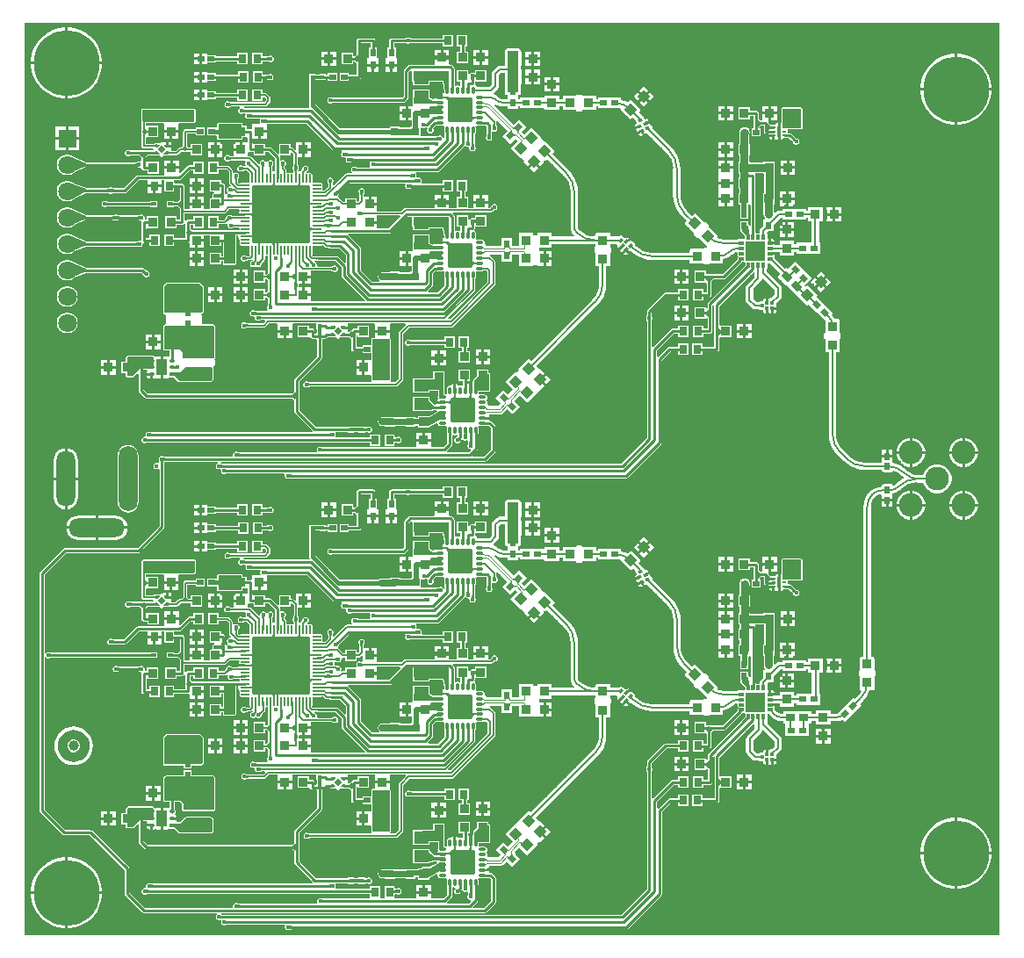
<source format=gtl>
G04*
G04 #@! TF.GenerationSoftware,Altium Limited,Altium Designer,22.5.1 (42)*
G04*
G04 Layer_Physical_Order=1*
G04 Layer_Color=255*
%FSLAX25Y25*%
%MOIN*%
G70*
G04*
G04 #@! TF.SameCoordinates,832724F5-B549-4049-99F2-7D55CE51EEB7*
G04*
G04*
G04 #@! TF.FilePolarity,Positive*
G04*
G01*
G75*
%ADD16C,0.00600*%
%ADD18C,0.01000*%
%ADD20C,0.03937*%
G04:AMPARAMS|DCode=21|XSize=11.81mil|YSize=17.72mil|CornerRadius=0.3mil|HoleSize=0mil|Usage=FLASHONLY|Rotation=0.000|XOffset=0mil|YOffset=0mil|HoleType=Round|Shape=RoundedRectangle|*
%AMROUNDEDRECTD21*
21,1,0.01181,0.01713,0,0,0.0*
21,1,0.01122,0.01772,0,0,0.0*
1,1,0.00059,0.00561,-0.00856*
1,1,0.00059,-0.00561,-0.00856*
1,1,0.00059,-0.00561,0.00856*
1,1,0.00059,0.00561,0.00856*
%
%ADD21ROUNDEDRECTD21*%
G04:AMPARAMS|DCode=22|XSize=11.81mil|YSize=17.72mil|CornerRadius=0.3mil|HoleSize=0mil|Usage=FLASHONLY|Rotation=90.000|XOffset=0mil|YOffset=0mil|HoleType=Round|Shape=RoundedRectangle|*
%AMROUNDEDRECTD22*
21,1,0.01181,0.01713,0,0,90.0*
21,1,0.01122,0.01772,0,0,90.0*
1,1,0.00059,0.00856,0.00561*
1,1,0.00059,0.00856,-0.00561*
1,1,0.00059,-0.00856,-0.00561*
1,1,0.00059,-0.00856,0.00561*
%
%ADD22ROUNDEDRECTD22*%
%ADD23O,0.01181X0.03150*%
%ADD24O,0.03150X0.01181*%
G04:AMPARAMS|DCode=25|XSize=9.06mil|YSize=33.47mil|CornerRadius=1.13mil|HoleSize=0mil|Usage=FLASHONLY|Rotation=90.000|XOffset=0mil|YOffset=0mil|HoleType=Round|Shape=RoundedRectangle|*
%AMROUNDEDRECTD25*
21,1,0.00906,0.03120,0,0,90.0*
21,1,0.00679,0.03347,0,0,90.0*
1,1,0.00226,0.01560,0.00340*
1,1,0.00226,0.01560,-0.00340*
1,1,0.00226,-0.01560,-0.00340*
1,1,0.00226,-0.01560,0.00340*
%
%ADD25ROUNDEDRECTD25*%
G04:AMPARAMS|DCode=26|XSize=9.06mil|YSize=33.47mil|CornerRadius=1.13mil|HoleSize=0mil|Usage=FLASHONLY|Rotation=0.000|XOffset=0mil|YOffset=0mil|HoleType=Round|Shape=RoundedRectangle|*
%AMROUNDEDRECTD26*
21,1,0.00906,0.03120,0,0,0.0*
21,1,0.00679,0.03347,0,0,0.0*
1,1,0.00226,0.00340,-0.01560*
1,1,0.00226,-0.00340,-0.01560*
1,1,0.00226,-0.00340,0.01560*
1,1,0.00226,0.00340,0.01560*
%
%ADD26ROUNDEDRECTD26*%
G04:AMPARAMS|DCode=27|XSize=25.81mil|YSize=21.65mil|CornerRadius=0mil|HoleSize=0mil|Usage=FLASHONLY|Rotation=45.000|XOffset=0mil|YOffset=0mil|HoleType=Round|Shape=Rectangle|*
%AMROTATEDRECTD27*
4,1,4,-0.00147,-0.01678,-0.01678,-0.00147,0.00147,0.01678,0.01678,0.00147,-0.00147,-0.01678,0.0*
%
%ADD27ROTATEDRECTD27*%

G04:AMPARAMS|DCode=28|XSize=11.81mil|YSize=14.76mil|CornerRadius=0.3mil|HoleSize=0mil|Usage=FLASHONLY|Rotation=315.000|XOffset=0mil|YOffset=0mil|HoleType=Round|Shape=RoundedRectangle|*
%AMROUNDEDRECTD28*
21,1,0.01181,0.01417,0,0,315.0*
21,1,0.01122,0.01476,0,0,315.0*
1,1,0.00059,-0.00104,-0.00898*
1,1,0.00059,-0.00898,-0.00104*
1,1,0.00059,0.00104,0.00898*
1,1,0.00059,0.00898,0.00104*
%
%ADD28ROUNDEDRECTD28*%
%ADD29R,0.03543X0.03543*%
%ADD30R,0.03000X0.03000*%
%ADD31R,0.01600X0.01600*%
%ADD32R,0.03543X0.03543*%
G04:AMPARAMS|DCode=33|XSize=9.45mil|YSize=14.57mil|CornerRadius=0.94mil|HoleSize=0mil|Usage=FLASHONLY|Rotation=270.000|XOffset=0mil|YOffset=0mil|HoleType=Round|Shape=RoundedRectangle|*
%AMROUNDEDRECTD33*
21,1,0.00945,0.01268,0,0,270.0*
21,1,0.00756,0.01457,0,0,270.0*
1,1,0.00189,-0.00634,-0.00378*
1,1,0.00189,-0.00634,0.00378*
1,1,0.00189,0.00634,0.00378*
1,1,0.00189,0.00634,-0.00378*
%
%ADD33ROUNDEDRECTD33*%
G04:AMPARAMS|DCode=36|XSize=11.81mil|YSize=17.72mil|CornerRadius=1.95mil|HoleSize=0mil|Usage=FLASHONLY|Rotation=270.000|XOffset=0mil|YOffset=0mil|HoleType=Round|Shape=RoundedRectangle|*
%AMROUNDEDRECTD36*
21,1,0.01181,0.01382,0,0,270.0*
21,1,0.00791,0.01772,0,0,270.0*
1,1,0.00390,-0.00691,-0.00396*
1,1,0.00390,-0.00691,0.00396*
1,1,0.00390,0.00691,0.00396*
1,1,0.00390,0.00691,-0.00396*
%
%ADD36ROUNDEDRECTD36*%
%ADD39R,0.08700X0.04600*%
%ADD40R,0.02581X0.02165*%
%ADD41R,0.02165X0.02581*%
G04:AMPARAMS|DCode=42|XSize=11.81mil|YSize=14.76mil|CornerRadius=0.3mil|HoleSize=0mil|Usage=FLASHONLY|Rotation=0.000|XOffset=0mil|YOffset=0mil|HoleType=Round|Shape=RoundedRectangle|*
%AMROUNDEDRECTD42*
21,1,0.01181,0.01417,0,0,0.0*
21,1,0.01122,0.01476,0,0,0.0*
1,1,0.00059,0.00561,-0.00709*
1,1,0.00059,-0.00561,-0.00709*
1,1,0.00059,-0.00561,0.00709*
1,1,0.00059,0.00561,0.00709*
%
%ADD42ROUNDEDRECTD42*%
G04:AMPARAMS|DCode=43|XSize=11.81mil|YSize=14.76mil|CornerRadius=0.3mil|HoleSize=0mil|Usage=FLASHONLY|Rotation=295.000|XOffset=0mil|YOffset=0mil|HoleType=Round|Shape=RoundedRectangle|*
%AMROUNDEDRECTD43*
21,1,0.01181,0.01417,0,0,295.0*
21,1,0.01122,0.01476,0,0,295.0*
1,1,0.00059,-0.00405,-0.00808*
1,1,0.00059,-0.00879,0.00209*
1,1,0.00059,0.00405,0.00808*
1,1,0.00059,0.00879,-0.00209*
%
%ADD43ROUNDEDRECTD43*%
%ADD44R,0.03150X0.03543*%
%ADD45R,0.02000X0.03000*%
%ADD46R,0.03543X0.02756*%
%ADD47P,0.05011X4X360.0*%
%ADD48R,0.05512X0.04724*%
%ADD49R,0.02362X0.03150*%
%ADD50R,0.01600X0.01600*%
%ADD51R,0.03000X0.02000*%
%ADD52P,0.05011X4X90.0*%
G04:AMPARAMS|DCode=53|XSize=25.81mil|YSize=21.65mil|CornerRadius=0mil|HoleSize=0mil|Usage=FLASHONLY|Rotation=315.000|XOffset=0mil|YOffset=0mil|HoleType=Round|Shape=Rectangle|*
%AMROTATEDRECTD53*
4,1,4,-0.01678,0.00147,-0.00147,0.01678,0.01678,-0.00147,0.00147,-0.01678,-0.01678,0.00147,0.0*
%
%ADD53ROTATEDRECTD53*%

G04:AMPARAMS|DCode=54|XSize=35.43mil|YSize=27.56mil|CornerRadius=0mil|HoleSize=0mil|Usage=FLASHONLY|Rotation=315.000|XOffset=0mil|YOffset=0mil|HoleType=Round|Shape=Rectangle|*
%AMROTATEDRECTD54*
4,1,4,-0.02227,0.00278,-0.00278,0.02227,0.02227,-0.00278,0.00278,-0.02227,-0.02227,0.00278,0.0*
%
%ADD54ROTATEDRECTD54*%

%ADD55R,0.02000X0.01400*%
%ADD102C,0.00732*%
%ADD103C,0.00481*%
%ADD104C,0.00481*%
%ADD105C,0.03000*%
%ADD106C,0.00800*%
G04:AMPARAMS|DCode=107|XSize=70.87mil|YSize=70.87mil|CornerRadius=0.35mil|HoleSize=0mil|Usage=FLASHONLY|Rotation=0.000|XOffset=0mil|YOffset=0mil|HoleType=Round|Shape=RoundedRectangle|*
%AMROUNDEDRECTD107*
21,1,0.07087,0.07016,0,0,0.0*
21,1,0.07016,0.07087,0,0,0.0*
1,1,0.00071,0.03508,-0.03508*
1,1,0.00071,-0.03508,-0.03508*
1,1,0.00071,-0.03508,0.03508*
1,1,0.00071,0.03508,0.03508*
%
%ADD107ROUNDEDRECTD107*%
G04:AMPARAMS|DCode=108|XSize=94.49mil|YSize=94.49mil|CornerRadius=2.36mil|HoleSize=0mil|Usage=FLASHONLY|Rotation=270.000|XOffset=0mil|YOffset=0mil|HoleType=Round|Shape=RoundedRectangle|*
%AMROUNDEDRECTD108*
21,1,0.09449,0.08976,0,0,270.0*
21,1,0.08976,0.09449,0,0,270.0*
1,1,0.00472,-0.04488,-0.04488*
1,1,0.00472,-0.04488,0.04488*
1,1,0.00472,0.04488,0.04488*
1,1,0.00472,0.04488,-0.04488*
%
%ADD108ROUNDEDRECTD108*%
G04:AMPARAMS|DCode=109|XSize=218.5mil|YSize=218.5mil|CornerRadius=2.19mil|HoleSize=0mil|Usage=FLASHONLY|Rotation=0.000|XOffset=0mil|YOffset=0mil|HoleType=Round|Shape=RoundedRectangle|*
%AMROUNDEDRECTD109*
21,1,0.21850,0.21413,0,0,0.0*
21,1,0.21413,0.21850,0,0,0.0*
1,1,0.00437,0.10707,-0.10707*
1,1,0.00437,-0.10707,-0.10707*
1,1,0.00437,-0.10707,0.10707*
1,1,0.00437,0.10707,0.10707*
%
%ADD109ROUNDEDRECTD109*%
G04:AMPARAMS|DCode=110|XSize=15.75mil|YSize=42.52mil|CornerRadius=0.39mil|HoleSize=0mil|Usage=FLASHONLY|Rotation=0.000|XOffset=0mil|YOffset=0mil|HoleType=Round|Shape=RoundedRectangle|*
%AMROUNDEDRECTD110*
21,1,0.01575,0.04173,0,0,0.0*
21,1,0.01496,0.04252,0,0,0.0*
1,1,0.00079,0.00748,-0.02087*
1,1,0.00079,-0.00748,-0.02087*
1,1,0.00079,-0.00748,0.02087*
1,1,0.00079,0.00748,0.02087*
%
%ADD110ROUNDEDRECTD110*%
G04:AMPARAMS|DCode=111|XSize=39.37mil|YSize=62.99mil|CornerRadius=1.97mil|HoleSize=0mil|Usage=FLASHONLY|Rotation=180.000|XOffset=0mil|YOffset=0mil|HoleType=Round|Shape=RoundedRectangle|*
%AMROUNDEDRECTD111*
21,1,0.03937,0.05906,0,0,180.0*
21,1,0.03543,0.06299,0,0,180.0*
1,1,0.00394,-0.01772,0.02953*
1,1,0.00394,0.01772,0.02953*
1,1,0.00394,0.01772,-0.02953*
1,1,0.00394,-0.01772,-0.02953*
%
%ADD111ROUNDEDRECTD111*%
%ADD112P,0.03229X4X180.0*%
%ADD113R,0.00787X0.01181*%
%ADD114C,0.01500*%
%ADD115C,0.02400*%
%ADD116C,0.01200*%
%ADD117C,0.02000*%
%ADD118C,0.02500*%
%ADD119C,0.08976*%
%ADD120C,0.25000*%
%ADD121C,0.07087*%
%ADD122R,0.07087X0.07087*%
%ADD123O,0.21260X0.07087*%
%ADD124O,0.07087X0.21260*%
%ADD125O,0.07087X0.24803*%
%ADD126C,0.01575*%
%ADD127C,0.01968*%
%ADD128C,0.02362*%
G36*
X374016Y3937D02*
X3937D01*
Y350394D01*
X374016D01*
Y3937D01*
D02*
G37*
%LPC*%
G36*
X166542Y345676D02*
X162592D01*
Y344422D01*
X151058D01*
X151029Y344436D01*
X150309Y344480D01*
X150279Y344511D01*
X149843Y344691D01*
X149370D01*
X148934Y344511D01*
X148904Y344480D01*
X148184Y344436D01*
X148154Y344422D01*
X143307D01*
X142956Y344352D01*
X142658Y344153D01*
X142459Y343855D01*
X142390Y343504D01*
Y340951D01*
X141726D01*
X141726Y337001D01*
X141298Y336827D01*
X141126D01*
Y334752D01*
X145488D01*
Y336827D01*
X145316D01*
X144888Y337001D01*
X144888Y337327D01*
Y340951D01*
X144225D01*
Y342586D01*
X148154D01*
X148184Y342572D01*
X148904Y342528D01*
X148934Y342497D01*
X149370Y342317D01*
X149843D01*
X150279Y342497D01*
X150309Y342528D01*
X151029Y342572D01*
X151058Y342586D01*
X162592D01*
Y341332D01*
X166542D01*
Y345676D01*
D02*
G37*
G36*
X179937Y339976D02*
X177665D01*
Y337705D01*
X179937D01*
Y339976D01*
D02*
G37*
G36*
X165173D02*
X162902D01*
Y337705D01*
X165173D01*
Y339976D01*
D02*
G37*
G36*
X176665D02*
X174394D01*
Y337705D01*
X176665D01*
Y339976D01*
D02*
G37*
G36*
X161902D02*
X159630D01*
Y337705D01*
X161902D01*
Y339976D01*
D02*
G37*
G36*
X88786Y338786D02*
X84836D01*
Y337532D01*
X76585D01*
Y338014D01*
X73485D01*
Y338614D01*
X71485D01*
Y336614D01*
Y334614D01*
X73485D01*
Y335214D01*
X76585D01*
Y335697D01*
X84836D01*
Y334442D01*
X88786D01*
Y338786D01*
D02*
G37*
G36*
X122260Y339386D02*
X119988D01*
Y337114D01*
X122260D01*
Y339386D01*
D02*
G37*
G36*
X118988D02*
X116717D01*
Y337114D01*
X118988D01*
Y339386D01*
D02*
G37*
G36*
X199622Y339386D02*
X197351D01*
Y337114D01*
X199622D01*
Y339386D01*
D02*
G37*
G36*
X196351D02*
X194079D01*
Y337114D01*
X196351D01*
Y339386D01*
D02*
G37*
G36*
X70485Y338614D02*
X68485D01*
Y337114D01*
X70485D01*
Y338614D01*
D02*
G37*
G36*
X21063Y348500D02*
X20500D01*
Y335500D01*
X33500D01*
Y336062D01*
X33168Y338161D01*
X32511Y340182D01*
X31546Y342075D01*
X30297Y343795D01*
X28795Y345297D01*
X27076Y346546D01*
X25182Y347511D01*
X23161Y348167D01*
X21063Y348500D01*
D02*
G37*
G36*
X19500D02*
X18938D01*
X16839Y348167D01*
X14818Y347511D01*
X12925Y346546D01*
X11206Y345297D01*
X9703Y343795D01*
X8454Y342075D01*
X7489Y340182D01*
X6832Y338161D01*
X6500Y336062D01*
Y335500D01*
X19500D01*
Y348500D01*
D02*
G37*
G36*
X94298Y338786D02*
X90348D01*
Y334442D01*
X94298D01*
Y335697D01*
X95989D01*
X96019Y335682D01*
X96738Y335638D01*
X96768Y335608D01*
X97205Y335427D01*
X97677D01*
X98114Y335608D01*
X98448Y335942D01*
X98628Y336378D01*
Y336850D01*
X98448Y337287D01*
X98114Y337621D01*
X97677Y337802D01*
X97205D01*
X96768Y337621D01*
X96738Y337591D01*
X96019Y337546D01*
X95989Y337532D01*
X94298D01*
Y338786D01*
D02*
G37*
G36*
X172054Y345676D02*
X168104D01*
Y341332D01*
X169358D01*
Y339376D01*
X168104D01*
Y335033D01*
X172447D01*
Y339376D01*
X171193D01*
Y341332D01*
X172054D01*
Y345676D01*
D02*
G37*
G36*
X136221Y344422D02*
X130906D01*
X130554Y344352D01*
X130257Y344153D01*
X130058Y343855D01*
X129988Y343504D01*
Y338309D01*
X129247Y337567D01*
X128747Y337618D01*
Y338786D01*
X124403D01*
Y334442D01*
X128747D01*
Y335611D01*
X129247Y335661D01*
X129988Y334919D01*
Y330642D01*
X126899D01*
Y331207D01*
X123517D01*
Y328242D01*
X126899D01*
Y328807D01*
X130906D01*
X131257Y328877D01*
X131554Y329076D01*
X131753Y329373D01*
X131823Y329724D01*
Y336519D01*
X131830Y336529D01*
X131823Y336564D01*
Y336664D01*
X131830Y336699D01*
X131823Y336709D01*
Y342586D01*
X135303D01*
Y340951D01*
X134640D01*
X134640Y337001D01*
X134212Y336827D01*
X134039D01*
Y334752D01*
X138402D01*
Y336827D01*
X138229D01*
X137802Y337001D01*
X137802Y337327D01*
Y340951D01*
X137138D01*
Y343504D01*
X137068Y343855D01*
X136869Y344153D01*
X136572Y344352D01*
X136221Y344422D01*
D02*
G37*
G36*
X70485Y336114D02*
X68485D01*
Y334614D01*
X70485D01*
Y336114D01*
D02*
G37*
G36*
X179937Y336705D02*
X177665D01*
Y334433D01*
X179937D01*
Y336705D01*
D02*
G37*
G36*
X176665D02*
X174394D01*
Y334433D01*
X176665D01*
Y336705D01*
D02*
G37*
G36*
X199622Y336114D02*
X197351D01*
Y333842D01*
X199622D01*
Y336114D01*
D02*
G37*
G36*
X196351D02*
X194079D01*
Y333842D01*
X196351D01*
Y336114D01*
D02*
G37*
G36*
X122260Y336114D02*
X119988D01*
Y333842D01*
X122260D01*
Y336114D01*
D02*
G37*
G36*
X118988D02*
X116717D01*
Y333842D01*
X118988D01*
Y336114D01*
D02*
G37*
G36*
X145488Y333752D02*
X143807D01*
Y331677D01*
X145488D01*
Y333752D01*
D02*
G37*
G36*
X142807D02*
X141126D01*
Y331677D01*
X142807D01*
Y333752D01*
D02*
G37*
G36*
X138402D02*
X136721D01*
Y331677D01*
X138402D01*
Y333752D01*
D02*
G37*
G36*
X135721D02*
X134039D01*
Y331677D01*
X135721D01*
Y333752D01*
D02*
G37*
G36*
X88983Y331896D02*
X85033D01*
Y330642D01*
X76585D01*
Y331124D01*
X73485D01*
Y331724D01*
X71485D01*
Y329724D01*
Y327724D01*
X73485D01*
Y328324D01*
X76585D01*
Y328807D01*
X85033D01*
Y327553D01*
X88983D01*
Y331896D01*
D02*
G37*
G36*
X199622Y332496D02*
X197351D01*
Y330224D01*
X199622D01*
Y332496D01*
D02*
G37*
G36*
X196351D02*
X194079D01*
Y330224D01*
X196351D01*
Y332496D01*
D02*
G37*
G36*
X70485Y331724D02*
X68485D01*
Y330224D01*
X70485D01*
Y331724D01*
D02*
G37*
G36*
X94495Y331896D02*
X90545D01*
Y327553D01*
X94495D01*
Y328807D01*
X95748D01*
X95778Y328792D01*
X96497Y328748D01*
X96527Y328718D01*
X96964Y328537D01*
X97436D01*
X97873Y328718D01*
X98207Y329052D01*
X98387Y329488D01*
Y329961D01*
X98207Y330397D01*
X97873Y330731D01*
X97436Y330912D01*
X96964D01*
X96527Y330731D01*
X96497Y330701D01*
X95778Y330657D01*
X95748Y330642D01*
X94495D01*
Y331896D01*
D02*
G37*
G36*
X70485Y329224D02*
X68485D01*
Y327724D01*
X70485D01*
Y329224D01*
D02*
G37*
G36*
X206906Y329740D02*
X204634D01*
Y327468D01*
X206906D01*
Y329740D01*
D02*
G37*
G36*
X203634D02*
X201362D01*
Y327468D01*
X203634D01*
Y329740D01*
D02*
G37*
G36*
X199622Y329224D02*
X197351D01*
Y326953D01*
X199622D01*
Y329224D01*
D02*
G37*
G36*
X196351D02*
X194079D01*
Y326953D01*
X196351D01*
Y329224D01*
D02*
G37*
G36*
X191339Y340586D02*
X187402D01*
X187012Y340509D01*
X186681Y340288D01*
X186460Y339957D01*
X186382Y339567D01*
Y334070D01*
X184252D01*
X183719Y333964D01*
X183267Y333662D01*
X183267Y333662D01*
X181692Y332087D01*
X181390Y331635D01*
X181284Y331102D01*
X181284Y331102D01*
Y326955D01*
X180329Y325999D01*
X175753D01*
X175711Y326211D01*
X175359Y326737D01*
X174833Y327089D01*
X174869Y327331D01*
X174885Y327412D01*
Y327439D01*
X174906Y327579D01*
X174994Y327946D01*
X179337D01*
Y332290D01*
X174994D01*
Y331478D01*
X174891Y331376D01*
X174494Y331185D01*
X174204Y331306D01*
X173732D01*
X173295Y331125D01*
X172961Y330791D01*
X172947Y330757D01*
X172447Y330857D01*
Y332290D01*
X168104D01*
Y327946D01*
X169358D01*
Y326635D01*
X169352Y326630D01*
X168858Y326414D01*
X168694Y326524D01*
X168307Y326601D01*
X167921Y326524D01*
X167756Y326414D01*
X167262Y326630D01*
X167256Y326635D01*
Y328248D01*
X167256Y328248D01*
Y332677D01*
X167186Y333028D01*
X166988Y333326D01*
X166200Y334113D01*
X165902Y334312D01*
X165645Y334364D01*
X165551Y334382D01*
X165173Y334648D01*
X165173Y334882D01*
Y336705D01*
X162402D01*
X159630D01*
X159630Y334433D01*
X159151Y334382D01*
X150394D01*
X150043Y334312D01*
X149745Y334113D01*
X148170Y332539D01*
X147971Y332241D01*
X147901Y331890D01*
Y322427D01*
X147258Y321784D01*
X121531D01*
X121501Y321798D01*
X120782Y321842D01*
X120752Y321873D01*
X120315Y322054D01*
X119843D01*
X119406Y321873D01*
X119072Y321539D01*
X118892Y321102D01*
Y320630D01*
X119072Y320194D01*
X119406Y319860D01*
X119843Y319679D01*
X120315D01*
X120752Y319860D01*
X120782Y319890D01*
X121501Y319934D01*
X121531Y319949D01*
X147638D01*
X147989Y320018D01*
X148287Y320217D01*
X149468Y321398D01*
X149667Y321696D01*
X149737Y322047D01*
Y331510D01*
X150529Y332302D01*
X150770Y332263D01*
X151142Y331890D01*
Y328346D01*
X151269Y328040D01*
X151372Y327998D01*
Y326568D01*
X157684D01*
Y327913D01*
X162634D01*
X163360Y324075D01*
Y324066D01*
X162860Y323656D01*
X162795Y323669D01*
X162599D01*
Y321462D01*
X159211D01*
X159005Y321258D01*
X158902Y321204D01*
X157684Y321882D01*
Y325006D01*
X151372D01*
Y322086D01*
X151356Y322047D01*
Y319497D01*
X151420Y319341D01*
X151482Y319192D01*
X151482Y319192D01*
X151482Y319191D01*
X151322Y318717D01*
X149516D01*
Y315945D01*
Y313173D01*
X151073D01*
Y310900D01*
X150474D01*
Y310631D01*
X146400D01*
Y310900D01*
X142600D01*
Y310173D01*
X140036D01*
X140000Y310187D01*
X139528D01*
X139492Y310173D01*
X123572D01*
X114362Y319383D01*
Y328524D01*
X114389D01*
Y328705D01*
X115926D01*
Y328524D01*
X118326D01*
Y328807D01*
X119165D01*
Y328242D01*
X122546D01*
Y331207D01*
X119165D01*
Y330642D01*
X118326D01*
Y330924D01*
X115926D01*
Y330744D01*
X114389D01*
Y330924D01*
X111989D01*
Y328524D01*
X112016D01*
Y318898D01*
X112106Y318449D01*
X112174Y318347D01*
X111907Y317847D01*
X87673D01*
X87643Y317861D01*
X87288Y317883D01*
X87211Y317976D01*
X87446Y318476D01*
X95276D01*
X95276Y318476D01*
X95588Y318538D01*
X95853Y318714D01*
X97034Y319896D01*
X97034Y319896D01*
X97210Y320160D01*
X97272Y320472D01*
X97272Y320472D01*
Y321850D01*
X97272Y321850D01*
X97210Y322163D01*
X97034Y322427D01*
X97034Y322427D01*
X96049Y323411D01*
X95785Y323588D01*
X95473Y323650D01*
X95473Y323650D01*
X94298D01*
Y325006D01*
X90348D01*
Y320663D01*
X94298D01*
Y322019D01*
X95135D01*
X95641Y321513D01*
Y320810D01*
X94938Y320107D01*
X82658D01*
X82640Y320118D01*
X81817Y320256D01*
X81775Y320298D01*
X81339Y320479D01*
X80866D01*
X80430Y320298D01*
X80096Y319964D01*
X79915Y319528D01*
Y319055D01*
X80096Y318619D01*
X80430Y318285D01*
X80866Y318104D01*
X81339D01*
X81775Y318285D01*
X81817Y318327D01*
X82640Y318464D01*
X82658Y318476D01*
X85545D01*
X85644Y317976D01*
X85548Y317936D01*
X85214Y317602D01*
X85033Y317165D01*
Y316693D01*
X85214Y316256D01*
X85548Y315922D01*
X85984Y315742D01*
X86457D01*
X86893Y315922D01*
X86923Y315953D01*
X87627Y315996D01*
X87733Y315903D01*
X87927Y315511D01*
X87813Y315236D01*
Y314764D01*
X87994Y314327D01*
X88327Y313993D01*
X88764Y313813D01*
X89236D01*
X89673Y313993D01*
X89703Y314024D01*
X90422Y314068D01*
X90452Y314082D01*
X93216D01*
X93351Y313873D01*
X93464Y313582D01*
X93313Y313216D01*
Y312744D01*
X93493Y312308D01*
X93267Y311827D01*
X90339D01*
Y310223D01*
X90106Y310046D01*
X89839Y309919D01*
X89567Y309973D01*
X88195D01*
Y311227D01*
X86654D01*
Y311811D01*
X86527Y312117D01*
X86221Y312244D01*
X77559D01*
X77253Y312117D01*
X77126Y311811D01*
Y310720D01*
X76702Y310538D01*
Y310538D01*
X73321D01*
Y307572D01*
X76702D01*
Y307572D01*
X77126Y307390D01*
Y306299D01*
X77253Y305993D01*
X77559Y305866D01*
X86221D01*
X86527Y305993D01*
X86654Y306299D01*
Y306883D01*
X88195D01*
Y306883D01*
X88649Y306772D01*
Y304937D01*
X86524D01*
Y302165D01*
X86024D01*
Y301665D01*
X83252D01*
Y299635D01*
X82614D01*
X82601Y299644D01*
X81798Y299803D01*
X81673Y299928D01*
X81236Y300109D01*
X80764D01*
X80327Y299928D01*
X79993Y299594D01*
X79813Y299157D01*
Y298685D01*
X79993Y298249D01*
X80327Y297915D01*
X80764Y297734D01*
X81236D01*
X81584Y297878D01*
X82449Y297990D01*
X82473Y298003D01*
X87671D01*
X87923Y297503D01*
X87813Y297236D01*
Y296764D01*
X87994Y296327D01*
X87697Y295943D01*
X87537Y295827D01*
X86715Y295965D01*
X86673Y296007D01*
X86236Y296187D01*
X85764D01*
X85328Y296007D01*
X84993Y295673D01*
X84813Y295236D01*
Y294764D01*
X84993Y294327D01*
X85328Y293993D01*
X85764Y293813D01*
X86236D01*
X86673Y293993D01*
X86715Y294035D01*
X87537Y294173D01*
X87555Y294184D01*
X88241D01*
X89486Y292939D01*
Y292766D01*
X89459Y292702D01*
Y289940D01*
X89375Y289563D01*
X88998Y289478D01*
X86235D01*
X85843Y289315D01*
X85835Y289296D01*
X85335D01*
X84966Y289666D01*
Y290580D01*
X84969Y290584D01*
X85218Y291478D01*
X85298Y291558D01*
X85479Y291995D01*
Y292467D01*
X85298Y292903D01*
X84964Y293237D01*
X84528Y293418D01*
X84055D01*
X83619Y293237D01*
X83497Y293116D01*
X82997Y293323D01*
Y294094D01*
X82943Y294368D01*
X82788Y294599D01*
X81607Y295780D01*
X81376Y295935D01*
X81103Y295989D01*
X77565D01*
Y297447D01*
X73616D01*
Y293104D01*
X77565D01*
Y294562D01*
X80807D01*
X81570Y293799D01*
Y289766D01*
X81624Y289493D01*
X81779Y289261D01*
X82430Y288611D01*
X82146Y288187D01*
X82126Y288195D01*
X81654D01*
X81217Y288014D01*
X80883Y287680D01*
X80703Y287244D01*
Y286772D01*
X80883Y286335D01*
X81114Y286104D01*
X81118Y285668D01*
X81073Y285520D01*
X80785Y285231D01*
X80783Y285227D01*
X80246Y285238D01*
X80141Y285493D01*
X80110Y285523D01*
X80066Y286243D01*
X80052Y286272D01*
Y288583D01*
X79982Y288934D01*
X79783Y289231D01*
X79485Y289430D01*
X79134Y289500D01*
X78550D01*
Y290557D01*
X74206D01*
Y286214D01*
X75755D01*
X75855Y285714D01*
X75705Y285652D01*
X75371Y285318D01*
X75191Y284882D01*
Y284409D01*
X75291Y284168D01*
X75024Y283668D01*
X74206D01*
Y279454D01*
X72063D01*
Y280996D01*
X66520D01*
Y279454D01*
X64697D01*
Y281401D01*
X64704Y281411D01*
X64697Y281446D01*
Y281546D01*
X64704Y281581D01*
X64697Y281591D01*
Y288386D01*
X64627Y288737D01*
X64429Y289035D01*
X64131Y289234D01*
X63780Y289303D01*
X61187D01*
X60833Y289657D01*
X60833Y290557D01*
X61317Y290596D01*
X62773D01*
X63125Y290666D01*
X63422Y290864D01*
X66916Y294358D01*
X68104D01*
Y293104D01*
X72054D01*
Y297447D01*
X68104D01*
Y296193D01*
X66536D01*
X66184Y296123D01*
X65887Y295924D01*
X63076Y293114D01*
X62614Y293305D01*
Y294776D01*
X57071D01*
Y292504D01*
X56601Y292431D01*
X47025D01*
X46674Y292361D01*
X46376Y292162D01*
X41746Y287532D01*
X38066D01*
X38037Y287546D01*
X37317Y287591D01*
X37287Y287621D01*
X36851Y287802D01*
X36378D01*
X35942Y287621D01*
X35911Y287591D01*
X35192Y287546D01*
X35162Y287532D01*
X27323D01*
X22741Y289426D01*
X22606Y289561D01*
X21707Y290080D01*
X20704Y290349D01*
X19666D01*
X18663Y290080D01*
X17764Y289561D01*
X17030Y288827D01*
X16511Y287928D01*
X16242Y286925D01*
Y285886D01*
X16511Y284883D01*
X17030Y283984D01*
X17764Y283250D01*
X18663Y282731D01*
X19666Y282462D01*
X20704D01*
X21707Y282731D01*
X22606Y283250D01*
X23044Y283688D01*
X27388Y285697D01*
X35162D01*
X35192Y285682D01*
X35911Y285638D01*
X35942Y285608D01*
X36378Y285427D01*
X36851D01*
X37287Y285608D01*
X37317Y285638D01*
X38037Y285682D01*
X38066Y285697D01*
X42126D01*
X42477Y285766D01*
X42775Y285965D01*
X47405Y290596D01*
X50772D01*
Y288886D01*
X53347D01*
X55921D01*
Y290572D01*
X56398Y290593D01*
X56884Y290513D01*
X56884Y290096D01*
Y286214D01*
X60833D01*
Y287468D01*
X62862D01*
Y283191D01*
X62085Y282414D01*
X60653D01*
Y282596D01*
X57853D01*
Y280396D01*
X60653D01*
Y280578D01*
X62085D01*
X62862Y279801D01*
Y275524D01*
X61817D01*
Y276778D01*
X57474D01*
Y272435D01*
X61817D01*
Y273689D01*
X63780D01*
X64131Y273759D01*
X64429Y273957D01*
X64527Y274105D01*
X65027Y273954D01*
Y270764D01*
X65020Y270754D01*
X65027Y270719D01*
Y270619D01*
X65020Y270584D01*
X65027Y270574D01*
Y268634D01*
X60833D01*
Y269888D01*
X56884D01*
Y265545D01*
X60833D01*
Y266799D01*
X65945D01*
X66020Y266814D01*
X66520Y266463D01*
Y264945D01*
X68792D01*
Y267717D01*
X69292D01*
Y268216D01*
X72063D01*
Y269752D01*
X74206D01*
Y265545D01*
X78550D01*
Y266799D01*
X79292D01*
Y261744D01*
X78550D01*
Y262998D01*
X74206D01*
Y258655D01*
X78550D01*
Y259909D01*
X79292D01*
Y258858D01*
X79418Y258552D01*
X79725Y258425D01*
X83662D01*
X83968Y258552D01*
X84165Y258749D01*
X84291Y259055D01*
Y269752D01*
X85001D01*
X85100Y269631D01*
Y268952D01*
X85187Y268517D01*
X85433Y268149D01*
X85680Y267984D01*
Y267574D01*
X85825Y267224D01*
X85680Y266875D01*
Y266196D01*
X85843Y265803D01*
X86235Y265640D01*
X88998D01*
X89375Y265556D01*
X89459Y265178D01*
Y262416D01*
X89622Y262023D01*
X89626Y262002D01*
X89271Y261647D01*
X88773D01*
X88760Y261656D01*
X87790Y261870D01*
X87441Y262014D01*
X86969D01*
X86532Y261833D01*
X86198Y261499D01*
X86017Y261063D01*
Y260591D01*
X86198Y260154D01*
X86532Y259820D01*
X86969Y259639D01*
X87441D01*
X87877Y259820D01*
X88016Y259958D01*
X88880Y260218D01*
X88881Y260219D01*
X89567D01*
X89840Y260274D01*
X90072Y260428D01*
X90235Y260592D01*
X90758Y260407D01*
X90777Y260227D01*
X90301Y259899D01*
X90289Y259880D01*
X90053Y259783D01*
X89719Y259449D01*
X89538Y259012D01*
Y258540D01*
X89719Y258103D01*
X90053Y257769D01*
X90490Y257589D01*
X90962D01*
X91398Y257769D01*
X91732Y258103D01*
X92066Y257769D01*
X92503Y257589D01*
X92975D01*
X93412Y257769D01*
X93746Y258103D01*
X93926Y258540D01*
Y258611D01*
X94397Y259418D01*
X94398Y259426D01*
X94993Y260021D01*
X95148Y260252D01*
X95202Y260525D01*
Y261644D01*
X95527Y261861D01*
X96206D01*
X96429Y261712D01*
Y255334D01*
X95848Y254753D01*
X95282D01*
Y256109D01*
X90939D01*
Y251765D01*
X95282D01*
Y253121D01*
X95848D01*
X96429Y252540D01*
Y248444D01*
X95848Y247863D01*
X95282D01*
Y249219D01*
X90939D01*
Y244876D01*
X95282D01*
Y246232D01*
X95848D01*
X96429Y245651D01*
Y243780D01*
X96417Y243762D01*
X96280Y242939D01*
X96238Y242897D01*
X96057Y242461D01*
Y241988D01*
X96238Y241552D01*
X96327Y241462D01*
X96120Y240963D01*
X92116D01*
X92086Y240977D01*
X91366Y241022D01*
X91334Y241054D01*
X90898Y241235D01*
X90425D01*
X89989Y241054D01*
X89655Y240720D01*
X89474Y240284D01*
Y239811D01*
X89655Y239375D01*
X89989Y239041D01*
X90425Y238860D01*
X90898D01*
X91064Y238929D01*
X91447Y238546D01*
X91442Y238535D01*
Y238062D01*
X91623Y237626D01*
X91957Y237292D01*
X92393Y237111D01*
X92866D01*
X93302Y237292D01*
X93344Y237334D01*
X94166Y237472D01*
X94185Y237483D01*
X95125D01*
X95316Y237021D01*
X94544Y236249D01*
X88957D01*
X88939Y236260D01*
X88116Y236398D01*
X88074Y236440D01*
X87638Y236620D01*
X87165D01*
X86729Y236440D01*
X86395Y236106D01*
X86214Y235669D01*
Y235197D01*
X86395Y234760D01*
X86729Y234426D01*
X87165Y234246D01*
X87638D01*
X88074Y234426D01*
X88116Y234468D01*
X88939Y234606D01*
X88957Y234617D01*
X94882D01*
X94882Y234617D01*
X95194Y234679D01*
X95459Y234856D01*
X96795Y236192D01*
X99548D01*
X99984Y236039D01*
X99984Y235692D01*
Y233768D01*
X102756D01*
X105528D01*
X105528Y236039D01*
X105964Y236192D01*
X114768D01*
Y234036D01*
X114949D01*
Y232499D01*
X114768D01*
Y232217D01*
X114107D01*
Y233268D01*
X114037Y233619D01*
X113838Y233916D01*
X113540Y234115D01*
X113189Y234185D01*
X112014D01*
Y235439D01*
X107671D01*
Y231096D01*
X112014D01*
X112410Y230845D01*
X112540Y230650D01*
X112838Y230451D01*
X113189Y230382D01*
X114768D01*
Y230099D01*
X115051D01*
Y223632D01*
X106635Y215216D01*
X106436Y214918D01*
X106366Y214567D01*
Y210356D01*
X105589Y209579D01*
X50577D01*
X49146Y211010D01*
Y218465D01*
X50297D01*
X50563Y217965D01*
X50447Y217791D01*
X50375Y217429D01*
X52264D01*
Y216929D01*
X52764D01*
Y215315D01*
X52955D01*
X53421Y215408D01*
X53642Y215556D01*
X53864Y215408D01*
X54331Y215315D01*
X55603D01*
Y219488D01*
Y223661D01*
X54331D01*
X53864Y223568D01*
X53499Y223324D01*
X52895Y223928D01*
X52588Y224055D01*
X43307D01*
X43001Y223928D01*
X42607Y223534D01*
X42480Y223228D01*
Y221660D01*
X40742D01*
Y217317D01*
X42480D01*
Y216142D01*
X42607Y215835D01*
X42913Y215709D01*
X45108D01*
X45414Y215835D01*
X46849Y217270D01*
X47311Y217079D01*
Y210630D01*
X47381Y210279D01*
X47580Y209981D01*
X49548Y208013D01*
X49846Y207814D01*
X50197Y207744D01*
X105589D01*
X106366Y206967D01*
Y202756D01*
X106436Y202405D01*
X106635Y202107D01*
X113387Y195355D01*
X113193Y194855D01*
X52594D01*
X52563Y194869D01*
X51855Y194903D01*
X51854Y194904D01*
X51417Y195085D01*
X50945D01*
X50509Y194904D01*
X50175Y194570D01*
X49994Y194134D01*
Y193661D01*
X50028Y193578D01*
X49978Y193453D01*
X49678Y193116D01*
X49370D01*
X48934Y192936D01*
X48600Y192602D01*
X48419Y192165D01*
Y191693D01*
X48600Y191256D01*
X48934Y190922D01*
X49370Y190742D01*
X49843D01*
X50279Y190922D01*
X50309Y190953D01*
X51029Y190997D01*
X51058Y191011D01*
X135033D01*
Y189757D01*
X138983D01*
Y194101D01*
X135033D01*
Y192847D01*
X122156D01*
X122028Y193032D01*
X121901Y193347D01*
X122047Y193701D01*
Y194173D01*
X121933Y194448D01*
X122141Y194869D01*
X122226Y194948D01*
X126753D01*
Y194666D01*
X129153D01*
Y194846D01*
X130690D01*
Y194666D01*
X133090D01*
X133090Y194666D01*
X133590Y194923D01*
X134140Y194890D01*
X134170Y194860D01*
X134606Y194679D01*
X135079D01*
X135515Y194860D01*
X135849Y195194D01*
X136030Y195630D01*
Y196102D01*
X135849Y196539D01*
X135515Y196873D01*
X135079Y197054D01*
X134606D01*
X134170Y196873D01*
X134140Y196842D01*
X133590Y196809D01*
X133090Y197066D01*
Y197066D01*
X130690D01*
Y196886D01*
X129153D01*
Y197066D01*
X126753D01*
Y196784D01*
X114553D01*
X108201Y203136D01*
Y208566D01*
X108208Y208576D01*
X108201Y208611D01*
Y208711D01*
X108208Y208746D01*
X108201Y208757D01*
Y214187D01*
X116617Y222603D01*
X116816Y222900D01*
X116886Y223252D01*
Y230099D01*
X117168D01*
Y230382D01*
X118110D01*
X118462Y230451D01*
X118759Y230650D01*
X119179Y231070D01*
X120072D01*
X120073Y230998D01*
X120473Y230965D01*
X120473Y230965D01*
X120473Y230965D01*
X120559Y230965D01*
X122165Y230965D01*
X122264Y231006D01*
X123032Y230239D01*
X123758Y230965D01*
X125504Y230965D01*
X125591Y230965D01*
X125591Y230965D01*
X125591Y230965D01*
X125991Y230998D01*
X126461Y231070D01*
X127243D01*
X128019Y230293D01*
Y226378D01*
X128089Y226027D01*
X128288Y225729D01*
X128586Y225530D01*
X128937Y225460D01*
X132354D01*
Y224895D01*
X135706D01*
Y223859D01*
X135624Y223661D01*
Y223189D01*
X135706Y222991D01*
Y222654D01*
X135449Y222260D01*
X135205Y222260D01*
X133177D01*
Y219488D01*
Y216717D01*
X135205D01*
X135449Y216717D01*
X135706Y216323D01*
Y215985D01*
X135624Y215787D01*
Y215315D01*
X135706Y215117D01*
Y214545D01*
X135804Y214308D01*
X135610Y213808D01*
X112579D01*
X112561Y213819D01*
X111738Y213957D01*
X111696Y213999D01*
X111260Y214179D01*
X110787D01*
X110351Y213999D01*
X110017Y213665D01*
X109836Y213228D01*
Y212756D01*
X110017Y212319D01*
X110351Y211985D01*
X110787Y211805D01*
X111260D01*
X111696Y211985D01*
X111738Y212027D01*
X112561Y212165D01*
X112579Y212176D01*
X144882D01*
X144882Y212176D01*
X145194Y212239D01*
X145459Y212415D01*
X147427Y214384D01*
X147604Y214648D01*
X147666Y214961D01*
X147666Y214961D01*
Y232339D01*
X149944Y234617D01*
X166142D01*
X166142Y234617D01*
X166454Y234679D01*
X166719Y234856D01*
X182467Y250604D01*
X182467Y250604D01*
X182643Y250869D01*
X182705Y251181D01*
X182705Y251181D01*
Y259449D01*
X182705Y259449D01*
X182643Y259761D01*
X182467Y260026D01*
X180892Y261600D01*
X180711Y261721D01*
X180751Y262106D01*
X180794Y262221D01*
X181399D01*
X181400Y262221D01*
X184925D01*
Y259509D01*
X189091D01*
Y262221D01*
X191520D01*
Y258055D01*
X197063D01*
Y258228D01*
X198606D01*
Y258055D01*
X200878D01*
Y260827D01*
Y263598D01*
X199252D01*
Y264945D01*
X204150D01*
Y266323D01*
X220571D01*
X220654Y266317D01*
Y265378D01*
X220347Y265251D01*
X220221Y264945D01*
Y263402D01*
X220347Y263095D01*
X220654Y262969D01*
Y257858D01*
X222032D01*
Y251189D01*
X222045Y251128D01*
X221885Y249507D01*
X221394Y247889D01*
X220597Y246397D01*
X219840Y245475D01*
X219511Y245103D01*
Y245103D01*
X219164Y244756D01*
X196394Y221986D01*
X195419Y222961D01*
X191499Y219041D01*
X191775Y218765D01*
X190684Y217674D01*
X190408Y217950D01*
X186488Y214030D01*
X189336Y211182D01*
X187400Y209246D01*
X185752Y210894D01*
X182806Y207949D01*
X184724Y206032D01*
X183663Y204971D01*
X180138D01*
X179887Y205347D01*
X179538Y205580D01*
X179673Y205782D01*
X179750Y206169D01*
X179673Y206555D01*
X179454Y206883D01*
Y207423D01*
X179673Y207751D01*
X179750Y208137D01*
X179673Y208524D01*
X179454Y208852D01*
X179127Y209070D01*
X178740Y209147D01*
X176772D01*
X176557Y209105D01*
X176502Y209133D01*
X176193Y209443D01*
X176164Y209497D01*
X176207Y209712D01*
Y210197D01*
X180315D01*
X180621Y210324D01*
X180748Y210630D01*
Y216929D01*
X180621Y217235D01*
X180315Y217362D01*
X180172D01*
Y218628D01*
X175828D01*
Y216195D01*
X174242Y214609D01*
X174115Y214302D01*
X174174Y214159D01*
Y213517D01*
X173729Y213246D01*
Y212581D01*
X173781Y212581D01*
X173729Y211747D01*
X173729D01*
Y210697D01*
X172729D01*
Y211761D01*
X172678Y212582D01*
X172729Y212582D01*
Y213203D01*
X172678Y213193D01*
X172343Y213320D01*
X172178Y213409D01*
Y214285D01*
X173172D01*
Y218628D01*
X168828D01*
Y214285D01*
X170342D01*
Y212725D01*
X170337Y212720D01*
X169842Y212504D01*
X169678Y212614D01*
X169291Y212691D01*
X168905Y212614D01*
X168703Y212479D01*
X168470Y212827D01*
X167944Y213179D01*
X167823Y213203D01*
Y210697D01*
X166823D01*
Y213203D01*
X166702Y213179D01*
X166176Y212827D01*
X165943Y212479D01*
X165741Y212614D01*
X165354Y212691D01*
X164968Y212614D01*
X164640Y212395D01*
X164421Y212067D01*
X164345Y211681D01*
Y209712D01*
X164387Y209497D01*
X164359Y209443D01*
X164049Y209133D01*
X163994Y209105D01*
X163780Y209147D01*
X163408D01*
Y214830D01*
X163376Y214907D01*
Y218092D01*
X159033D01*
Y215263D01*
X157684D01*
Y215427D01*
X151372D01*
Y209903D01*
X157684D01*
Y210460D01*
X160992D01*
Y208694D01*
X160878Y208524D01*
X160801Y208137D01*
X160878Y207751D01*
X160992Y207581D01*
Y207549D01*
X160996Y207537D01*
X160786Y207397D01*
Y206669D01*
X162795D01*
Y205669D01*
X160786D01*
Y205660D01*
X160063D01*
X159907Y205435D01*
X159546Y205389D01*
X157684Y207055D01*
X157684Y207055D01*
D01*
Y208341D01*
X151372D01*
Y202816D01*
X152875D01*
X152953Y202784D01*
X157197D01*
X157284Y202784D01*
X157343Y202789D01*
X157345Y202788D01*
X157684Y202816D01*
Y202837D01*
X160070Y203178D01*
X160439D01*
X160569Y202678D01*
X157733Y201090D01*
X154921D01*
X154842Y201057D01*
X153340D01*
Y200246D01*
X152396D01*
Y200719D01*
X148596D01*
Y200450D01*
X144522D01*
Y200719D01*
X140722D01*
Y200501D01*
X139764D01*
X139120Y200373D01*
X138574Y200008D01*
X138210Y199463D01*
X138082Y198819D01*
X138210Y198175D01*
X138574Y197629D01*
X139120Y197265D01*
X139764Y197136D01*
X140722D01*
Y196919D01*
X144522D01*
Y197187D01*
X148596D01*
Y196919D01*
X152396D01*
Y197391D01*
X153340D01*
Y196714D01*
X154865D01*
X154921Y196690D01*
X157257D01*
X157313Y196714D01*
X157684D01*
Y196872D01*
X160318Y198426D01*
X160462Y198387D01*
X160830Y198149D01*
X160878Y197908D01*
X161097Y197581D01*
X161425Y197362D01*
X161811Y197285D01*
X163780D01*
X163994Y197328D01*
X164049Y197299D01*
X164359Y196990D01*
X164387Y196935D01*
X164345Y196720D01*
Y194752D01*
X164421Y194365D01*
X164437Y194342D01*
Y190538D01*
X163006Y189107D01*
X158284D01*
Y191299D01*
X155512D01*
X152740D01*
Y189107D01*
X117594D01*
X117564Y189121D01*
X116845Y189165D01*
X116814Y189196D01*
X116378Y189376D01*
X115906D01*
X115469Y189196D01*
X115135Y188862D01*
X114954Y188425D01*
Y187953D01*
X115038Y187751D01*
X114748Y187251D01*
X85704D01*
X85674Y187265D01*
X84955Y187309D01*
X84925Y187340D01*
X84488Y187520D01*
X84016D01*
X83579Y187340D01*
X83245Y187006D01*
X83065Y186569D01*
Y186097D01*
X83079Y186063D01*
X82744Y185563D01*
X57555D01*
X57525Y185578D01*
X56805Y185622D01*
X56775Y185652D01*
X56339Y185833D01*
X55866D01*
X55430Y185652D01*
X55096Y185318D01*
X54915Y184882D01*
Y184409D01*
X55096Y183973D01*
X55126Y183943D01*
X55156Y183448D01*
X55033Y183323D01*
X54713Y183146D01*
X54685Y183144D01*
X54370Y183274D01*
X53898D01*
X53461Y183093D01*
X53127Y182759D01*
X52947Y182323D01*
Y181850D01*
X53127Y181414D01*
X53461Y181080D01*
X53898Y180899D01*
X54370D01*
X54685Y181029D01*
X55057Y180862D01*
X55185Y180751D01*
Y159239D01*
X46864Y150918D01*
X19291D01*
X18940Y150848D01*
X18643Y150649D01*
X9981Y141987D01*
X9782Y141690D01*
X9712Y141339D01*
Y51181D01*
X9782Y50830D01*
X9981Y50532D01*
X18249Y42265D01*
X18546Y42066D01*
X18898Y41996D01*
X28754D01*
X41996Y28754D01*
Y19685D01*
X42066Y19334D01*
X42265Y19036D01*
X48616Y12684D01*
X48914Y12485D01*
X49265Y12415D01*
X77182D01*
X77281Y11915D01*
X77083Y11833D01*
X76749Y11499D01*
X76569Y11063D01*
Y10591D01*
X76749Y10154D01*
X77083Y9820D01*
X77520Y9639D01*
X77992D01*
X78429Y9820D01*
X78579Y9670D01*
X78724Y9366D01*
X78590Y9042D01*
Y8569D01*
X78771Y8133D01*
X79105Y7799D01*
X79541Y7618D01*
X80013D01*
X80450Y7799D01*
X80480Y7829D01*
X81199Y7873D01*
X81229Y7888D01*
X102517D01*
X102851Y7388D01*
X102802Y7270D01*
Y6798D01*
X102983Y6361D01*
X103317Y6027D01*
X103754Y5847D01*
X104226D01*
X104662Y6027D01*
X104693Y6058D01*
X105412Y6102D01*
X105442Y6116D01*
X232336D01*
X232687Y6186D01*
X232985Y6385D01*
X245584Y18983D01*
X245782Y19281D01*
X245852Y19632D01*
Y50748D01*
X249252Y54148D01*
X251962D01*
Y52947D01*
X255912D01*
Y57290D01*
X251962D01*
Y55983D01*
X248872D01*
X248520Y55913D01*
X248223Y55714D01*
X244581Y52072D01*
X244081Y52279D01*
Y54685D01*
X250433Y61037D01*
X252159D01*
Y59836D01*
X256109D01*
Y64179D01*
X252159D01*
Y62873D01*
X250053D01*
X249702Y62803D01*
X249404Y62604D01*
X242559Y55759D01*
X242370Y55784D01*
X242059Y55934D01*
Y65477D01*
X242074Y65507D01*
X242118Y66226D01*
X242148Y66256D01*
X242329Y66693D01*
Y67165D01*
X242148Y67602D01*
X242118Y67632D01*
X242074Y68351D01*
X242059Y68381D01*
Y69108D01*
X247821Y74870D01*
X252159D01*
Y73616D01*
X256109D01*
Y77959D01*
X252159D01*
Y76705D01*
X247441D01*
X247090Y76635D01*
X246792Y76436D01*
X240493Y70137D01*
X240294Y69839D01*
X240224Y69488D01*
Y68381D01*
X240210Y68351D01*
X240165Y67632D01*
X240135Y67602D01*
X239954Y67165D01*
Y66693D01*
X240135Y66256D01*
X240165Y66226D01*
X240210Y65507D01*
X240224Y65477D01*
Y21465D01*
X230503Y11744D01*
X79208D01*
X79178Y11759D01*
X78701Y11788D01*
X78585Y11915D01*
X78806Y12415D01*
X178793D01*
X179144Y12485D01*
X179442Y12684D01*
X182591Y15834D01*
X182790Y16131D01*
X182860Y16483D01*
Y25538D01*
X182790Y25889D01*
X182591Y26187D01*
X181488Y27290D01*
X181190Y27489D01*
X180839Y27559D01*
X180468D01*
X180380Y27724D01*
X180252Y28059D01*
X180262Y28110D01*
X177756D01*
Y28956D01*
X178740D01*
X179361Y29080D01*
X179406Y29110D01*
X180262D01*
X180238Y29230D01*
X179995Y29594D01*
X180238Y29958D01*
X180276Y30148D01*
X184646D01*
X185130Y30245D01*
X185540Y30519D01*
X187062Y32040D01*
X189123Y29978D01*
X192069Y32924D01*
X190270Y34723D01*
X190198Y35087D01*
X189947Y35463D01*
X191781Y37297D01*
X194729Y34350D01*
X198649Y38269D01*
X198649D01*
X198649Y38269D01*
X198756Y38870D01*
X199493Y39607D01*
X199740Y39361D01*
X201346Y40967D01*
X199387Y42927D01*
X199740Y43280D01*
X199387Y43634D01*
X201346Y45594D01*
X199740Y47200D01*
X199740D01*
X199339Y47387D01*
X198167Y48559D01*
X221128Y71520D01*
X221487Y71868D01*
X221487Y71868D01*
X222649Y73228D01*
X223584Y74753D01*
X224269Y76406D01*
X224686Y78146D01*
X224827Y79930D01*
X224818D01*
Y86598D01*
X226197D01*
Y91709D01*
X226503Y91836D01*
X226630Y92142D01*
Y93685D01*
X226503Y93991D01*
X226197Y94118D01*
Y95064D01*
X228773D01*
X229040Y94564D01*
X229039Y94562D01*
X228959Y94160D01*
X229039Y93758D01*
X229267Y93418D01*
X229310Y93375D01*
X230502Y94567D01*
X230587Y94584D01*
X231260Y93911D01*
X230017Y92668D01*
X230060Y92624D01*
X230400Y92397D01*
X230426Y92392D01*
X230431Y92366D01*
X230658Y92026D01*
X230702Y91983D01*
X231945Y93226D01*
X232298Y92873D01*
X232652Y93226D01*
X233797Y92081D01*
X233963Y92224D01*
X234406Y92034D01*
X235433Y91156D01*
X236959Y90221D01*
X238611Y89537D01*
X240351Y89119D01*
X242135Y88979D01*
Y88987D01*
X256480D01*
Y87661D01*
X261591D01*
X261718Y87355D01*
X262024Y87228D01*
X263567D01*
X263873Y87355D01*
X264000Y87661D01*
X269110D01*
Y89145D01*
X270367Y89526D01*
X271608Y90189D01*
X272697Y91083D01*
X272697Y91083D01*
X273073Y91383D01*
X273292Y91552D01*
X273994Y91842D01*
X274261Y91877D01*
X274762Y91439D01*
Y90856D01*
X274773Y90828D01*
X274874Y90433D01*
X274773Y90038D01*
X274762Y90009D01*
Y89319D01*
X268984Y83542D01*
X263928D01*
X263917Y83549D01*
X263882Y83542D01*
X263782D01*
X263747Y83549D01*
X263737Y83542D01*
X262605D01*
Y84849D01*
X258261D01*
Y80506D01*
X262605D01*
X262915Y80134D01*
Y76652D01*
X261620D01*
Y77959D01*
X257671D01*
Y73616D01*
X261620D01*
Y74817D01*
X263832D01*
X264183Y74887D01*
X264481Y75086D01*
X264680Y75384D01*
X264750Y75735D01*
Y80930D01*
X265527Y81707D01*
X269364D01*
X269715Y81777D01*
X270013Y81976D01*
X276398Y88361D01*
X276440Y88423D01*
X276939D01*
X277032Y88461D01*
X277242Y88147D01*
X277556Y87937D01*
X277517Y87844D01*
Y86780D01*
X263577Y72840D01*
X263378Y72543D01*
X263308Y72191D01*
Y70709D01*
X263105Y70553D01*
X262605Y70799D01*
Y71069D01*
X258261D01*
Y66726D01*
X262605D01*
Y66890D01*
X263105Y67137D01*
X263308Y66980D01*
Y62873D01*
X261620D01*
Y64179D01*
X257671D01*
Y59836D01*
X261620D01*
Y61037D01*
X264226D01*
X264577Y61107D01*
X264875Y61306D01*
X265074Y61604D01*
X265144Y61955D01*
Y67808D01*
X265159Y67845D01*
Y69845D01*
X265144Y69882D01*
Y71683D01*
X265383Y71864D01*
X265434Y71857D01*
X265867Y71604D01*
Y62050D01*
X265861Y62040D01*
X265867Y62005D01*
Y61905D01*
X265861Y61870D01*
X265867Y61860D01*
Y55983D01*
X261424D01*
Y57290D01*
X257474D01*
Y52947D01*
X261424D01*
Y54148D01*
X266785D01*
X267136Y54218D01*
X267434Y54417D01*
X267633Y54714D01*
X267703Y55065D01*
Y59421D01*
X267907Y59836D01*
X272250D01*
Y64179D01*
X267907D01*
X267703Y64595D01*
Y71417D01*
X280640Y84355D01*
X281140Y84148D01*
Y82372D01*
X278202Y79434D01*
X277900Y78982D01*
X277794Y78449D01*
X277794Y78449D01*
Y73751D01*
X277794Y73751D01*
X277900Y73218D01*
X278202Y72766D01*
X280317Y70651D01*
X280317Y70651D01*
X280769Y70349D01*
X281302Y70243D01*
X281302Y70243D01*
X282534D01*
X282573Y70185D01*
X282914Y69957D01*
X283315Y69877D01*
X284234D01*
Y69795D01*
X284314Y69393D01*
X284542Y69053D01*
X284882Y68825D01*
X285284Y68745D01*
X285345D01*
Y70432D01*
X285393Y70504D01*
X286345D01*
Y68745D01*
X286406D01*
X286807Y68825D01*
X286829Y68840D01*
X286851Y68825D01*
X287252Y68745D01*
X287313D01*
Y70504D01*
X287813D01*
Y71004D01*
X289424D01*
Y71212D01*
X289344Y71614D01*
X289330Y71636D01*
X289344Y71657D01*
X289424Y72059D01*
Y72486D01*
X291056Y74118D01*
X291056Y74118D01*
X291358Y74570D01*
X291464Y75103D01*
Y78267D01*
X291464Y78267D01*
X291358Y78800D01*
X291056Y79252D01*
X291056Y79252D01*
X285895Y84413D01*
Y85602D01*
X285980Y85730D01*
X286059Y86132D01*
Y87815D01*
X286560Y87828D01*
X287277Y87111D01*
X287618Y86744D01*
X287618Y86744D01*
X288708Y85908D01*
X289977Y85382D01*
X291339Y85203D01*
Y85221D01*
X291913D01*
Y84236D01*
X292682D01*
X292777Y83776D01*
X292777D01*
Y79610D01*
X301711D01*
Y83776D01*
X301711D01*
X301806Y84236D01*
X302575D01*
Y85221D01*
X304315D01*
Y83842D01*
X309858D01*
Y85221D01*
X311977D01*
Y85218D01*
X313191Y85338D01*
X314358Y85692D01*
X314442Y85737D01*
X315243Y84936D01*
X318321Y88013D01*
X321560Y91253D01*
X321073Y91741D01*
X322438Y93105D01*
X322438Y93105D01*
X322451Y93092D01*
X323631Y94530D01*
X324508Y96171D01*
X324769Y97031D01*
X326591D01*
Y102142D01*
X326897Y102269D01*
X327024Y102575D01*
Y104118D01*
X326897Y104424D01*
X326591Y104551D01*
Y109661D01*
X325212D01*
Y166507D01*
X325198Y166576D01*
X325372Y167892D01*
X325906Y169183D01*
X326715Y170236D01*
X326772Y170275D01*
X326789Y170299D01*
X327561Y170892D01*
X328487Y171275D01*
X328996Y171342D01*
X329496Y170904D01*
Y169589D01*
X331496D01*
X333496D01*
Y171538D01*
X334588Y171869D01*
X335669Y172447D01*
X336268Y172939D01*
X336617Y173225D01*
X336916Y173497D01*
X337005Y173575D01*
X337933Y174337D01*
X339424Y175134D01*
X341042Y175625D01*
X342663Y175785D01*
X342725Y175772D01*
X343188Y175757D01*
Y175772D01*
X345085D01*
X345280Y175047D01*
X346002Y173795D01*
X347024Y172774D01*
X348275Y172051D01*
X349671Y171677D01*
X351116D01*
X352512Y172051D01*
X353764Y172774D01*
X354785Y173795D01*
X355508Y175047D01*
X355882Y176443D01*
Y177888D01*
X355508Y179284D01*
X354785Y180535D01*
X353764Y181557D01*
X352512Y182280D01*
X351116Y182653D01*
X349671D01*
X348275Y182280D01*
X347024Y181557D01*
X346002Y180535D01*
X345280Y179284D01*
X345085Y178558D01*
X343134D01*
X342031Y178667D01*
X340919Y179004D01*
X339894Y179552D01*
X339373Y179980D01*
X339004Y180297D01*
X339004Y180297D01*
X337737Y181379D01*
X336316Y182250D01*
X334777Y182887D01*
X333496Y183195D01*
Y185208D01*
X331496D01*
X329496D01*
Y183401D01*
X322921D01*
X322860Y183389D01*
X321239Y183549D01*
X319621Y184039D01*
X318129Y184836D01*
X317201Y185598D01*
X316835Y185922D01*
X316835Y185922D01*
X314544Y188214D01*
X314492Y188248D01*
X313458Y189508D01*
X312661Y190999D01*
X312170Y192617D01*
X312011Y194238D01*
X312023Y194300D01*
Y225181D01*
X313402D01*
Y230291D01*
X313708Y230418D01*
X313835Y230724D01*
Y232268D01*
X313708Y232574D01*
X313402Y232701D01*
Y237811D01*
X311461D01*
X310833Y238986D01*
X310399Y239515D01*
X310931Y240046D01*
X307691Y243286D01*
X304614Y246363D01*
X305101Y246850D01*
X301181Y250770D01*
X300509Y250098D01*
X300116Y250491D01*
X302860Y253235D01*
X299620Y256475D01*
X296543Y259553D01*
X293799Y256808D01*
X293188Y257419D01*
X292826Y257057D01*
X288815Y261068D01*
Y261269D01*
X288736Y261671D01*
X288721Y261693D01*
X288736Y261714D01*
X288815Y262116D01*
Y262177D01*
X288261D01*
X288168Y262239D01*
X287766Y262319D01*
X286910D01*
Y263034D01*
X287766D01*
X288168Y263114D01*
X288261Y263177D01*
X288815D01*
Y263238D01*
X288827Y263252D01*
X290536D01*
Y261992D01*
X296079D01*
Y263371D01*
X296922D01*
Y262681D01*
X305856D01*
Y266846D01*
X305527D01*
Y274787D01*
X306906D01*
Y280331D01*
X301362D01*
Y278952D01*
X300727D01*
Y279642D01*
X291793D01*
Y278952D01*
X290354D01*
X290354Y278952D01*
X289821Y278846D01*
X289370Y278544D01*
X289370Y278544D01*
X288855Y278029D01*
X288355Y278236D01*
Y281293D01*
X288589D01*
Y285636D01*
X288551D01*
Y293104D01*
X288786D01*
Y297447D01*
X284443D01*
Y297213D01*
X279337D01*
Y297447D01*
X279103D01*
Y299994D01*
X279337D01*
Y304337D01*
X279103D01*
Y307863D01*
X279141Y307920D01*
X279289Y308661D01*
X279141Y309403D01*
X279042Y309551D01*
Y310144D01*
X278552D01*
X278093Y310451D01*
X277351Y310599D01*
X277166D01*
X276424Y310451D01*
X275964Y310144D01*
X275661D01*
Y309829D01*
X275376Y309403D01*
X275228Y308661D01*
Y304337D01*
X274994D01*
Y299994D01*
X275228D01*
Y297447D01*
X274994D01*
Y293104D01*
X275228D01*
Y291542D01*
X274994D01*
Y287198D01*
X275228D01*
Y285636D01*
X274994D01*
Y281293D01*
X275738D01*
Y279457D01*
X275683D01*
Y276076D01*
X278648D01*
Y279457D01*
X278593D01*
Y281293D01*
X279337D01*
X279594Y280899D01*
Y273347D01*
X279097Y273294D01*
X279027Y273410D01*
X278975Y273534D01*
X278943Y273548D01*
X278925Y273577D01*
X278793Y273610D01*
X278669Y273661D01*
X278648D01*
Y275105D01*
X275683D01*
Y273392D01*
X275675Y273367D01*
X275617Y273228D01*
X275624Y273212D01*
X275618Y273195D01*
X275683Y272350D01*
Y271724D01*
X275730D01*
X275769Y271214D01*
X275837Y271080D01*
X275895Y270941D01*
X277479Y269357D01*
Y268608D01*
X276979Y268216D01*
X276939Y268225D01*
X275226D01*
X274825Y268145D01*
X274619Y268007D01*
X269451D01*
X269411Y267999D01*
X268032Y268135D01*
X267199Y268388D01*
X267057Y268953D01*
X267252Y269148D01*
X263638Y272762D01*
X263765Y273068D01*
X263638Y273374D01*
X262547Y274465D01*
X262241Y274592D01*
X261935Y274465D01*
X258321Y278079D01*
X257347Y277104D01*
X255489Y278961D01*
X255437Y278996D01*
X254403Y280256D01*
X253606Y281747D01*
X253115Y283365D01*
X252956Y284986D01*
X252968Y285048D01*
Y294906D01*
X252976D01*
X252836Y296689D01*
X252418Y298429D01*
X251734Y300082D01*
X250799Y301607D01*
X249637Y302968D01*
X249637Y302968D01*
X249277Y303315D01*
X242261Y310332D01*
X242230Y310458D01*
X241756Y311475D01*
X241513Y311806D01*
X241491Y311819D01*
X241495Y311845D01*
X241398Y312243D01*
X241372Y312298D01*
X240869Y312064D01*
X240758Y312081D01*
X240360Y311983D01*
X239718Y311684D01*
X239376Y312417D01*
X239421Y312491D01*
X240949Y313204D01*
X240924Y313259D01*
X240681Y313590D01*
X240331Y313802D01*
X239926Y313864D01*
X239529Y313767D01*
X239454Y313732D01*
X239066Y314565D01*
X238824Y314895D01*
X238474Y315108D01*
X238324Y315131D01*
X237054Y316402D01*
X238029Y317376D01*
X234109Y321296D01*
X232852Y320039D01*
X231883Y320557D01*
X230462Y320988D01*
Y321965D01*
X221528D01*
Y321275D01*
X220882D01*
Y322654D01*
X215772D01*
X215645Y322960D01*
X215339Y323086D01*
X213795D01*
X213489Y322960D01*
X213362Y322654D01*
X208252D01*
Y321275D01*
X206906D01*
Y322654D01*
X201362D01*
Y322139D01*
X200935Y321965D01*
Y321965D01*
X192001D01*
Y321275D01*
X191453D01*
Y322822D01*
X191729Y322877D01*
X192060Y323098D01*
X192281Y323429D01*
X192358Y323819D01*
Y326953D01*
X192535D01*
Y332496D01*
X192358D01*
Y333842D01*
X192535D01*
Y339386D01*
X192358D01*
Y339567D01*
X192281Y339957D01*
X192060Y340288D01*
X191729Y340509D01*
X191339Y340586D01*
D02*
G37*
G36*
X358582Y338500D02*
X358020D01*
Y325500D01*
X371020D01*
Y326062D01*
X370687Y328161D01*
X370031Y330182D01*
X369066Y332076D01*
X367817Y333795D01*
X366315Y335297D01*
X364595Y336546D01*
X362702Y337511D01*
X360681Y338168D01*
X358582Y338500D01*
D02*
G37*
G36*
X357020D02*
X356457D01*
X354359Y338168D01*
X352338Y337511D01*
X350444Y336546D01*
X348725Y335297D01*
X347223Y333795D01*
X345974Y332076D01*
X345009Y330182D01*
X344352Y328161D01*
X344020Y326062D01*
Y325500D01*
X357020D01*
Y338500D01*
D02*
G37*
G36*
X206906Y326468D02*
X204634D01*
Y324197D01*
X206906D01*
Y326468D01*
D02*
G37*
G36*
X203634D02*
X201362D01*
Y324197D01*
X203634D01*
Y326468D01*
D02*
G37*
G36*
X88786Y325006D02*
X84836D01*
Y323752D01*
X76585D01*
Y324235D01*
X73485D01*
Y324835D01*
X71485D01*
Y322835D01*
Y320835D01*
X73485D01*
Y321435D01*
X76585D01*
Y321917D01*
X84836D01*
Y320663D01*
X88786D01*
Y325006D01*
D02*
G37*
G36*
X70485Y324835D02*
X68485D01*
Y323335D01*
X70485D01*
Y324835D01*
D02*
G37*
G36*
X239120Y326307D02*
X237513Y324701D01*
X239120Y323094D01*
X240726Y324701D01*
X239120Y326307D01*
D02*
G37*
G36*
X33500Y334500D02*
X20500D01*
Y321500D01*
X21063D01*
X23161Y321832D01*
X25182Y322489D01*
X27076Y323454D01*
X28795Y324703D01*
X30297Y326205D01*
X31546Y327924D01*
X32511Y329818D01*
X33168Y331839D01*
X33500Y333938D01*
Y334500D01*
D02*
G37*
G36*
X19500D02*
X6500D01*
Y333938D01*
X6832Y331839D01*
X7489Y329818D01*
X8454Y327924D01*
X9703Y326205D01*
X11206Y324703D01*
X12925Y323454D01*
X14818Y322489D01*
X16839Y321832D01*
X18938Y321500D01*
X19500D01*
Y334500D01*
D02*
G37*
G36*
X70485Y322335D02*
X68485D01*
Y320835D01*
X70485D01*
Y322335D01*
D02*
G37*
G36*
X236806Y323994D02*
X235200Y322387D01*
X236806Y320781D01*
X238413Y322387D01*
X236806Y323994D01*
D02*
G37*
G36*
X241433D02*
X239827Y322387D01*
X241433Y320781D01*
X243039Y322387D01*
X241433Y323994D01*
D02*
G37*
G36*
X239120Y321680D02*
X237513Y320074D01*
X239120Y318468D01*
X240726Y320074D01*
X239120Y321680D01*
D02*
G37*
G36*
X289583Y318717D02*
X287311D01*
Y316445D01*
X289583D01*
Y318717D01*
D02*
G37*
G36*
X272850D02*
X270579D01*
Y316445D01*
X272850D01*
Y318717D01*
D02*
G37*
G36*
X269579D02*
X267307D01*
Y316445D01*
X269579D01*
Y318717D01*
D02*
G37*
G36*
X286311D02*
X284039D01*
Y316445D01*
X286311D01*
Y318717D01*
D02*
G37*
G36*
X148516D02*
X146244D01*
Y316445D01*
X148516D01*
Y318717D01*
D02*
G37*
G36*
X289583Y315445D02*
X287311D01*
Y313173D01*
X289583D01*
Y315445D01*
D02*
G37*
G36*
X272850D02*
X270579D01*
Y313173D01*
X272850D01*
Y315445D01*
D02*
G37*
G36*
X269579D02*
X267307D01*
Y313173D01*
X269579D01*
Y315445D01*
D02*
G37*
G36*
X148516D02*
X146244D01*
Y313173D01*
X148516D01*
Y315445D01*
D02*
G37*
G36*
X371020Y324500D02*
X358020D01*
Y311500D01*
X358582D01*
X360681Y311832D01*
X362702Y312489D01*
X364595Y313454D01*
X366315Y314703D01*
X367817Y316205D01*
X369066Y317924D01*
X370031Y319818D01*
X370687Y321839D01*
X371020Y323938D01*
Y324500D01*
D02*
G37*
G36*
X357020D02*
X344020D01*
Y323938D01*
X344352Y321839D01*
X345009Y319818D01*
X345974Y317924D01*
X347223Y316205D01*
X348725Y314703D01*
X350444Y313454D01*
X352338Y312489D01*
X354359Y311832D01*
X356457Y311500D01*
X357020D01*
Y324500D01*
D02*
G37*
G36*
X68504Y317756D02*
X48819D01*
X48513Y317629D01*
X48386Y317323D01*
Y312992D01*
X48397Y312965D01*
Y309153D01*
X48388Y309140D01*
X48397Y309095D01*
Y309015D01*
X48388Y308970D01*
X48397Y308957D01*
Y303445D01*
X48459Y303133D01*
X48636Y302868D01*
X48901Y302691D01*
X49213Y302629D01*
X52830D01*
X53074Y302165D01*
X52728Y301803D01*
X49308D01*
X49298Y301810D01*
X49263Y301803D01*
X49163D01*
X49128Y301810D01*
X49117Y301803D01*
X44651D01*
X44616Y301819D01*
X43879Y301836D01*
X43543Y301975D01*
X43071D01*
X42635Y301794D01*
X42301Y301460D01*
X42120Y301024D01*
Y300551D01*
X42301Y300115D01*
X42635Y299781D01*
X43071Y299600D01*
X43543D01*
X43980Y299781D01*
X44089Y299890D01*
X44811Y299955D01*
X44826Y299962D01*
X44843Y299959D01*
X44858Y299968D01*
X47518D01*
X48295Y299191D01*
Y297952D01*
X47795Y297617D01*
X47731Y297644D01*
X47258D01*
X46822Y297463D01*
X46772Y297413D01*
X46049Y297363D01*
X46020Y297349D01*
X27358D01*
X22870Y299301D01*
X22866Y299301D01*
X22606Y299561D01*
X21707Y300080D01*
X20704Y300349D01*
X19666D01*
X18663Y300080D01*
X17764Y299561D01*
X17030Y298827D01*
X16511Y297927D01*
X16242Y296925D01*
Y295886D01*
X16511Y294883D01*
X17030Y293984D01*
X17764Y293250D01*
X18663Y292731D01*
X19666Y292462D01*
X20704D01*
X21707Y292731D01*
X22606Y293250D01*
X22904Y293547D01*
X22908Y293547D01*
X27366Y295513D01*
X46067D01*
X46098Y295499D01*
X46811Y295461D01*
X46822Y295450D01*
X47258Y295269D01*
X47731D01*
X47795Y295296D01*
X47859Y295293D01*
X48353Y294986D01*
X48365Y294924D01*
X48564Y294627D01*
X48862Y294428D01*
X49213Y294358D01*
X50584D01*
Y293104D01*
X54928D01*
Y297447D01*
X50584D01*
Y297447D01*
X50130Y297558D01*
Y299191D01*
X50907Y299968D01*
X53143D01*
X53143Y299895D01*
X53543Y299862D01*
X53543Y299862D01*
X53544Y299862D01*
X53630Y299862D01*
X55236Y299863D01*
X55335Y299904D01*
X56103Y299136D01*
X56829Y299863D01*
X58575Y299862D01*
X58661Y299862D01*
X58662Y299862D01*
X58662Y299862D01*
X59061Y299895D01*
X59489Y300070D01*
X61713D01*
X61713Y300070D01*
X62025Y300132D01*
X62290Y300309D01*
X62585Y300604D01*
X62585Y300604D01*
X63330Y301350D01*
X64863D01*
X64876Y301341D01*
X64921Y301350D01*
X65001D01*
X65046Y301341D01*
X65059Y301350D01*
X67120D01*
Y299994D01*
X71463D01*
Y304337D01*
X67120D01*
Y302981D01*
X66357D01*
X65776Y303562D01*
Y308239D01*
X68968D01*
Y307572D01*
X72349D01*
Y310538D01*
X68968D01*
Y309871D01*
X64961D01*
X64649Y309809D01*
X64384Y309632D01*
X64207Y309367D01*
X64145Y309055D01*
Y303562D01*
X63564Y302981D01*
X62992D01*
X62680Y302919D01*
X62415Y302742D01*
X62415Y302742D01*
X61431Y301758D01*
X61431Y301758D01*
X61375Y301701D01*
X60098D01*
X59662Y301854D01*
Y302945D01*
X58662D01*
Y302854D01*
X57756D01*
X56969Y303642D01*
X56969Y304035D01*
X57768Y304035D01*
Y305035D01*
X56874D01*
Y305035D01*
X56441Y304856D01*
X56103Y305194D01*
X55335Y304427D01*
X55236Y304468D01*
X53630Y304468D01*
X53544Y304468D01*
X53543Y304468D01*
X53543Y304468D01*
X53143Y304435D01*
X52716Y304260D01*
X50028D01*
Y306543D01*
X50388Y306883D01*
X54731D01*
Y311227D01*
X50388D01*
X50028Y311567D01*
Y312165D01*
X56514D01*
X56874Y311827D01*
X56874Y311665D01*
Y309555D01*
X59646D01*
X62417D01*
Y311665D01*
X62417Y311827D01*
X62777Y312165D01*
X68110D01*
X68417Y312292D01*
X68810Y312686D01*
X68937Y312992D01*
Y317323D01*
X68810Y317629D01*
X68504Y317756D01*
D02*
G37*
G36*
X24728Y310949D02*
X20685D01*
Y306906D01*
X24728D01*
Y310949D01*
D02*
G37*
G36*
X19685D02*
X15642D01*
Y306906D01*
X19685D01*
Y310949D01*
D02*
G37*
G36*
X62417Y308555D02*
X60146D01*
Y306283D01*
X62417D01*
Y308555D01*
D02*
G37*
G36*
X59146D02*
X56874D01*
Y306283D01*
X59146D01*
Y308555D01*
D02*
G37*
G36*
X287827Y306980D02*
X286601D01*
X286662Y306675D01*
X286904Y306313D01*
X287266Y306071D01*
X287693Y305986D01*
X287827D01*
Y306980D01*
D02*
G37*
G36*
X279337Y318116D02*
X274994D01*
Y313773D01*
X279337D01*
Y315027D01*
X280786D01*
Y312300D01*
X280780Y312290D01*
X280786Y312255D01*
Y312155D01*
X280780Y312120D01*
X280786Y312109D01*
Y310144D01*
X280013D01*
Y307179D01*
X283395D01*
Y310144D01*
X282945D01*
X282756Y310644D01*
X283399Y311287D01*
X284516D01*
Y310725D01*
X284509Y310715D01*
X284516Y310680D01*
Y310580D01*
X284509Y310545D01*
X284516Y310535D01*
Y309055D01*
X284585Y308704D01*
X284784Y308406D01*
X285082Y308207D01*
X285433Y308137D01*
X286348D01*
X286477Y307980D01*
X288327D01*
Y307480D01*
X288827D01*
Y305986D01*
X288961D01*
X289149Y306024D01*
X289201Y305989D01*
X289606Y305909D01*
X289854D01*
Y309055D01*
Y312201D01*
X289606D01*
X289201Y312121D01*
X288857Y311891D01*
X288627Y311547D01*
X288627Y311543D01*
X288349D01*
X288327Y311547D01*
X287128D01*
X286321Y312354D01*
X286281Y312556D01*
X286203Y312673D01*
X286311Y312907D01*
Y315445D01*
X284039D01*
X284039Y313173D01*
X283561Y313122D01*
X283399D01*
X282622Y313899D01*
Y315945D01*
X282552Y316296D01*
X282353Y316594D01*
X282055Y316793D01*
X281704Y316862D01*
X279337D01*
Y318116D01*
D02*
G37*
G36*
X59662Y305035D02*
X58768D01*
Y303945D01*
X59662D01*
Y305035D01*
D02*
G37*
G36*
X298819Y318149D02*
X291732D01*
X291426Y318023D01*
X291299Y317717D01*
Y312363D01*
X291103Y312201D01*
X290854D01*
Y309055D01*
Y305909D01*
X291103D01*
X291508Y305989D01*
X291852Y306219D01*
X292081Y306563D01*
X292082Y306567D01*
X292360D01*
X292382Y306563D01*
X294108D01*
X295175Y305496D01*
X295186Y305465D01*
X295663Y304925D01*
Y304882D01*
X295844Y304445D01*
X296178Y304111D01*
X296614Y303931D01*
X297087D01*
X297523Y304111D01*
X297857Y304445D01*
X298038Y304882D01*
Y305354D01*
X297857Y305791D01*
X297523Y306125D01*
X297087Y306306D01*
X297044D01*
X296504Y306783D01*
X296473Y306794D01*
X295137Y308129D01*
X294839Y308328D01*
X294488Y308398D01*
X293738D01*
X293551Y308677D01*
Y309433D01*
X293798Y309803D01*
X298819D01*
X299125Y309930D01*
X299252Y310236D01*
Y317717D01*
X299125Y318023D01*
X298819Y318149D01*
D02*
G37*
G36*
X85524Y304937D02*
X83252D01*
Y302665D01*
X85524D01*
Y304937D01*
D02*
G37*
G36*
X79150D02*
X76878D01*
Y302665D01*
X79150D01*
Y304937D01*
D02*
G37*
G36*
X75878D02*
X73606D01*
Y302665D01*
X75878D01*
Y304937D01*
D02*
G37*
G36*
X272850Y304937D02*
X270579D01*
Y302665D01*
X272850D01*
Y304937D01*
D02*
G37*
G36*
X269579D02*
X267307D01*
Y302665D01*
X269579D01*
Y304937D01*
D02*
G37*
G36*
X24728Y305906D02*
X20685D01*
Y301862D01*
X24728D01*
Y305906D01*
D02*
G37*
G36*
X19685D02*
X15642D01*
Y301862D01*
X19685D01*
Y305906D01*
D02*
G37*
G36*
X79150Y301665D02*
X76878D01*
Y299394D01*
X79150D01*
Y301665D01*
D02*
G37*
G36*
X75878D02*
X73606D01*
Y299394D01*
X75878D01*
Y301665D01*
D02*
G37*
G36*
X272850Y301665D02*
X270579D01*
Y299394D01*
X272850D01*
Y301665D01*
D02*
G37*
G36*
X269579D02*
X267307D01*
Y299394D01*
X269579D01*
Y301665D01*
D02*
G37*
G36*
X62614Y298047D02*
X60343D01*
Y295776D01*
X62614D01*
Y298047D01*
D02*
G37*
G36*
X59343D02*
X57071D01*
Y295776D01*
X59343D01*
Y298047D01*
D02*
G37*
G36*
X296473Y298047D02*
X294201D01*
Y295776D01*
X296473D01*
Y298047D01*
D02*
G37*
G36*
X293201D02*
X290929D01*
Y295776D01*
X293201D01*
Y298047D01*
D02*
G37*
G36*
X272850Y298047D02*
X270579D01*
Y295776D01*
X272850D01*
Y298047D01*
D02*
G37*
G36*
X269579D02*
X267307D01*
Y295776D01*
X269579D01*
Y298047D01*
D02*
G37*
G36*
X296473Y294776D02*
X294201D01*
Y292504D01*
X296473D01*
Y294776D01*
D02*
G37*
G36*
X293201D02*
X290929D01*
Y292504D01*
X293201D01*
Y294776D01*
D02*
G37*
G36*
X272850Y294776D02*
X270079D01*
X267307D01*
Y292642D01*
X267307Y292504D01*
Y292142D01*
X267307Y292004D01*
Y289870D01*
X270079D01*
X272850D01*
Y292004D01*
X272850Y292142D01*
Y292504D01*
X272850Y292642D01*
Y294776D01*
D02*
G37*
G36*
X72063Y291157D02*
X69792D01*
Y288886D01*
X72063D01*
Y291157D01*
D02*
G37*
G36*
X68792D02*
X66520D01*
Y288886D01*
X68792D01*
Y291157D01*
D02*
G37*
G36*
X72063Y287886D02*
X69792D01*
Y285614D01*
X72063D01*
Y287886D01*
D02*
G37*
G36*
X68792D02*
X66520D01*
Y285614D01*
X68792D01*
Y287886D01*
D02*
G37*
G36*
X55921Y287886D02*
X53847D01*
Y285614D01*
X55921D01*
Y287886D01*
D02*
G37*
G36*
X52847D02*
X50772D01*
Y285614D01*
X52847D01*
Y287886D01*
D02*
G37*
G36*
X296276Y286236D02*
X294004D01*
Y283964D01*
X296276D01*
Y286236D01*
D02*
G37*
G36*
X293004D02*
X290732D01*
Y283964D01*
X293004D01*
Y286236D01*
D02*
G37*
G36*
X272850Y288870D02*
X270079D01*
X267307D01*
Y286736D01*
X267307Y286598D01*
Y286236D01*
X267307Y286098D01*
Y283964D01*
X270079D01*
Y283465D01*
D01*
Y283964D01*
X272850D01*
Y286098D01*
X272850Y286236D01*
Y286598D01*
X272850Y286736D01*
Y288870D01*
D02*
G37*
G36*
X72063Y284268D02*
X69792D01*
Y281996D01*
X72063D01*
Y284268D01*
D02*
G37*
G36*
X68792D02*
X66520D01*
Y281996D01*
X68792D01*
Y284268D01*
D02*
G37*
G36*
X296276Y282964D02*
X294004D01*
Y280693D01*
X296276D01*
Y282964D01*
D02*
G37*
G36*
X293004D02*
X290732D01*
Y280693D01*
X293004D01*
Y282964D01*
D02*
G37*
G36*
X272850Y282964D02*
X270579D01*
Y280693D01*
X272850D01*
Y282964D01*
D02*
G37*
G36*
X269579D02*
X267307D01*
Y280693D01*
X269579D01*
Y282964D01*
D02*
G37*
G36*
X34685Y282683D02*
X34213D01*
X33776Y282503D01*
X33442Y282169D01*
X33261Y281732D01*
Y281260D01*
X33442Y280823D01*
X33776Y280489D01*
X34213Y280309D01*
X34685D01*
X35122Y280489D01*
X35152Y280520D01*
X35871Y280564D01*
X35901Y280578D01*
X51552D01*
Y280396D01*
X54352D01*
Y282596D01*
X51552D01*
Y282414D01*
X35901D01*
X35871Y282428D01*
X35152Y282472D01*
X35122Y282503D01*
X34685Y282683D01*
D02*
G37*
G36*
X313992Y280331D02*
X311721D01*
Y278059D01*
X313992D01*
Y280331D01*
D02*
G37*
G36*
X310721D02*
X308449D01*
Y278059D01*
X310721D01*
Y280331D01*
D02*
G37*
G36*
X313992Y277059D02*
X311721D01*
Y274787D01*
X313992D01*
Y277059D01*
D02*
G37*
G36*
X310721D02*
X308449D01*
Y274787D01*
X310721D01*
Y277059D01*
D02*
G37*
G36*
X20704Y280349D02*
X19666D01*
X18663Y280080D01*
X17764Y279561D01*
X17030Y278827D01*
X16511Y277927D01*
X16242Y276925D01*
Y275886D01*
X16511Y274883D01*
X17030Y273984D01*
X17764Y273250D01*
X18663Y272731D01*
X19666Y272462D01*
X20704D01*
X21707Y272731D01*
X22606Y273250D01*
X22875Y273518D01*
X22879Y273518D01*
X27360Y275474D01*
X37118D01*
X37148Y275460D01*
X37869Y275412D01*
X37910Y275371D01*
X38347Y275190D01*
X38819D01*
X39255Y275371D01*
X39286Y275402D01*
X40005Y275446D01*
X40035Y275460D01*
X46973D01*
X47003Y275446D01*
X47722Y275402D01*
X47753Y275371D01*
X47978Y275278D01*
X48216Y275081D01*
X48312Y274691D01*
X48295Y274606D01*
Y267856D01*
X47946Y267531D01*
X47831Y267487D01*
X47408D01*
X46994Y267315D01*
X46278Y267285D01*
X46246Y267270D01*
X27370D01*
X22928Y269243D01*
X22924Y269243D01*
X22606Y269561D01*
X21707Y270080D01*
X20704Y270349D01*
X19666D01*
X18663Y270080D01*
X17764Y269561D01*
X17030Y268827D01*
X16511Y267928D01*
X16242Y266925D01*
Y265886D01*
X16511Y264883D01*
X17030Y263984D01*
X17764Y263250D01*
X18663Y262731D01*
X19666Y262462D01*
X20704D01*
X21707Y262731D01*
X22606Y263250D01*
X22846Y263490D01*
X22850Y263490D01*
X27353Y265435D01*
X46144D01*
X46171Y265421D01*
X46173Y265422D01*
X46175Y265421D01*
X46900Y265364D01*
X46972Y265293D01*
X47408Y265112D01*
X47880D01*
X48317Y265293D01*
X48651Y265627D01*
X48832Y266063D01*
Y266365D01*
X49154Y266732D01*
X49264Y266799D01*
X51372D01*
Y265545D01*
X55321D01*
Y269888D01*
X51372D01*
Y268634D01*
X50130D01*
Y272041D01*
X50388Y272435D01*
X54731D01*
Y276778D01*
X50388D01*
Y275524D01*
X49898D01*
X49564Y276024D01*
X49613Y276142D01*
Y276614D01*
X49432Y277050D01*
X49098Y277384D01*
X48662Y277565D01*
X48189D01*
X47753Y277384D01*
X47722Y277354D01*
X47003Y277310D01*
X46973Y277295D01*
X40035D01*
X40005Y277310D01*
X39286Y277354D01*
X39255Y277384D01*
X38819Y277565D01*
X38347D01*
X37910Y277384D01*
X37890Y277365D01*
X37174Y277324D01*
X37144Y277309D01*
X27364D01*
X22899Y279272D01*
X22895Y279272D01*
X22606Y279561D01*
X21707Y280080D01*
X20704Y280349D01*
D02*
G37*
G36*
X72063Y267216D02*
X69792D01*
Y264945D01*
X72063D01*
Y267216D01*
D02*
G37*
G36*
X204150Y263598D02*
X201878D01*
Y261327D01*
X204150D01*
Y263598D01*
D02*
G37*
G36*
X72063D02*
X69792D01*
Y261327D01*
X72063D01*
Y263598D01*
D02*
G37*
G36*
X68792D02*
X66520D01*
Y261327D01*
X68792D01*
Y263598D01*
D02*
G37*
G36*
X204150Y260327D02*
X201878D01*
Y258055D01*
X204150D01*
Y260327D01*
D02*
G37*
G36*
X72063D02*
X69792D01*
Y258055D01*
X72063D01*
Y260327D01*
D02*
G37*
G36*
X68792D02*
X66520D01*
Y258055D01*
X68792D01*
Y260327D01*
D02*
G37*
G36*
X88795Y256709D02*
X86524D01*
Y254437D01*
X88795D01*
Y256709D01*
D02*
G37*
G36*
X85524D02*
X83252D01*
Y254437D01*
X85524D01*
Y256709D01*
D02*
G37*
G36*
X20704Y260349D02*
X19666D01*
X18663Y260080D01*
X17764Y259561D01*
X17030Y258827D01*
X16511Y257927D01*
X16242Y256925D01*
Y255886D01*
X16511Y254883D01*
X17030Y253984D01*
X17764Y253250D01*
X18663Y252731D01*
X19666Y252462D01*
X20704D01*
X21707Y252731D01*
X22606Y253250D01*
X22846Y253490D01*
X22850Y253490D01*
X27353Y255435D01*
X48230D01*
X48531Y255134D01*
X48545Y255098D01*
X49059Y254566D01*
X49190Y254249D01*
X49524Y253915D01*
X49961Y253734D01*
X50433D01*
X50870Y253915D01*
X51204Y254249D01*
X51384Y254685D01*
Y255157D01*
X51204Y255594D01*
X50870Y255928D01*
X50433Y256109D01*
X50265D01*
X49709Y256570D01*
X49689Y256577D01*
X49677Y256594D01*
X49663Y256597D01*
X49259Y257001D01*
X48961Y257200D01*
X48610Y257270D01*
X27370D01*
X22928Y259243D01*
X22924Y259243D01*
X22606Y259561D01*
X21707Y260080D01*
X20704Y260349D01*
D02*
G37*
G36*
X306192Y255781D02*
X304586Y254175D01*
X306192Y252568D01*
X307799Y254175D01*
X306192Y255781D01*
D02*
G37*
G36*
X88795Y253437D02*
X86524D01*
Y251165D01*
X88795D01*
Y253437D01*
D02*
G37*
G36*
X85524D02*
X83252D01*
Y251165D01*
X85524D01*
Y253437D01*
D02*
G37*
G36*
X303879Y253468D02*
X302273Y251861D01*
X303879Y250255D01*
X305485Y251861D01*
X303879Y253468D01*
D02*
G37*
G36*
X308506Y253468D02*
X306899Y251861D01*
X308506Y250255D01*
X310112Y251861D01*
X308506Y253468D01*
D02*
G37*
G36*
X306192Y251154D02*
X304586Y249548D01*
X306192Y247942D01*
X307799Y249548D01*
X306192Y251154D01*
D02*
G37*
G36*
X88795Y249819D02*
X86524D01*
Y247547D01*
X88795D01*
Y249819D01*
D02*
G37*
G36*
X85524D02*
X83252D01*
Y247547D01*
X85524D01*
Y249819D01*
D02*
G37*
G36*
X79150D02*
X76878D01*
Y247547D01*
X79150D01*
Y249819D01*
D02*
G37*
G36*
X75878D02*
X73606D01*
Y247547D01*
X75878D01*
Y249819D01*
D02*
G37*
G36*
X88795Y246547D02*
X86524D01*
Y244276D01*
X88795D01*
Y246547D01*
D02*
G37*
G36*
X85524D02*
X83252D01*
Y244276D01*
X85524D01*
Y246547D01*
D02*
G37*
G36*
X79150D02*
X76878D01*
Y244276D01*
X79150D01*
Y246547D01*
D02*
G37*
G36*
X75878D02*
X73606D01*
Y244276D01*
X75878D01*
Y246547D01*
D02*
G37*
G36*
X20704Y250349D02*
X19666D01*
X18663Y250080D01*
X17764Y249561D01*
X17030Y248827D01*
X16511Y247927D01*
X16242Y246925D01*
Y245886D01*
X16511Y244883D01*
X17030Y243984D01*
X17764Y243250D01*
X18663Y242731D01*
X19666Y242462D01*
X20704D01*
X21707Y242731D01*
X22606Y243250D01*
X23341Y243984D01*
X23860Y244883D01*
X24128Y245886D01*
Y246925D01*
X23860Y247927D01*
X23341Y248827D01*
X22606Y249561D01*
X21707Y250080D01*
X20704Y250349D01*
D02*
G37*
G36*
Y240349D02*
X19666D01*
X18663Y240080D01*
X17764Y239561D01*
X17030Y238827D01*
X16511Y237928D01*
X16242Y236925D01*
Y235886D01*
X16511Y234883D01*
X17030Y233984D01*
X17764Y233250D01*
X18663Y232731D01*
X19666Y232462D01*
X20704D01*
X21707Y232731D01*
X22606Y233250D01*
X23341Y233984D01*
X23860Y234883D01*
X24128Y235886D01*
Y236925D01*
X23860Y237928D01*
X23341Y238827D01*
X22606Y239561D01*
X21707Y240080D01*
X20704Y240349D01*
D02*
G37*
G36*
X105528Y232768D02*
X103256D01*
Y230496D01*
X105528D01*
Y232768D01*
D02*
G37*
G36*
X102256D02*
X99984D01*
Y230496D01*
X102256D01*
Y232768D01*
D02*
G37*
G36*
X167219Y231172D02*
X163269D01*
Y229818D01*
X151028D01*
X150998Y229832D01*
X150278Y229876D01*
X150248Y229907D01*
X149812Y230087D01*
X149339D01*
X148903Y229907D01*
X148569Y229573D01*
X148388Y229136D01*
Y228664D01*
X148569Y228227D01*
X148903Y227893D01*
X149339Y227712D01*
X149812D01*
X150248Y227893D01*
X150278Y227924D01*
X150998Y227968D01*
X151028Y227982D01*
X163269D01*
Y226828D01*
X167219D01*
Y231172D01*
D02*
G37*
G36*
X55528Y231906D02*
X53256D01*
Y229634D01*
X55528D01*
Y231906D01*
D02*
G37*
G36*
X52256D02*
X49984D01*
Y229634D01*
X52256D01*
Y231906D01*
D02*
G37*
G36*
X55528Y228634D02*
X53256D01*
Y226362D01*
X55528D01*
Y228634D01*
D02*
G37*
G36*
X52256D02*
X49984D01*
Y226362D01*
X52256D01*
Y228634D01*
D02*
G37*
G36*
X180772Y226315D02*
X178500D01*
Y224043D01*
X180772D01*
Y226315D01*
D02*
G37*
G36*
X177500D02*
X175228D01*
Y224043D01*
X177500D01*
Y226315D01*
D02*
G37*
G36*
X163977Y225779D02*
X161705D01*
Y223507D01*
X162638D01*
X163411Y223556D01*
X163412Y223507D01*
X163977D01*
Y225779D01*
D02*
G37*
G36*
X160705D02*
X158433D01*
Y223507D01*
X158560D01*
X158560Y223554D01*
X159330Y223507D01*
X160705D01*
Y225779D01*
D02*
G37*
G36*
X70473Y251614D02*
X57874D01*
X57568Y251487D01*
X56781Y250700D01*
X56654Y250394D01*
Y240157D01*
X56781Y239851D01*
X57087Y239724D01*
X57357D01*
X57659Y239225D01*
X57638Y239173D01*
Y236220D01*
X57480Y235866D01*
X57174Y235739D01*
X56781Y235346D01*
X56654Y235039D01*
X56654Y226378D01*
X56781Y226072D01*
X57087Y225945D01*
X59023D01*
Y223707D01*
X58523Y223446D01*
X58341Y223568D01*
X57874Y223661D01*
X56603D01*
Y219488D01*
Y215315D01*
X57874D01*
X58341Y215408D01*
X58737Y215672D01*
X58848Y215838D01*
X59057Y215752D01*
X60801D01*
X62503Y214051D01*
X62809Y213924D01*
X74632Y213924D01*
X74938Y214051D01*
X75503Y214616D01*
X75630Y214922D01*
Y219291D01*
X75527Y219539D01*
X75714Y220039D01*
X75788D01*
X76094Y220166D01*
X76221Y220472D01*
Y222109D01*
X76094Y222415D01*
X76257Y222888D01*
X76291Y222922D01*
X76417Y223228D01*
Y235039D01*
X76291Y235346D01*
X75897Y235739D01*
X75591Y235866D01*
X71694D01*
X71299Y236220D01*
Y239173D01*
X71172Y239479D01*
X71292Y239971D01*
X71960Y240639D01*
X72087Y240945D01*
Y250000D01*
X71960Y250306D01*
X70779Y251487D01*
X70473Y251614D01*
D02*
G37*
G36*
X163977Y222508D02*
X163417D01*
X163417Y222454D01*
X162584Y222504D01*
X162584Y222508D01*
X161705D01*
Y220236D01*
X163977D01*
Y222508D01*
D02*
G37*
G36*
X160705D02*
X159399D01*
X159399Y222504D01*
X158565Y222451D01*
X158565Y222508D01*
X158433D01*
Y220236D01*
X160705D01*
Y222508D01*
D02*
G37*
G36*
X172731Y231172D02*
X168781D01*
Y226828D01*
X170082D01*
Y225715D01*
X168828D01*
Y221372D01*
X173172D01*
Y225715D01*
X171918D01*
Y226828D01*
X172731D01*
Y231172D01*
D02*
G37*
G36*
X180772Y223043D02*
X178500D01*
Y220772D01*
X180772D01*
Y223043D01*
D02*
G37*
G36*
X177500D02*
X175228D01*
Y220772D01*
X177500D01*
Y223043D01*
D02*
G37*
G36*
X132177Y222260D02*
X129906D01*
Y219988D01*
X132177D01*
Y222260D01*
D02*
G37*
G36*
X38598Y222260D02*
X36327D01*
Y219988D01*
X38598D01*
Y222260D01*
D02*
G37*
G36*
X35327D02*
X33055D01*
Y219988D01*
X35327D01*
Y222260D01*
D02*
G37*
G36*
X132177Y218988D02*
X129906D01*
Y216717D01*
X132177D01*
Y218988D01*
D02*
G37*
G36*
X38598Y218988D02*
X36327D01*
Y216717D01*
X38598D01*
Y218988D01*
D02*
G37*
G36*
X35327D02*
X33055D01*
Y216717D01*
X35327D01*
Y218988D01*
D02*
G37*
G36*
X51764Y216429D02*
X50375D01*
X50447Y216067D01*
X50712Y215672D01*
X51107Y215408D01*
X51573Y215315D01*
X51764D01*
Y216429D01*
D02*
G37*
G36*
X158284Y194571D02*
X156012D01*
Y192299D01*
X158284D01*
Y194571D01*
D02*
G37*
G36*
X155012D02*
X152740D01*
Y192299D01*
X155012D01*
Y194571D01*
D02*
G37*
G36*
X144495Y194101D02*
X140545D01*
Y189757D01*
X144495D01*
Y190629D01*
X144859Y190972D01*
X145163Y190953D01*
X145194Y190922D01*
X145630Y190742D01*
X146102D01*
X146539Y190922D01*
X146873Y191256D01*
X147054Y191693D01*
Y192165D01*
X146873Y192602D01*
X146539Y192936D01*
X146102Y193116D01*
X145630D01*
X145194Y192936D01*
X145163Y192905D01*
X144859Y192887D01*
X144495Y193229D01*
Y194101D01*
D02*
G37*
G36*
X361116Y192654D02*
X360894D01*
Y187665D01*
X365882D01*
Y187888D01*
X365508Y189284D01*
X364786Y190535D01*
X363764Y191557D01*
X362512Y192280D01*
X361116Y192654D01*
D02*
G37*
G36*
X359894D02*
X359671D01*
X358276Y192280D01*
X357024Y191557D01*
X356002Y190535D01*
X355280Y189284D01*
X354906Y187888D01*
Y187665D01*
X359894D01*
Y192654D01*
D02*
G37*
G36*
X341116D02*
X340894D01*
Y187665D01*
X345882D01*
Y187888D01*
X345508Y189284D01*
X344785Y190535D01*
X343764Y191557D01*
X342512Y192280D01*
X341116Y192654D01*
D02*
G37*
G36*
X339894D02*
X339671D01*
X338276Y192280D01*
X337024Y191557D01*
X336002Y190535D01*
X335280Y189284D01*
X334906Y187888D01*
Y187665D01*
X339894D01*
Y192654D01*
D02*
G37*
G36*
X333496Y188208D02*
X331996D01*
Y186208D01*
X333496D01*
Y188208D01*
D02*
G37*
G36*
X330996D02*
X329496D01*
Y186208D01*
X330996D01*
Y188208D01*
D02*
G37*
G36*
X365882Y186665D02*
X360894D01*
Y181677D01*
X361116D01*
X362512Y182051D01*
X363764Y182774D01*
X364786Y183795D01*
X365508Y185047D01*
X365882Y186443D01*
Y186665D01*
D02*
G37*
G36*
X359894D02*
X354906D01*
Y186443D01*
X355280Y185047D01*
X356002Y183795D01*
X357024Y182774D01*
X358276Y182051D01*
X359671Y181677D01*
X359894D01*
Y186665D01*
D02*
G37*
G36*
X345882D02*
X340894D01*
Y181677D01*
X341116D01*
X342512Y182051D01*
X343764Y182774D01*
X344785Y183795D01*
X345508Y185047D01*
X345882Y186443D01*
Y186665D01*
D02*
G37*
G36*
X339894D02*
X334906D01*
Y186443D01*
X335280Y185047D01*
X336002Y183795D01*
X337024Y182774D01*
X338276Y182051D01*
X339671Y181677D01*
X339894D01*
Y186665D01*
D02*
G37*
G36*
X20185Y188769D02*
Y177665D01*
X24268D01*
Y184252D01*
X24112Y185438D01*
X23654Y186543D01*
X22926Y187492D01*
X21976Y188221D01*
X20871Y188678D01*
X20185Y188769D01*
D02*
G37*
G36*
X19185D02*
X18499Y188678D01*
X17394Y188221D01*
X16445Y187492D01*
X15717Y186543D01*
X15259Y185438D01*
X15103Y184252D01*
Y177665D01*
X19185D01*
Y188769D01*
D02*
G37*
G36*
X361116Y172653D02*
X360894D01*
Y167665D01*
X365882D01*
Y167888D01*
X365508Y169284D01*
X364786Y170535D01*
X363764Y171557D01*
X362512Y172280D01*
X361116Y172653D01*
D02*
G37*
G36*
X359894D02*
X359671D01*
X358276Y172280D01*
X357024Y171557D01*
X356002Y170535D01*
X355280Y169284D01*
X354906Y167888D01*
Y167665D01*
X359894D01*
Y172653D01*
D02*
G37*
G36*
X341116D02*
X340894D01*
Y167665D01*
X345882D01*
Y167888D01*
X345508Y169284D01*
X344785Y170535D01*
X343764Y171557D01*
X342512Y172280D01*
X341116Y172653D01*
D02*
G37*
G36*
X339894D02*
X339671D01*
X338276Y172280D01*
X337024Y171557D01*
X336002Y170535D01*
X335280Y169284D01*
X334906Y167888D01*
Y167665D01*
X339894D01*
Y172653D01*
D02*
G37*
G36*
X333496Y168589D02*
X331996D01*
Y166589D01*
X333496D01*
Y168589D01*
D02*
G37*
G36*
X330996D02*
X329496D01*
Y166589D01*
X330996D01*
Y168589D01*
D02*
G37*
G36*
X24268Y176665D02*
X20185D01*
Y165562D01*
X20871Y165652D01*
X21976Y166110D01*
X22926Y166838D01*
X23654Y167787D01*
X24112Y168893D01*
X24268Y170079D01*
Y176665D01*
D02*
G37*
G36*
X19185D02*
X15103D01*
Y170079D01*
X15259Y168893D01*
X15717Y167787D01*
X16445Y166838D01*
X17394Y166110D01*
X18499Y165652D01*
X19185Y165562D01*
Y176665D01*
D02*
G37*
G36*
X43307Y190001D02*
X42278Y189865D01*
X41319Y189468D01*
X40495Y188836D01*
X39863Y188012D01*
X39465Y187053D01*
X39330Y186024D01*
Y168307D01*
X39465Y167278D01*
X39863Y166318D01*
X40495Y165495D01*
X41319Y164863D01*
X42278Y164465D01*
X43307Y164330D01*
X44337Y164465D01*
X45296Y164863D01*
X46120Y165495D01*
X46752Y166318D01*
X47149Y167278D01*
X47284Y168307D01*
Y186024D01*
X47149Y187053D01*
X46752Y188012D01*
X46120Y188836D01*
X45296Y189468D01*
X44337Y189865D01*
X43307Y190001D01*
D02*
G37*
G36*
X365882Y166665D02*
X360894D01*
Y161677D01*
X361116D01*
X362512Y162051D01*
X363764Y162774D01*
X364786Y163795D01*
X365508Y165047D01*
X365882Y166443D01*
Y166665D01*
D02*
G37*
G36*
X359894D02*
X354906D01*
Y166443D01*
X355280Y165047D01*
X356002Y163795D01*
X357024Y162774D01*
X358276Y162051D01*
X359671Y161677D01*
X359894D01*
Y166665D01*
D02*
G37*
G36*
X345882D02*
X340894D01*
Y161677D01*
X341116D01*
X342512Y162051D01*
X343764Y162774D01*
X344785Y163795D01*
X345508Y165047D01*
X345882Y166443D01*
Y166665D01*
D02*
G37*
G36*
X339894D02*
X334906D01*
Y166443D01*
X335280Y165047D01*
X336002Y163795D01*
X337024Y162774D01*
X338276Y162051D01*
X339671Y161677D01*
X339894D01*
Y166665D01*
D02*
G37*
G36*
X38583Y163244D02*
X31996D01*
Y159161D01*
X43099D01*
X43009Y159847D01*
X42551Y160953D01*
X41823Y161902D01*
X40874Y162630D01*
X39769Y163088D01*
X38583Y163244D01*
D02*
G37*
G36*
X30996D02*
X24410D01*
X23223Y163088D01*
X22118Y162630D01*
X21169Y161902D01*
X20441Y160953D01*
X19983Y159847D01*
X19893Y159161D01*
X30996D01*
Y163244D01*
D02*
G37*
G36*
X43099Y158161D02*
X31996D01*
Y154079D01*
X38583D01*
X39769Y154235D01*
X40874Y154693D01*
X41823Y155421D01*
X42551Y156370D01*
X43009Y157475D01*
X43099Y158161D01*
D02*
G37*
G36*
X30996D02*
X19893D01*
X19983Y157475D01*
X20441Y156370D01*
X21169Y155421D01*
X22118Y154693D01*
X23223Y154235D01*
X24410Y154079D01*
X30996D01*
Y158161D01*
D02*
G37*
G36*
X232298Y92165D02*
X231409Y91276D01*
X231452Y91232D01*
X231792Y91005D01*
X232194Y90925D01*
X232596Y91005D01*
X232936Y91232D01*
X233084Y91380D01*
X232298Y92165D01*
D02*
G37*
G36*
X256118Y85449D02*
X253846D01*
Y83177D01*
X256118D01*
Y85449D01*
D02*
G37*
G36*
X252846D02*
X250575D01*
Y83177D01*
X252846D01*
Y85449D01*
D02*
G37*
G36*
X309858Y82299D02*
X307587D01*
Y80028D01*
X309858D01*
Y82299D01*
D02*
G37*
G36*
X306587D02*
X304315D01*
Y80028D01*
X306587D01*
Y82299D01*
D02*
G37*
G36*
X256118Y82177D02*
X253846D01*
Y79905D01*
X256118D01*
Y82177D01*
D02*
G37*
G36*
X252846D02*
X250575D01*
Y79905D01*
X252846D01*
Y82177D01*
D02*
G37*
G36*
X309858Y79027D02*
X307587D01*
Y76756D01*
X309858D01*
Y79027D01*
D02*
G37*
G36*
X306587D02*
X304315D01*
Y76756D01*
X306587D01*
Y79027D01*
D02*
G37*
G36*
X256118Y71669D02*
X253846D01*
Y69398D01*
X256118D01*
Y71669D01*
D02*
G37*
G36*
X252846D02*
X250575D01*
Y69398D01*
X252846D01*
Y71669D01*
D02*
G37*
G36*
X289424Y70004D02*
X288313D01*
Y68745D01*
X288374D01*
X288776Y68825D01*
X289117Y69053D01*
X289344Y69393D01*
X289424Y69795D01*
Y70004D01*
D02*
G37*
G36*
X256118Y68398D02*
X253846D01*
Y66126D01*
X256118D01*
Y68398D01*
D02*
G37*
G36*
X252846D02*
X250575D01*
Y66126D01*
X252846D01*
Y68398D01*
D02*
G37*
G36*
X279937Y64780D02*
X277665D01*
Y62508D01*
X279937D01*
Y64780D01*
D02*
G37*
G36*
X276665D02*
X274394D01*
Y62508D01*
X276665D01*
Y64780D01*
D02*
G37*
G36*
X279937Y61508D02*
X277665D01*
Y59236D01*
X279937D01*
Y61508D01*
D02*
G37*
G36*
X276665D02*
X274394D01*
Y59236D01*
X276665D01*
Y61508D01*
D02*
G37*
G36*
X202053Y44887D02*
X200447Y43280D01*
X202053Y41674D01*
X203660Y43280D01*
X202053Y44887D01*
D02*
G37*
G36*
X358582Y48500D02*
X358020D01*
Y35500D01*
X371020D01*
Y36062D01*
X370687Y38161D01*
X370031Y40182D01*
X369066Y42075D01*
X367817Y43795D01*
X366315Y45297D01*
X364595Y46546D01*
X362702Y47511D01*
X360681Y48167D01*
X358582Y48500D01*
D02*
G37*
G36*
X357020D02*
X356457D01*
X354359Y48167D01*
X352338Y47511D01*
X350444Y46546D01*
X348725Y45297D01*
X347223Y43795D01*
X345974Y42075D01*
X345009Y40182D01*
X344352Y38161D01*
X344020Y36062D01*
Y35500D01*
X357020D01*
Y48500D01*
D02*
G37*
G36*
X371020Y34500D02*
X358020D01*
Y21500D01*
X358582D01*
X360681Y21832D01*
X362702Y22489D01*
X364595Y23454D01*
X366315Y24703D01*
X367817Y26205D01*
X369066Y27924D01*
X370031Y29818D01*
X370687Y31839D01*
X371020Y33937D01*
Y34500D01*
D02*
G37*
G36*
X357020D02*
X344020D01*
Y33937D01*
X344352Y31839D01*
X345009Y29818D01*
X345974Y27924D01*
X347223Y26205D01*
X348725Y24703D01*
X350444Y23454D01*
X352338Y22489D01*
X354359Y21832D01*
X356457Y21500D01*
X357020D01*
Y34500D01*
D02*
G37*
G36*
X21063Y33500D02*
X20500D01*
Y20500D01*
X33500D01*
Y21062D01*
X33168Y23161D01*
X32511Y25182D01*
X31546Y27075D01*
X30297Y28795D01*
X28795Y30297D01*
X27076Y31546D01*
X25182Y32511D01*
X23161Y33167D01*
X21063Y33500D01*
D02*
G37*
G36*
X19500D02*
X18938D01*
X16839Y33167D01*
X14818Y32511D01*
X12925Y31546D01*
X11206Y30297D01*
X9703Y28795D01*
X8454Y27075D01*
X7489Y25182D01*
X6832Y23161D01*
X6500Y21062D01*
Y20500D01*
X19500D01*
Y33500D01*
D02*
G37*
G36*
X33500Y19500D02*
X20500D01*
Y6500D01*
X21063D01*
X23161Y6832D01*
X25182Y7489D01*
X27076Y8454D01*
X28795Y9703D01*
X30297Y11205D01*
X31546Y12924D01*
X32511Y14818D01*
X33168Y16839D01*
X33500Y18937D01*
Y19500D01*
D02*
G37*
G36*
X19500D02*
X6500D01*
Y18937D01*
X6832Y16839D01*
X7489Y14818D01*
X8454Y12924D01*
X9703Y11205D01*
X11206Y9703D01*
X12925Y8454D01*
X14818Y7489D01*
X16839Y6832D01*
X18938Y6500D01*
X19500D01*
Y19500D01*
D02*
G37*
%LPD*%
G36*
X151002Y344004D02*
Y343004D01*
X150169Y342953D01*
Y344055D01*
X151002Y344004D01*
D02*
G37*
G36*
X149044Y342953D02*
X148211Y343004D01*
Y344004D01*
X149044Y344055D01*
Y342953D01*
D02*
G37*
G36*
X96879Y336063D02*
X96045Y336114D01*
Y337114D01*
X96879Y337165D01*
Y336063D01*
D02*
G37*
G36*
X131406Y336614D02*
X130406Y335114D01*
X129406Y336114D01*
Y337114D01*
X130406Y338114D01*
X131406Y336614D01*
D02*
G37*
G36*
X96638Y329173D02*
X95804Y329224D01*
Y330224D01*
X96638Y330276D01*
Y329173D01*
D02*
G37*
G36*
X175364Y330618D02*
Y329618D01*
X174530Y329567D01*
Y330669D01*
X175364Y330618D01*
D02*
G37*
G36*
X174468Y328722D02*
X173468D01*
X173417Y329556D01*
X174519D01*
X174468Y328722D01*
D02*
G37*
G36*
X164961Y324055D02*
X163805D01*
X162992Y328346D01*
X151575D01*
Y331890D01*
X164961D01*
Y324055D01*
D02*
G37*
G36*
X191339Y323819D02*
X187402D01*
Y339567D01*
X191339D01*
Y323819D01*
D02*
G37*
G36*
X186382D02*
X186460Y323429D01*
X186681Y323098D01*
X187012Y322877D01*
X187287Y322822D01*
Y321275D01*
X186004D01*
X185988Y321272D01*
X185145Y321383D01*
X184346Y321714D01*
X184042Y321947D01*
X183668Y322251D01*
X183668Y322251D01*
X182821Y322901D01*
X182136Y323184D01*
X182082Y323281D01*
X182036Y323767D01*
X183662Y325393D01*
X183662Y325393D01*
X183964Y325845D01*
X184070Y326378D01*
X184070Y326378D01*
Y330525D01*
X184829Y331284D01*
X186382D01*
Y323819D01*
D02*
G37*
G36*
X165719Y321653D02*
X164764Y320698D01*
X164133Y321718D01*
X164699Y322284D01*
X165719Y321653D01*
D02*
G37*
G36*
X121475Y321366D02*
Y320366D01*
X120641Y320315D01*
Y321417D01*
X121475Y321366D01*
D02*
G37*
G36*
X159011Y320648D02*
X162599D01*
Y319475D01*
X151789Y319497D01*
Y322047D01*
X156496D01*
X159011Y320648D01*
D02*
G37*
G36*
X82568Y319691D02*
Y318891D01*
X81665Y318740D01*
Y319843D01*
X82568Y319691D01*
D02*
G37*
G36*
X87616Y317429D02*
Y316429D01*
X86783Y316378D01*
Y317480D01*
X87616Y317429D01*
D02*
G37*
G36*
X162205Y315558D02*
X156820D01*
X158151Y318694D01*
X162205D01*
X162205Y315558D01*
D02*
G37*
G36*
X90396Y315500D02*
Y314500D01*
X89562Y314449D01*
Y315551D01*
X90396Y315500D01*
D02*
G37*
G36*
X174785Y313773D02*
X173811Y313453D01*
X173152Y314514D01*
X174606Y314573D01*
X174785Y313773D01*
D02*
G37*
G36*
X95896Y313480D02*
Y312480D01*
X95062Y312429D01*
Y313531D01*
X95896Y313480D01*
D02*
G37*
G36*
X182785Y310843D02*
X181687Y310750D01*
X181817Y311658D01*
X182617Y311737D01*
X182785Y310843D01*
D02*
G37*
G36*
X187247Y309287D02*
X185329Y307369D01*
X188275Y304424D01*
X190192Y306341D01*
X191144Y305390D01*
X188457Y302702D01*
X192376Y298783D01*
X192554Y298960D01*
X192554Y298960D01*
X193645Y297869D01*
X193468Y297691D01*
X195074Y296085D01*
X197034Y298045D01*
X197388Y297691D01*
X197741Y298045D01*
X199701Y296085D01*
X201307Y297691D01*
X201325Y297709D01*
X202299Y298684D01*
X208685Y292298D01*
X208737Y292263D01*
X209770Y291004D01*
X210567Y289513D01*
X211058Y287895D01*
X211218Y286274D01*
X211206Y286212D01*
Y273045D01*
X211192D01*
X211354Y271812D01*
X211830Y270662D01*
X212588Y269674D01*
X212588Y269674D01*
X212616Y269654D01*
X212555Y269172D01*
X212532Y269110D01*
X204150D01*
Y270488D01*
X198606D01*
Y269724D01*
X197063D01*
Y270488D01*
X191520D01*
Y265732D01*
X189091D01*
Y268443D01*
X184925D01*
Y265732D01*
X181806D01*
X181806Y265732D01*
X179154D01*
X178903Y266107D01*
X178554Y266340D01*
X178689Y266543D01*
X178766Y266929D01*
X178689Y267316D01*
X178470Y267643D01*
X178142Y267862D01*
X177756Y267939D01*
X175787D01*
X175573Y267896D01*
X175518Y267925D01*
X175208Y268234D01*
X175180Y268289D01*
X175223Y268504D01*
Y270472D01*
X175146Y270859D01*
X174927Y271186D01*
X174879Y271219D01*
X174838Y271285D01*
X174752Y271841D01*
X174757Y271855D01*
X174816Y271942D01*
X174885Y272294D01*
Y272373D01*
X174994Y272828D01*
X179337D01*
Y277172D01*
X174994D01*
Y276360D01*
X174891Y276257D01*
X174494Y276067D01*
X174204Y276187D01*
X173732D01*
X173295Y276007D01*
X172961Y275673D01*
X172947Y275639D01*
X172447Y275739D01*
Y277172D01*
X168104D01*
Y272828D01*
X169358D01*
Y271517D01*
X169352Y271512D01*
X168858Y271296D01*
X168694Y271406D01*
X168307Y271482D01*
X167921Y271406D01*
X167756Y271296D01*
X167262Y271512D01*
X167256Y271517D01*
Y276666D01*
X167186Y277018D01*
X166988Y277315D01*
X166386Y277917D01*
X166593Y278417D01*
X180991D01*
X180991Y278417D01*
X181304Y278479D01*
X181568Y278656D01*
X181597Y278684D01*
X181608Y278686D01*
X181611Y278690D01*
X181614Y278690D01*
X182283Y279128D01*
X182520D01*
X182956Y279308D01*
X183290Y279642D01*
X183471Y280079D01*
Y280551D01*
X183290Y280988D01*
X182956Y281322D01*
X182520Y281502D01*
X182047D01*
X181611Y281322D01*
X181277Y280988D01*
X181166Y280720D01*
X180627Y280048D01*
X179937D01*
Y281587D01*
X177165D01*
X174394D01*
Y280048D01*
X172447D01*
Y284258D01*
X171193D01*
Y286214D01*
X172054D01*
Y290557D01*
X168104D01*
Y286214D01*
X169358D01*
Y284258D01*
X168104D01*
Y280048D01*
X165173D01*
Y281587D01*
X162402D01*
X159630D01*
Y280048D01*
X148654D01*
X148654Y280048D01*
X148342Y279986D01*
X148077Y279809D01*
X147036Y278768D01*
X137811D01*
Y280996D01*
X135039D01*
Y281496D01*
X134539D01*
Y284268D01*
X132705D01*
Y284862D01*
X132717Y284880D01*
X132854Y285703D01*
X132896Y285745D01*
X133077Y286181D01*
Y286653D01*
X132896Y287090D01*
X132562Y287424D01*
X132126Y287605D01*
X131654D01*
X131217Y287424D01*
X130883Y287090D01*
X130702Y286653D01*
Y286181D01*
X130883Y285745D01*
X130925Y285703D01*
X131063Y284880D01*
X131074Y284862D01*
Y282818D01*
X130624Y282368D01*
X130124Y282449D01*
Y283668D01*
X125781D01*
Y282312D01*
X124944D01*
X123300Y283956D01*
X123094Y284094D01*
X123013Y284276D01*
X122953Y284659D01*
X123054Y284760D01*
X123235Y285197D01*
Y285240D01*
X123712Y285780D01*
X123723Y285811D01*
X127349Y289437D01*
X148271D01*
X148382Y289309D01*
X148549Y288937D01*
X148419Y288622D01*
Y288150D01*
X148600Y287713D01*
X148934Y287379D01*
X149370Y287198D01*
X149843D01*
X150279Y287379D01*
X150309Y287409D01*
X151029Y287454D01*
X151058Y287468D01*
X162592D01*
Y286214D01*
X166542D01*
Y290557D01*
X162592D01*
Y289303D01*
X154879D01*
X154768Y289432D01*
X154601Y289803D01*
X154731Y290118D01*
Y290591D01*
X154550Y291027D01*
X154216Y291361D01*
X153780Y291542D01*
X153307D01*
X153062Y291440D01*
X152680Y291748D01*
X152652Y291820D01*
X152762Y292087D01*
Y292559D01*
X152582Y292995D01*
X152506Y293071D01*
X152714Y293570D01*
X160630D01*
X160981Y293640D01*
X161279Y293839D01*
X170878Y303438D01*
X170966Y303483D01*
X171510Y303460D01*
X171646Y303324D01*
X172082Y303143D01*
X172366D01*
X172610Y303057D01*
X172828Y302715D01*
Y302507D01*
X173009Y302071D01*
X173343Y301737D01*
X173780Y301556D01*
X174252D01*
X174688Y301737D01*
X175022Y302071D01*
X175203Y302507D01*
Y302979D01*
X175076Y303288D01*
X174970Y304170D01*
X174955Y304195D01*
Y307990D01*
X175146Y308275D01*
X175223Y308661D01*
Y310630D01*
X175180Y310845D01*
X175208Y310899D01*
X175518Y311209D01*
X175573Y311237D01*
X175787Y311195D01*
X177756D01*
X178142Y311272D01*
X178166Y311287D01*
X179148D01*
X179397Y311037D01*
Y308145D01*
X179383Y308115D01*
X179339Y307396D01*
X179308Y307365D01*
X179128Y306929D01*
Y306457D01*
X179308Y306020D01*
X179642Y305686D01*
X180079Y305505D01*
X180551D01*
X180988Y305686D01*
X181322Y306020D01*
X181502Y306457D01*
Y306929D01*
X181322Y307365D01*
X181291Y307396D01*
X181247Y308115D01*
X181233Y308145D01*
Y308901D01*
X181361Y309012D01*
X181733Y309179D01*
X182047Y309049D01*
X182520D01*
X182956Y309229D01*
X183290Y309564D01*
X183471Y310000D01*
Y310472D01*
X183290Y310909D01*
X183195Y311004D01*
X183042Y311817D01*
X183032Y311832D01*
Y312665D01*
X183000Y312826D01*
X183461Y313073D01*
X187247Y309287D01*
D02*
G37*
G36*
X160440Y311272D02*
X160827Y311195D01*
X162795D01*
X163010Y311237D01*
X163065Y311209D01*
X163374Y310899D01*
X163403Y310845D01*
X163360Y310630D01*
Y308661D01*
X163437Y308275D01*
X163453Y308252D01*
Y306746D01*
X162953Y306646D01*
X162818Y306972D01*
X162484Y307306D01*
X162047Y307487D01*
X161575D01*
X161138Y307306D01*
X161108Y307276D01*
X160389Y307231D01*
X160359Y307217D01*
X154274D01*
Y310340D01*
X154774Y310547D01*
X154827Y310493D01*
X155264Y310313D01*
X155736D01*
X156173Y310493D01*
X156290Y310611D01*
X156733Y310566D01*
X156981Y310142D01*
X156813Y309736D01*
Y309264D01*
X156993Y308827D01*
X157327Y308493D01*
X157764Y308313D01*
X158236D01*
X158673Y308493D01*
X159007Y308827D01*
X159187Y309264D01*
Y309736D01*
X159028Y310122D01*
Y310230D01*
X160085Y311287D01*
X160417D01*
X160440Y311272D01*
D02*
G37*
G36*
X180866Y307255D02*
X179764D01*
X179815Y308088D01*
X180815D01*
X180866Y307255D01*
D02*
G37*
G36*
X86221Y306299D02*
X77559D01*
Y311811D01*
X86221D01*
Y306299D01*
D02*
G37*
G36*
X161249Y305748D02*
X160415Y305799D01*
Y306799D01*
X161249Y306850D01*
Y305748D01*
D02*
G37*
G36*
X172843Y304918D02*
X171741Y304866D01*
X171881Y305773D01*
X172681Y305817D01*
X172843Y304918D01*
D02*
G37*
G36*
X159602Y303863D02*
X158765Y303941D01*
X158951Y304941D01*
X159757Y304955D01*
X159602Y303863D01*
D02*
G37*
G36*
X174540Y304118D02*
X174649Y303212D01*
X173560Y303385D01*
X173740Y304268D01*
X174540Y304118D01*
D02*
G37*
G36*
X156537Y302192D02*
X155704Y302243D01*
Y303243D01*
X156537Y303294D01*
Y302192D01*
D02*
G37*
G36*
X126593Y300894D02*
Y299894D01*
X125759Y299843D01*
Y300945D01*
X126593Y300894D01*
D02*
G37*
G36*
X82516Y299219D02*
X82394Y298419D01*
X81486Y298302D01*
X81629Y299395D01*
X82516Y299219D01*
D02*
G37*
G36*
X128561Y298925D02*
Y297925D01*
X127728Y297874D01*
Y298976D01*
X128561Y298925D01*
D02*
G37*
G36*
X137616Y296957D02*
Y295957D01*
X136783Y295905D01*
Y297008D01*
X137616Y296957D01*
D02*
G37*
G36*
X107445Y295838D02*
X106343D01*
X106594Y296791D01*
X107194D01*
X107445Y295838D01*
D02*
G37*
G36*
X90319Y296246D02*
X89754Y295681D01*
X89008Y296213D01*
X89788Y296992D01*
X90319Y296246D01*
D02*
G37*
G36*
X95043Y296429D02*
X94888Y295528D01*
X94088Y295541D01*
X93941Y296446D01*
X95043Y296429D01*
D02*
G37*
G36*
X97644Y295562D02*
X96844Y295510D01*
X96681Y296408D01*
X97782Y296469D01*
X97644Y295562D01*
D02*
G37*
G36*
X102300Y295484D02*
X101700D01*
X101449Y296438D01*
X102551D01*
X102300Y295484D01*
D02*
G37*
G36*
X120820Y302094D02*
X121118Y301895D01*
X121469Y301826D01*
X124296D01*
X124375Y301679D01*
X124450Y301326D01*
X124190Y301066D01*
X124010Y300630D01*
Y300157D01*
X124190Y299721D01*
X124524Y299387D01*
X124961Y299206D01*
X125433D01*
X125678Y299308D01*
X126061Y299000D01*
X126089Y298928D01*
X125978Y298661D01*
Y298189D01*
X126159Y297752D01*
X126493Y297418D01*
X126929Y297238D01*
X127402D01*
X127838Y297418D01*
X127868Y297449D01*
X128588Y297493D01*
X128617Y297508D01*
X134885D01*
X134996Y297379D01*
X135163Y297007D01*
X135033Y296693D01*
Y296220D01*
X135163Y295906D01*
X134996Y295534D01*
X134885Y295406D01*
X130586D01*
X130556Y295420D01*
X129837Y295464D01*
X129807Y295495D01*
X129370Y295675D01*
X128898D01*
X128461Y295495D01*
X128127Y295161D01*
X127947Y294724D01*
Y294252D01*
X128127Y293815D01*
X128304Y293638D01*
X128097Y293139D01*
X126353D01*
X126041Y293076D01*
X125776Y292899D01*
X125776Y292899D01*
X121356Y288480D01*
X121284Y288510D01*
X120906Y288817D01*
X121044Y289640D01*
X121086Y289682D01*
X121266Y290118D01*
Y290591D01*
X121086Y291027D01*
X120752Y291361D01*
X120315Y291542D01*
X119843D01*
X119406Y291361D01*
X119072Y291027D01*
X118892Y290591D01*
Y290118D01*
X119072Y289682D01*
X119114Y289640D01*
X119252Y288817D01*
X119263Y288799D01*
Y288084D01*
X117803Y286624D01*
X117238D01*
X117076Y286865D01*
Y287544D01*
X116931Y287894D01*
X117076Y288243D01*
Y288922D01*
X116914Y289315D01*
X116521Y289478D01*
X113759D01*
X113382Y289563D01*
X113297Y289940D01*
Y292702D01*
X113134Y293094D01*
X112741Y293257D01*
X112062D01*
X111713Y293112D01*
X111363Y293257D01*
X111132D01*
X111115Y293295D01*
X111057Y293774D01*
X111303Y293875D01*
X111637Y294209D01*
X111817Y294646D01*
Y295118D01*
X111637Y295554D01*
X111303Y295888D01*
X110866Y296069D01*
X110394D01*
X109957Y295888D01*
X109623Y295554D01*
X109443Y295118D01*
Y294839D01*
X109055Y294136D01*
X108640Y293830D01*
X108607Y293837D01*
X108179D01*
X107777Y294274D01*
X107851Y294553D01*
X107901Y294603D01*
X108081Y295039D01*
Y295512D01*
X107901Y295948D01*
X107851Y295998D01*
X107613Y296901D01*
X107608Y296908D01*
Y299394D01*
X109343D01*
Y302165D01*
Y304937D01*
X107071D01*
Y302245D01*
X106609Y302054D01*
X105993Y302670D01*
X105761Y302825D01*
X105488Y302879D01*
X104928D01*
Y304337D01*
X100584D01*
Y300633D01*
X100084Y300426D01*
X97696Y302814D01*
X97399Y303013D01*
X97047Y303083D01*
X95282D01*
Y304337D01*
X90939D01*
Y304337D01*
X90485Y304448D01*
Y306283D01*
X92610D01*
Y309055D01*
X93110D01*
Y309555D01*
X95882D01*
Y311827D01*
X96284Y312063D01*
X110852D01*
X120820Y302094D01*
D02*
G37*
G36*
X87466Y295400D02*
Y294600D01*
X86562Y294449D01*
Y295551D01*
X87466Y295400D01*
D02*
G37*
G36*
X130530Y294988D02*
Y293988D01*
X129696Y293937D01*
Y295039D01*
X130530Y294988D01*
D02*
G37*
G36*
X89567Y301248D02*
X90939D01*
Y299994D01*
X95282D01*
Y301248D01*
X96667D01*
X99082Y298833D01*
Y293936D01*
X98962Y293837D01*
X98283D01*
X98060Y294020D01*
Y295477D01*
X98072Y295497D01*
X98197Y296317D01*
X98207Y296327D01*
X98387Y296764D01*
Y297236D01*
X98207Y297673D01*
X97873Y298007D01*
X97436Y298187D01*
X96964D01*
X96527Y298007D01*
X96193Y297673D01*
X96121Y297497D01*
X95579D01*
X95507Y297673D01*
X95173Y298007D01*
X94736Y298187D01*
X94264D01*
X93827Y298007D01*
X93493Y297673D01*
X93313Y297236D01*
Y296793D01*
X93233Y296722D01*
X92868Y296530D01*
X90003Y299396D01*
X89738Y299572D01*
X89426Y299635D01*
X89426Y299635D01*
X88795D01*
Y300997D01*
X89028Y301174D01*
X89295Y301302D01*
X89567Y301248D01*
D02*
G37*
G36*
X107194Y293760D02*
X106594D01*
X106343Y294713D01*
X107445D01*
X107194Y293760D01*
D02*
G37*
G36*
X110711Y294099D02*
X109910Y293555D01*
X109434Y293927D01*
X109863Y294705D01*
X110711Y294099D01*
D02*
G37*
G36*
X106180Y300464D02*
Y296908D01*
X106175Y296901D01*
X105937Y295998D01*
X105887Y295948D01*
X105707Y295512D01*
Y295039D01*
X105887Y294603D01*
X105937Y294553D01*
X106171Y293666D01*
X105979Y293342D01*
X105851Y293257D01*
X105172D01*
X104823Y293112D01*
X104473Y293257D01*
X103794D01*
X103470Y293474D01*
Y294244D01*
X103415Y294517D01*
X103261Y294749D01*
X102714Y295296D01*
Y295368D01*
X102719Y295374D01*
X102957Y296277D01*
X103007Y296327D01*
X103188Y296764D01*
Y297236D01*
X103007Y297673D01*
X102673Y298007D01*
X102236Y298187D01*
X101764D01*
X101418Y298044D01*
X101090Y298179D01*
X100918Y298304D01*
Y299213D01*
X100862Y299494D01*
X100934Y299682D01*
X101162Y299994D01*
X104928D01*
Y301009D01*
X105428Y301216D01*
X106180Y300464D01*
D02*
G37*
G36*
X151013Y291772D02*
X150109Y291923D01*
Y292723D01*
X151013Y292874D01*
Y291772D01*
D02*
G37*
G36*
X279180Y292823D02*
Y291823D01*
X278079Y291133D01*
Y293512D01*
X279180Y292823D01*
D02*
G37*
G36*
X84814Y291641D02*
X84552Y290700D01*
X83952Y290733D01*
X83713Y291697D01*
X84814Y291641D01*
D02*
G37*
G36*
X152981Y289803D02*
X152148Y289854D01*
Y290854D01*
X152981Y290905D01*
Y289803D01*
D02*
G37*
G36*
X120479Y288889D02*
X119679D01*
X119528Y289792D01*
X120630D01*
X120479Y288889D01*
D02*
G37*
G36*
X151002Y288886D02*
Y287886D01*
X150169Y287835D01*
Y288937D01*
X151002Y288886D01*
D02*
G37*
G36*
X99022Y289064D02*
X99274Y287558D01*
X97730Y288079D01*
X98222Y289370D01*
X99022Y289064D01*
D02*
G37*
G36*
X108668Y288832D02*
X108770Y287457D01*
X107383Y288152D01*
X107868Y289355D01*
X108668Y288832D01*
D02*
G37*
G36*
X83429Y287243D02*
X83375Y286643D01*
X82405Y286412D01*
X82496Y287511D01*
X83429Y287243D01*
D02*
G37*
G36*
X38010Y287114D02*
Y286114D01*
X37177Y286063D01*
Y287165D01*
X38010Y287114D01*
D02*
G37*
G36*
X36052Y286063D02*
X35219Y286114D01*
Y287114D01*
X36052Y287165D01*
Y286063D01*
D02*
G37*
G36*
X123388Y286066D02*
X122835Y285441D01*
X122055Y286220D01*
X122681Y286773D01*
X123388Y286066D01*
D02*
G37*
G36*
X79685Y285383D02*
X78583D01*
X78634Y286216D01*
X79634D01*
X79685Y285383D01*
D02*
G37*
G36*
X78631Y284258D02*
X79685D01*
X79634Y283425D01*
X79569D01*
X79734Y283371D01*
Y282771D01*
X79439Y282674D01*
Y283425D01*
X78634D01*
X78586Y284212D01*
X77833Y284233D01*
X76998Y284160D01*
X76876Y285256D01*
X77679Y285233D01*
X78514Y285306D01*
X78631Y284258D01*
D02*
G37*
G36*
X132290Y284952D02*
X131490D01*
X131339Y285855D01*
X132441D01*
X132290Y284952D01*
D02*
G37*
G36*
X27200Y287114D02*
X27260Y286114D01*
X22857Y284079D01*
X22565Y289031D01*
X27200Y287114D01*
D02*
G37*
G36*
X83327Y284804D02*
X83282Y284204D01*
X82314Y283969D01*
X82391Y285069D01*
X83327Y284804D01*
D02*
G37*
G36*
X278166Y281747D02*
X276166D01*
X275976Y282551D01*
X278355D01*
X278166Y281747D01*
D02*
G37*
G36*
X119804Y281003D02*
X118851Y281254D01*
Y281854D01*
X119804Y282105D01*
Y281003D01*
D02*
G37*
G36*
X64280Y281496D02*
X63280Y279996D01*
X62280Y280996D01*
Y281996D01*
X63280Y282996D01*
X64280Y281496D01*
D02*
G37*
G36*
X122499Y279487D02*
X121589Y279592D01*
X121547Y280391D01*
X122442Y280588D01*
X122499Y279487D01*
D02*
G37*
G36*
X182128Y279543D02*
X181377Y279053D01*
X180939Y279746D01*
X181509Y280455D01*
X182128Y279543D01*
D02*
G37*
G36*
X64385Y278952D02*
X63961Y278528D01*
X63740Y278635D01*
X64278Y279173D01*
X64385Y278952D01*
D02*
G37*
G36*
X119804Y277828D02*
X118851Y278080D01*
Y278679D01*
X119804Y278931D01*
Y277828D01*
D02*
G37*
G36*
X132568Y278353D02*
Y277553D01*
X131665Y277401D01*
Y278504D01*
X132568Y278353D01*
D02*
G37*
G36*
X85622Y279167D02*
X85571Y278794D01*
X85433Y278701D01*
X85187Y278333D01*
X85132Y278059D01*
X86194D01*
X86235Y278042D01*
X87795D01*
Y277076D01*
X86235D01*
X86194Y277059D01*
X84969D01*
X84918Y276997D01*
X83248D01*
X83230Y277008D01*
X82408Y277146D01*
X82366Y277188D01*
X81929Y277368D01*
X81457D01*
X81020Y277188D01*
X80686Y276854D01*
X80506Y276417D01*
Y276358D01*
X80021Y275679D01*
X80016Y275658D01*
X79780Y275422D01*
X77565D01*
Y276778D01*
X73616D01*
Y272435D01*
X77565D01*
Y273791D01*
X80118D01*
X80118Y273791D01*
X80430Y273853D01*
X80695Y274029D01*
X80733Y274068D01*
X81157Y273785D01*
X81090Y273622D01*
Y273150D01*
X81271Y272713D01*
X81605Y272379D01*
X82041Y272198D01*
X82513D01*
X82950Y272379D01*
X83015Y272444D01*
X83914Y272688D01*
X83919Y272692D01*
X85476D01*
X85680Y272387D01*
Y271708D01*
X85599Y271587D01*
X67640D01*
X66863Y272364D01*
Y273689D01*
X68104D01*
Y272435D01*
X72054D01*
Y276778D01*
X68104D01*
Y275524D01*
X65945D01*
X65594Y275454D01*
X65296Y275255D01*
X65197Y275107D01*
X64697Y275259D01*
Y278026D01*
X79921D01*
X80194Y278081D01*
X80426Y278235D01*
X81792Y279601D01*
X85267D01*
X85622Y279167D01*
D02*
G37*
G36*
X91086Y276732D02*
X89637Y277159D01*
X89637Y277959D01*
X91086Y278386D01*
X91086Y276732D01*
D02*
G37*
G36*
X122511Y276971D02*
X122246Y276322D01*
X121726Y276589D01*
X121953Y277145D01*
X122511Y276971D01*
D02*
G37*
G36*
X83159Y276581D02*
Y275781D01*
X82255Y275630D01*
Y276732D01*
X83159Y276581D01*
D02*
G37*
G36*
X301362Y274787D02*
X302741D01*
Y266846D01*
X296922D01*
Y266157D01*
X296079D01*
Y267535D01*
X290536D01*
Y266038D01*
X288827D01*
X288815Y266053D01*
Y266114D01*
X288261D01*
X288168Y266176D01*
X287766Y266256D01*
X286910D01*
Y266614D01*
X286409D01*
Y268225D01*
X286060D01*
Y269931D01*
X285980Y270332D01*
X285842Y270539D01*
Y270661D01*
X286305Y271124D01*
X288500D01*
Y273735D01*
X290931Y276166D01*
X291793D01*
Y275476D01*
X300727D01*
Y276166D01*
X301362D01*
Y274787D01*
D02*
G37*
G36*
X81685Y275394D02*
X80940Y274862D01*
X80374Y275428D01*
X80906Y276173D01*
X81685Y275394D01*
D02*
G37*
G36*
X119804Y274828D02*
X118851Y275079D01*
Y275679D01*
X119804Y275931D01*
Y274828D01*
D02*
G37*
G36*
X175364Y275500D02*
Y274500D01*
X174530Y274449D01*
Y275551D01*
X175364Y275500D01*
D02*
G37*
G36*
X101366Y276378D02*
X100040Y275748D01*
X99410Y274421D01*
X98240Y275590D01*
X99567Y276221D01*
X100197Y277547D01*
X101366Y276378D01*
D02*
G37*
G36*
X174468Y273604D02*
X173468D01*
X173417Y274438D01*
X174519D01*
X174468Y273604D01*
D02*
G37*
G36*
X120659Y273825D02*
Y273025D01*
X119755Y272874D01*
Y273976D01*
X120659Y273825D01*
D02*
G37*
G36*
X118631Y272874D02*
X117727Y273025D01*
Y273825D01*
X118631Y273976D01*
Y272874D01*
D02*
G37*
G36*
X83784Y273706D02*
X83801Y273106D01*
X82853Y272849D01*
X82826Y273951D01*
X83784Y273706D01*
D02*
G37*
G36*
X146637Y276675D02*
X142140Y272177D01*
X137811D01*
Y274106D01*
X135039D01*
Y275106D01*
X137811D01*
Y277137D01*
X146446D01*
X146637Y276675D01*
D02*
G37*
G36*
X98217Y273228D02*
X96890Y272598D01*
X96260Y271272D01*
X95091Y272441D01*
X96417Y273071D01*
X97047Y274398D01*
X98217Y273228D01*
D02*
G37*
G36*
X113124Y271647D02*
X112007Y271206D01*
X111157Y272394D01*
X112888Y272447D01*
X113124Y271647D01*
D02*
G37*
G36*
X120168Y270863D02*
X119873Y270960D01*
Y271560D01*
X120168Y271656D01*
Y270863D01*
D02*
G37*
G36*
X284443Y293104D02*
X284677D01*
Y285636D01*
X284246D01*
Y281293D01*
X284480D01*
Y277767D01*
X284628Y277026D01*
X284935Y276566D01*
Y276076D01*
X284625Y275705D01*
X284335D01*
Y273094D01*
X283464Y272223D01*
X283162Y271771D01*
X283056Y271238D01*
X283056Y271238D01*
Y270539D01*
X282960Y270396D01*
X281919D01*
X281430Y270734D01*
Y292323D01*
X281360Y292674D01*
X281250Y292838D01*
X281420Y293278D01*
X281471Y293338D01*
X284443D01*
Y293104D01*
D02*
G37*
G36*
X95067Y270079D02*
X93648Y269405D01*
X93224Y269829D01*
X93898Y271248D01*
X95067Y270079D01*
D02*
G37*
G36*
X67445Y271169D02*
Y270169D01*
X66445Y269169D01*
X65445Y270669D01*
X66445Y272169D01*
X67445Y271169D01*
D02*
G37*
G36*
X120018Y268939D02*
X119722Y269035D01*
Y269635D01*
X120018Y269732D01*
Y268939D01*
D02*
G37*
G36*
X164961Y268936D02*
X163805D01*
X163104Y272638D01*
X156890D01*
Y273228D01*
X151575D01*
Y276772D01*
X164961D01*
Y268936D01*
D02*
G37*
G36*
X151142Y273228D02*
X151269Y272922D01*
X151372Y272880D01*
Y271450D01*
X157684D01*
Y272205D01*
X162745D01*
X163360Y268957D01*
Y268948D01*
X162860Y268538D01*
X162795Y268551D01*
X162599D01*
Y266344D01*
X159211D01*
X159005Y266140D01*
X158902Y266086D01*
X157684Y266764D01*
Y269888D01*
X151372D01*
Y266968D01*
X151356Y266929D01*
Y264379D01*
X151420Y264223D01*
X151482Y264074D01*
X151482Y264074D01*
X151482Y264073D01*
X151322Y263598D01*
X149516D01*
Y260827D01*
Y258055D01*
X151073D01*
Y255782D01*
X150474D01*
Y255513D01*
X146400D01*
Y255782D01*
X142600D01*
Y255564D01*
X139764D01*
X139120Y255436D01*
X138574Y255071D01*
X138210Y254526D01*
X138082Y253882D01*
X138210Y253238D01*
X138574Y252692D01*
X138714Y252599D01*
X138563Y252099D01*
X135813D01*
X131626Y256286D01*
Y264567D01*
X131556Y264918D01*
X131358Y265216D01*
X126731Y269842D01*
X126932Y270342D01*
X142520D01*
X142871Y270412D01*
X143169Y270611D01*
X149312Y276754D01*
X151142D01*
Y273228D01*
D02*
G37*
G36*
X279456Y268110D02*
X277912D01*
Y269536D01*
X276201Y271247D01*
X276050Y273228D01*
X278669D01*
X279456Y268110D01*
D02*
G37*
G36*
X120062Y266983D02*
X119766Y267079D01*
Y267680D01*
X120062Y267776D01*
Y266983D01*
D02*
G37*
G36*
X100692Y267149D02*
X100283Y266751D01*
X99717Y267317D01*
X100236Y267810D01*
X100692Y267149D01*
D02*
G37*
G36*
X99022Y266054D02*
X98222Y265748D01*
X97730Y267039D01*
X99274Y267560D01*
X99022Y266054D01*
D02*
G37*
G36*
X165719Y266535D02*
X164764Y265580D01*
X164133Y266600D01*
X164699Y267166D01*
X165719Y266535D01*
D02*
G37*
G36*
X119875Y265170D02*
X119580Y265266D01*
Y265866D01*
X119875Y265963D01*
Y265170D01*
D02*
G37*
G36*
X159011Y265530D02*
X162599D01*
Y264356D01*
X151789Y264379D01*
Y266929D01*
X156496D01*
X159011Y265530D01*
D02*
G37*
G36*
X183669Y318951D02*
X184814Y318603D01*
X186004Y318486D01*
Y318489D01*
X187287D01*
Y317591D01*
X191453D01*
Y318489D01*
X192001D01*
Y317799D01*
X200935D01*
Y317799D01*
X201362Y317624D01*
Y317110D01*
X206906D01*
Y318489D01*
X208252D01*
Y317110D01*
X213362D01*
X213489Y316804D01*
X213795Y316677D01*
X215339D01*
X215645Y316804D01*
X215772Y317110D01*
X220882D01*
Y318489D01*
X221528D01*
Y317799D01*
X229905D01*
X230189Y317376D01*
X230189Y317376D01*
X230189Y317376D01*
X234109Y313457D01*
X235084Y314432D01*
X235816Y313700D01*
X235781Y313477D01*
X235878Y313079D01*
X236267Y312246D01*
X236192Y312211D01*
X235862Y311969D01*
X235650Y311619D01*
X235587Y311214D01*
X235685Y310816D01*
X235710Y310761D01*
X237239Y311474D01*
X237324Y311461D01*
X237727Y310598D01*
X236133Y309855D01*
X236159Y309800D01*
X236401Y309469D01*
X236423Y309456D01*
X236419Y309430D01*
X236516Y309032D01*
X236542Y308977D01*
X238136Y309720D01*
X238347Y309267D01*
X238800Y309478D01*
X239481Y308018D01*
X239670Y308107D01*
X240001Y308349D01*
X240455Y308198D01*
X247314Y301339D01*
X247661Y300992D01*
X247985Y300626D01*
X248747Y299698D01*
X249544Y298206D01*
X250034Y296588D01*
X250194Y294967D01*
X250182Y294906D01*
Y285048D01*
X250173D01*
X250314Y283264D01*
X250732Y281524D01*
X251416Y279872D01*
X252351Y278346D01*
X253513Y276986D01*
X253519Y276992D01*
X255377Y275134D01*
X254402Y274159D01*
X258015Y270545D01*
X257889Y270239D01*
X258015Y269933D01*
X259106Y268842D01*
X259413Y268715D01*
X259719Y268842D01*
X263164Y265397D01*
X262957Y264897D01*
X262024D01*
X261718Y264770D01*
X261591Y264464D01*
X256480D01*
Y263086D01*
X242082D01*
X242020Y263073D01*
X240399Y263233D01*
X238781Y263724D01*
X237290Y264521D01*
X236362Y265283D01*
X235996Y265606D01*
D01*
X235809Y266029D01*
X235767Y266239D01*
X235539Y266580D01*
X234746Y267373D01*
X234405Y267601D01*
X234380Y267606D01*
X234375Y267631D01*
X234147Y267972D01*
X234104Y268015D01*
X233712Y267623D01*
X233602Y267601D01*
X233261Y267373D01*
X232760Y266872D01*
X232188Y267444D01*
X232205Y267529D01*
X233397Y268722D01*
X233354Y268765D01*
X233014Y268992D01*
X232612Y269072D01*
X232210Y268992D01*
X231870Y268765D01*
X231811Y268707D01*
X231162Y269356D01*
X230821Y269584D01*
X230419Y269664D01*
X230018Y269584D01*
X229677Y269356D01*
X229430Y269110D01*
X226197D01*
Y270488D01*
X220654D01*
Y269547D01*
X220154Y269143D01*
X218995Y269257D01*
X217377Y269748D01*
X215886Y270545D01*
X214957Y271307D01*
X214592Y271630D01*
X214568Y271654D01*
X214536Y271675D01*
X214128Y272287D01*
X213984Y273008D01*
X213991Y273045D01*
Y286212D01*
X214000D01*
X213860Y287996D01*
X213442Y289735D01*
X212757Y291388D01*
X211822Y292914D01*
X210661Y294274D01*
X210655Y294268D01*
X204269Y300653D01*
X205244Y301628D01*
X201325Y305548D01*
X201147Y305371D01*
X200056Y306462D01*
X200056Y306462D01*
X200233Y306639D01*
X196314Y310559D01*
X193626Y307872D01*
X192675Y308823D01*
X194592Y310741D01*
X191647Y313686D01*
X189729Y311769D01*
X182477Y319021D01*
X182778Y319427D01*
X183669Y318951D01*
D02*
G37*
G36*
X101775Y261131D02*
X100981D01*
X101078Y261427D01*
X101678D01*
X101775Y261131D01*
D02*
G37*
G36*
X162205Y260440D02*
X156820D01*
X158151Y263576D01*
X162205D01*
X162205Y260440D01*
D02*
G37*
G36*
X114900Y260430D02*
X114605Y260527D01*
Y261127D01*
X114900Y261223D01*
Y260430D01*
D02*
G37*
G36*
X88667Y261233D02*
X88755Y260633D01*
X87836Y260356D01*
X87688Y261449D01*
X88667Y261233D01*
D02*
G37*
G36*
X118175Y265061D02*
X118407Y264907D01*
X118680Y264852D01*
X119452D01*
X119741Y264758D01*
X119766Y264760D01*
X119829Y264718D01*
X120180Y264648D01*
X123424D01*
X125854Y262218D01*
Y259222D01*
X125354Y259015D01*
X122893Y261476D01*
X122595Y261674D01*
X122244Y261744D01*
X115205D01*
X114854Y261674D01*
X114791Y261633D01*
X114766Y261635D01*
X114477Y261540D01*
X113386D01*
X113345Y261581D01*
X113134Y262023D01*
X113297Y262416D01*
Y265178D01*
X113382Y265556D01*
X113759Y265640D01*
X116521D01*
X116914Y265803D01*
X116921Y265822D01*
X117415D01*
X118175Y265061D01*
D02*
G37*
G36*
X91914Y259804D02*
X91489Y258970D01*
X90547Y259543D01*
X91376Y260115D01*
X91914Y259804D01*
D02*
G37*
G36*
X83858Y259055D02*
X83662Y258858D01*
X79725D01*
Y270472D01*
X79921Y270669D01*
X83858D01*
Y259055D01*
D02*
G37*
G36*
X94023Y259636D02*
X93526Y258784D01*
X92747Y259563D01*
X93598Y260060D01*
X94023Y259636D01*
D02*
G37*
G36*
X111214Y259220D02*
X110418Y258458D01*
X109928Y259309D01*
X110363Y259724D01*
X111214Y259220D01*
D02*
G37*
G36*
X113704Y259220D02*
X112918Y258448D01*
X112424Y259299D01*
X112852Y259719D01*
X113704Y259220D01*
D02*
G37*
G36*
X174785Y258655D02*
X173811Y258335D01*
X173152Y259396D01*
X174606Y259455D01*
X174785Y258655D01*
D02*
G37*
G36*
X105215Y258891D02*
X104718Y258039D01*
X103939Y258819D01*
X104790Y259315D01*
X105215Y258891D01*
D02*
G37*
G36*
X121232Y256394D02*
X120279Y256646D01*
Y257246D01*
X121232Y257497D01*
Y256394D01*
D02*
G37*
G36*
X179696Y255961D02*
Y251913D01*
X165607Y237824D01*
X164827D01*
X164636Y238285D01*
X174790Y248439D01*
X174790Y248439D01*
X174966Y248704D01*
X175028Y249016D01*
X175028Y249016D01*
Y252981D01*
X175146Y253157D01*
X175223Y253543D01*
Y255512D01*
X175180Y255727D01*
X175208Y255781D01*
X175518Y256091D01*
X175573Y256119D01*
X175787Y256077D01*
X177756D01*
X178142Y256153D01*
X178318Y256271D01*
X179387D01*
X179696Y255961D01*
D02*
G37*
G36*
X114766Y260019D02*
X114791Y260021D01*
X114854Y259979D01*
X115205Y259909D01*
X121864D01*
X124279Y257494D01*
Y254331D01*
X124349Y253979D01*
X124548Y253682D01*
X133224Y245006D01*
X133017Y244506D01*
X112614D01*
Y246547D01*
X109843D01*
Y247047D01*
X109343D01*
Y249819D01*
X108437D01*
X108077Y250256D01*
Y250728D01*
X108437Y251165D01*
X109343D01*
Y253937D01*
X109843D01*
Y254437D01*
X112614D01*
Y256232D01*
X120162D01*
X120169Y256227D01*
X121072Y255989D01*
X121122Y255939D01*
X121558Y255758D01*
X122031D01*
X122467Y255939D01*
X122801Y256273D01*
X122982Y256709D01*
Y257182D01*
X122801Y257618D01*
X122467Y257952D01*
X122031Y258133D01*
X121558D01*
X121122Y257952D01*
X121072Y257902D01*
X120169Y257664D01*
X120162Y257659D01*
X115211D01*
X114877Y258159D01*
X114892Y258197D01*
Y258669D01*
X114711Y259106D01*
X114377Y259440D01*
X113974Y259607D01*
X114036Y260082D01*
X114490Y260109D01*
X114766Y260019D01*
D02*
G37*
G36*
X97644Y253937D02*
X96844Y252737D01*
X96044Y253537D01*
Y254337D01*
X96844Y255137D01*
X97644Y253937D01*
D02*
G37*
G36*
X107290Y253937D02*
X106490Y252737D01*
X105690Y253537D01*
Y254337D01*
X106490Y255137D01*
X107290Y253937D01*
D02*
G37*
G36*
X265280Y253437D02*
X264280Y252437D01*
X263280D01*
X262280Y253437D01*
X263780Y254437D01*
X265280Y253437D01*
D02*
G37*
G36*
X107441Y251054D02*
X106339D01*
X106490Y251958D01*
X107290D01*
X107441Y251054D01*
D02*
G37*
G36*
X107290Y249026D02*
X106490D01*
X106339Y249930D01*
X107441D01*
X107290Y249026D01*
D02*
G37*
G36*
X160440Y256153D02*
X160827Y256077D01*
X162795D01*
X163010Y256119D01*
X163065Y256091D01*
X163374Y255781D01*
X163403Y255727D01*
X163360Y255512D01*
Y253543D01*
X163437Y253157D01*
X163453Y253134D01*
Y250577D01*
X160840Y247965D01*
X157253D01*
X157046Y248465D01*
X158759Y250178D01*
X158958Y250475D01*
X159028Y250827D01*
Y255112D01*
X160085Y256169D01*
X160417D01*
X160440Y256153D01*
D02*
G37*
G36*
X97644Y247047D02*
X96844Y245847D01*
X96044Y246647D01*
Y247447D01*
X96844Y248247D01*
X97644Y247047D01*
D02*
G37*
G36*
X288625Y249002D02*
Y246993D01*
X287436Y245804D01*
X287234D01*
X286833Y245724D01*
X286811Y245709D01*
X286790Y245724D01*
X286388Y245804D01*
X286327D01*
Y245249D01*
X286264Y245156D01*
X286185Y244754D01*
Y244045D01*
X285375D01*
X285327Y244117D01*
Y245804D01*
X285266D01*
X284864Y245724D01*
X284524Y245496D01*
X284296Y245156D01*
X284216Y244754D01*
Y244672D01*
X283297D01*
X282896Y244592D01*
X282555Y244364D01*
X282540Y244341D01*
X281826D01*
X280527Y245641D01*
Y249184D01*
X283465Y252123D01*
X283465Y252123D01*
X283767Y252575D01*
X283863Y253057D01*
X284093Y253199D01*
X284331Y253297D01*
X288625Y249002D01*
D02*
G37*
G36*
X229040Y265824D02*
X229039Y265822D01*
X228959Y265420D01*
X229039Y265018D01*
X229267Y264678D01*
X229310Y264634D01*
X230502Y265827D01*
X230587Y265844D01*
X231260Y265171D01*
X230017Y263927D01*
X230060Y263884D01*
X230400Y263657D01*
X230426Y263651D01*
X230431Y263626D01*
X230659Y263286D01*
X230702Y263243D01*
X231945Y264486D01*
X232299Y264132D01*
X232652Y264486D01*
X233791Y263347D01*
X233939Y263494D01*
X234146Y263523D01*
X235380Y262469D01*
X236906Y261534D01*
X238559Y260849D01*
X240298Y260432D01*
X242082Y260291D01*
Y260299D01*
X256480D01*
Y258921D01*
X261591D01*
X261718Y258615D01*
X262024Y258488D01*
X263567D01*
X263873Y258615D01*
X264000Y258921D01*
X269110D01*
Y260473D01*
X270314Y260838D01*
X271556Y261502D01*
X272644Y262395D01*
X272644Y262395D01*
X273020Y262695D01*
X273240Y262864D01*
X273941Y263155D01*
X274279Y263199D01*
X274762Y262789D01*
Y262116D01*
X274773Y262088D01*
X274874Y261693D01*
X274773Y261297D01*
X274762Y261269D01*
Y260685D01*
X268931Y254855D01*
X263875D01*
X263865Y254861D01*
X263829Y254855D01*
X263730D01*
X263695Y254861D01*
X263684Y254855D01*
X262605D01*
Y256109D01*
X258261D01*
Y251765D01*
X262605D01*
X262862Y251372D01*
Y247965D01*
X261621D01*
Y249219D01*
X257671D01*
Y244876D01*
X261621D01*
Y246130D01*
X263780D01*
X264131Y246199D01*
X264428Y246398D01*
X264627Y246696D01*
X264697Y247047D01*
Y252242D01*
X265474Y253019D01*
X269311D01*
X269663Y253089D01*
X269960Y253288D01*
X276346Y259674D01*
X276352Y259682D01*
X276939D01*
X277032Y259721D01*
X277242Y259407D01*
X277556Y259197D01*
X277518Y259104D01*
Y258146D01*
X263525Y244153D01*
X263326Y243855D01*
X263256Y243504D01*
Y242126D01*
X263105Y242015D01*
X262605Y242267D01*
Y242329D01*
X258261D01*
Y237986D01*
X262605D01*
Y238047D01*
X263105Y238300D01*
X263256Y238189D01*
Y234185D01*
X261621D01*
Y235439D01*
X257671D01*
Y231096D01*
X261621D01*
Y232350D01*
X264173D01*
X264525Y232420D01*
X264822Y232619D01*
X265021Y232916D01*
X265091Y233268D01*
Y240062D01*
X265098Y240072D01*
X265091Y240107D01*
Y240120D01*
X265106Y240157D01*
Y241157D01*
X265091Y241194D01*
Y242996D01*
X265331Y243177D01*
X265382Y243170D01*
X265815Y242917D01*
Y233363D01*
X265808Y233353D01*
X265815Y233317D01*
Y233218D01*
X265808Y233183D01*
X265815Y233172D01*
Y227295D01*
X261424D01*
Y228550D01*
X257474D01*
Y224206D01*
X261424D01*
Y225460D01*
X266732D01*
X267084Y225530D01*
X267381Y225729D01*
X267580Y226027D01*
X267650Y226378D01*
Y230703D01*
X267907Y231096D01*
X272251D01*
Y235439D01*
X267907D01*
X267650Y235833D01*
Y242730D01*
X280587Y255667D01*
X281087Y255460D01*
Y253685D01*
X278149Y250746D01*
X277847Y250294D01*
X277741Y249761D01*
X277741Y249761D01*
Y245064D01*
X277741Y245064D01*
X277847Y244531D01*
X278149Y244079D01*
X280264Y241963D01*
X280265Y241963D01*
X280716Y241661D01*
X281249Y241555D01*
X281250Y241555D01*
X282493D01*
X282555Y241462D01*
X282896Y241235D01*
X283297Y241155D01*
X284216D01*
Y241073D01*
X284296Y240671D01*
X284524Y240331D01*
X284864Y240103D01*
X285266Y240023D01*
X285327D01*
Y241709D01*
X285375Y241781D01*
X286327D01*
Y240023D01*
X286388D01*
X286790Y240103D01*
X286811Y240117D01*
X286833Y240103D01*
X287234Y240023D01*
X287295D01*
Y241781D01*
X287795D01*
Y242281D01*
X289406D01*
Y242490D01*
X289326Y242892D01*
X289312Y242913D01*
X289326Y242935D01*
X289406Y243337D01*
Y243834D01*
X291003Y245431D01*
X291003Y245431D01*
X291305Y245883D01*
X291411Y246416D01*
Y249579D01*
X291411Y249579D01*
X291305Y250112D01*
X291003Y250564D01*
X291003Y250564D01*
X285842Y255726D01*
Y256783D01*
X285980Y256990D01*
X286060Y257391D01*
Y259098D01*
X286846D01*
X290856Y255087D01*
X289825Y254056D01*
X293444Y250437D01*
X297364Y246518D01*
X297479Y246633D01*
X301181Y242931D01*
X301668Y243418D01*
X304746Y240340D01*
X307858Y237228D01*
Y232701D01*
X307552Y232574D01*
X307425Y232268D01*
Y230724D01*
X307552Y230418D01*
X307858Y230291D01*
Y225181D01*
X309237D01*
Y194300D01*
X309229D01*
X309369Y192516D01*
X309787Y190776D01*
X310471Y189123D01*
X311406Y187598D01*
X312568Y186238D01*
X312574Y186243D01*
X314512Y184306D01*
X314859Y183946D01*
X314859Y183946D01*
X316220Y182784D01*
X317745Y181850D01*
X319398Y181165D01*
X321138Y180747D01*
X322921Y180607D01*
Y180615D01*
X329496D01*
Y179508D01*
X333496D01*
Y179917D01*
X333898Y180215D01*
X334496Y180033D01*
X335852Y179308D01*
X336658Y178647D01*
X337019Y178312D01*
X337019Y178312D01*
X337622Y177818D01*
X337603Y177692D01*
X337484Y177284D01*
X336023Y176389D01*
X334663Y175227D01*
X334663Y175227D01*
X334291Y174918D01*
X333996Y174692D01*
X333727Y174757D01*
X333496Y174911D01*
Y175289D01*
X329496D01*
Y174681D01*
X329480Y174188D01*
X328189Y174060D01*
X326947Y173684D01*
X325802Y173072D01*
X324799Y172248D01*
X324794Y172254D01*
X323783Y171022D01*
X323032Y169617D01*
X322570Y168093D01*
X322414Y166507D01*
X322426D01*
Y109661D01*
X321047D01*
Y104551D01*
X320741Y104424D01*
X320614Y104118D01*
Y102575D01*
X320741Y102269D01*
X321047Y102142D01*
Y97031D01*
X321327D01*
X321584Y96603D01*
X321307Y96084D01*
X320493Y95093D01*
X320468Y95075D01*
X319103Y93711D01*
X318615Y94198D01*
X315537Y91120D01*
X312485Y88068D01*
X311996Y88003D01*
X311977Y88007D01*
X309858D01*
Y89386D01*
X304315D01*
Y88007D01*
X302575D01*
Y88992D01*
X291913D01*
Y88007D01*
X291339D01*
X291277Y87995D01*
X290389Y88172D01*
X289636Y88675D01*
X289601Y88727D01*
X288815Y89512D01*
Y90009D01*
X288736Y90411D01*
X288721Y90433D01*
X288736Y90454D01*
X288815Y90856D01*
Y90917D01*
X288261D01*
X288168Y90979D01*
X287766Y91059D01*
X286910D01*
Y91774D01*
X287766D01*
X288168Y91854D01*
X288261Y91917D01*
X288815D01*
Y91978D01*
X288827Y91992D01*
X290535D01*
Y90732D01*
X296079D01*
Y92058D01*
X296922D01*
Y91421D01*
X305856D01*
Y95587D01*
X305580D01*
Y103528D01*
X306906D01*
Y109071D01*
X301362D01*
Y107639D01*
X300727D01*
Y108382D01*
X291793D01*
Y107639D01*
X290407D01*
X290407Y107639D01*
X289874Y107533D01*
X289422Y107231D01*
X289422Y107231D01*
X288907Y106717D01*
X288407Y106924D01*
Y110033D01*
X288589D01*
Y112551D01*
X288604Y112627D01*
Y121844D01*
X288786D01*
Y126187D01*
X284442D01*
Y125900D01*
X279337D01*
Y126187D01*
X279155D01*
Y128734D01*
X279337D01*
Y133077D01*
X279155D01*
Y136550D01*
X279194Y136608D01*
X279341Y137349D01*
X279194Y138090D01*
X279042Y138318D01*
Y138884D01*
X278526D01*
X278145Y139139D01*
X277404Y139286D01*
X277218D01*
X276477Y139139D01*
X276096Y138884D01*
X275661D01*
Y138438D01*
X275428Y138090D01*
X275281Y137349D01*
Y133077D01*
X274994D01*
Y128734D01*
X275281D01*
Y126187D01*
X274994D01*
Y121844D01*
X275281D01*
Y120282D01*
X274994D01*
Y115939D01*
X275281D01*
Y114376D01*
X274994D01*
Y110033D01*
X275791D01*
Y108198D01*
X275683D01*
Y104816D01*
X278648D01*
Y108198D01*
X278645D01*
Y109679D01*
X278888Y109922D01*
X279445Y109903D01*
X279647Y109661D01*
Y102034D01*
X279149Y101982D01*
X279079Y102097D01*
X279027Y102222D01*
X278995Y102235D01*
X278977Y102265D01*
X278846Y102297D01*
X278721Y102349D01*
X278648D01*
Y103845D01*
X275683D01*
Y101947D01*
X275670Y101916D01*
X275676Y101900D01*
X275671Y101883D01*
X275683Y101730D01*
Y100464D01*
X275779D01*
X275822Y99902D01*
X275890Y99767D01*
X275947Y99628D01*
X277517Y98059D01*
Y97322D01*
X277022Y96948D01*
X276939Y96965D01*
X275226D01*
X274825Y96885D01*
X274539Y96694D01*
X269503D01*
X269464Y96686D01*
X268085Y96822D01*
X267170Y97100D01*
X267029Y97665D01*
X267252Y97888D01*
X263638Y101502D01*
X263765Y101808D01*
X263638Y102114D01*
X262547Y103205D01*
X262241Y103332D01*
X261935Y103205D01*
X258321Y106819D01*
X257346Y105844D01*
X255541Y107649D01*
X255489Y107684D01*
X254456Y108943D01*
X253659Y110434D01*
X253168Y112052D01*
X253008Y113673D01*
X253021Y113735D01*
Y123593D01*
X253029D01*
X252888Y125377D01*
X252471Y127116D01*
X251786Y128769D01*
X250851Y130295D01*
X249690Y131655D01*
X249690Y131655D01*
X249330Y132003D01*
X242260Y139072D01*
X242230Y139199D01*
X241755Y140216D01*
X241513Y140546D01*
X241491Y140559D01*
X241495Y140585D01*
X241398Y140983D01*
X241372Y141038D01*
X240869Y140804D01*
X240758Y140821D01*
X240360Y140723D01*
X239718Y140424D01*
X239376Y141157D01*
X239421Y141232D01*
X240949Y141944D01*
X240923Y142000D01*
X240681Y142330D01*
X240331Y142542D01*
X239926Y142605D01*
X239528Y142507D01*
X239454Y142473D01*
X239066Y143305D01*
X238824Y143636D01*
X238473Y143848D01*
X238324Y143871D01*
X237053Y145142D01*
X238028Y146116D01*
X234109Y150036D01*
X232851Y148779D01*
X231883Y149297D01*
X230462Y149728D01*
Y150705D01*
X221528D01*
Y150015D01*
X220882D01*
Y151394D01*
X215772D01*
X215645Y151700D01*
X215339Y151827D01*
X213795D01*
X213489Y151700D01*
X213362Y151394D01*
X208252D01*
Y150015D01*
X206906D01*
Y151394D01*
X201362D01*
Y150880D01*
X200935Y150705D01*
Y150705D01*
X192001D01*
Y150015D01*
X191453D01*
Y151562D01*
X191729Y151617D01*
X192060Y151838D01*
X192280Y152169D01*
X192358Y152559D01*
Y155693D01*
X192535D01*
Y161236D01*
X192358D01*
Y162583D01*
X192535D01*
Y168126D01*
X192358D01*
Y168307D01*
X192280Y168697D01*
X192060Y169028D01*
X191729Y169249D01*
X191339Y169327D01*
X187402D01*
X187011Y169249D01*
X186681Y169028D01*
X186460Y168697D01*
X186382Y168307D01*
Y162810D01*
X184252D01*
X183719Y162704D01*
X183267Y162402D01*
X183267Y162402D01*
X181692Y160828D01*
X181390Y160376D01*
X181284Y159843D01*
X181284Y159843D01*
Y155695D01*
X180329Y154739D01*
X175753D01*
X175711Y154951D01*
X175359Y155477D01*
X174878Y155799D01*
X174938Y156099D01*
Y156210D01*
X174994Y156687D01*
X179337D01*
Y161030D01*
X174994D01*
Y160188D01*
X174961Y160148D01*
X174494Y159895D01*
X174257Y159993D01*
X173784D01*
X173348Y159812D01*
X173014Y159478D01*
X172947Y159317D01*
X172447Y159417D01*
Y161030D01*
X168104D01*
Y156687D01*
X169411D01*
Y155340D01*
X169296Y155254D01*
X168911Y155119D01*
X168694Y155264D01*
X168307Y155341D01*
X167921Y155264D01*
X167809Y155189D01*
X167309Y155451D01*
Y156935D01*
X167309Y156935D01*
Y161365D01*
X167239Y161716D01*
X167040Y162013D01*
X166253Y162801D01*
X165955Y163000D01*
X165628Y163065D01*
X165599Y163072D01*
X165173Y163256D01*
X165173Y163570D01*
Y165445D01*
X162401D01*
X159630D01*
X159630Y163173D01*
X159173Y163070D01*
X150446D01*
X150095Y163000D01*
X149798Y162801D01*
X148223Y161226D01*
X148024Y160928D01*
X147954Y160577D01*
Y151115D01*
X147310Y150471D01*
X121583D01*
X121554Y150486D01*
X120834Y150530D01*
X120804Y150560D01*
X120368Y150741D01*
X119895D01*
X119459Y150560D01*
X119125Y150226D01*
X118944Y149790D01*
Y149317D01*
X119125Y148881D01*
X119459Y148547D01*
X119895Y148366D01*
X120368D01*
X120804Y148547D01*
X120834Y148577D01*
X121554Y148621D01*
X121583Y148636D01*
X147691D01*
X148042Y148706D01*
X148339Y148905D01*
X149521Y150086D01*
X149719Y150383D01*
X149789Y150735D01*
Y160197D01*
X150582Y160990D01*
X150822Y160950D01*
X151195Y160577D01*
Y157034D01*
X151321Y156728D01*
X151372Y156707D01*
Y155309D01*
X157684D01*
Y156601D01*
X162686D01*
X163360Y153041D01*
Y152806D01*
X162860Y152396D01*
X162795Y152409D01*
X162598D01*
Y150202D01*
X159248D01*
X159079Y150019D01*
X158907Y149918D01*
X157684Y150599D01*
Y153746D01*
X151372D01*
Y148222D01*
X151372D01*
X151395Y147919D01*
X151026Y147457D01*
X149516D01*
Y144685D01*
Y141913D01*
X151125D01*
Y139695D01*
X150659D01*
Y139427D01*
X146585D01*
Y139695D01*
X142785D01*
Y139423D01*
X139764D01*
X139120Y139294D01*
X138891Y139141D01*
X138868Y139143D01*
X138163Y138913D01*
X123572D01*
X114362Y148124D01*
Y157265D01*
X114389D01*
Y157445D01*
X115926D01*
Y157265D01*
X118326D01*
Y157547D01*
X119165D01*
Y156982D01*
X122546D01*
Y159947D01*
X119165D01*
Y159382D01*
X118326D01*
Y159665D01*
X115926D01*
Y159484D01*
X114389D01*
Y159665D01*
X111989D01*
Y157265D01*
X112016D01*
Y147638D01*
X112106Y147189D01*
X112209Y147034D01*
X111942Y146534D01*
X87725D01*
X87695Y146549D01*
X87187Y146580D01*
X87060Y146716D01*
X87277Y147216D01*
X95275D01*
X95276Y147216D01*
X95588Y147278D01*
X95852Y147455D01*
X97033Y148636D01*
X97034Y148636D01*
X97210Y148900D01*
X97272Y149213D01*
X97272Y149213D01*
Y150591D01*
X97272Y150591D01*
X97210Y150903D01*
X97034Y151167D01*
X97033Y151167D01*
X96049Y152152D01*
X95785Y152328D01*
X95472Y152391D01*
X95472Y152391D01*
X94298D01*
Y153746D01*
X90348D01*
Y149403D01*
X94298D01*
Y150759D01*
X95135D01*
X95641Y150253D01*
Y149550D01*
X94938Y148847D01*
X82658D01*
X82639Y148858D01*
X81817Y148996D01*
X81775Y149038D01*
X81339Y149219D01*
X80866D01*
X80430Y149038D01*
X80096Y148704D01*
X79915Y148268D01*
Y147795D01*
X80096Y147359D01*
X80430Y147025D01*
X80866Y146844D01*
X81339D01*
X81775Y147025D01*
X81817Y147067D01*
X82639Y147204D01*
X82658Y147216D01*
X85725D01*
X85824Y146716D01*
X85601Y146623D01*
X85267Y146289D01*
X85086Y145853D01*
Y145380D01*
X85267Y144944D01*
X85601Y144610D01*
X86037Y144429D01*
X86509D01*
X86946Y144610D01*
X86976Y144640D01*
X87680Y144683D01*
X87786Y144590D01*
X87979Y144199D01*
X87865Y143924D01*
Y143451D01*
X88046Y143015D01*
X88380Y142681D01*
X88817Y142500D01*
X89289D01*
X89725Y142681D01*
X89756Y142711D01*
X90475Y142755D01*
X90505Y142770D01*
X93269D01*
X93404Y142561D01*
X93517Y142270D01*
X93365Y141904D01*
Y141431D01*
X93516Y141067D01*
X93402Y140773D01*
X93267Y140567D01*
X90339D01*
Y138963D01*
X90106Y138786D01*
X89839Y138659D01*
X89567Y138713D01*
X88195D01*
Y139967D01*
X86653D01*
Y140551D01*
X86527Y140857D01*
X86221Y140984D01*
X77559D01*
X77253Y140857D01*
X77126Y140551D01*
Y139460D01*
X76702Y139278D01*
Y139278D01*
X73321D01*
Y136313D01*
X76702D01*
Y136313D01*
X77126Y136130D01*
Y135039D01*
X77253Y134733D01*
X77559Y134606D01*
X86221D01*
X86527Y134733D01*
X86653Y135039D01*
Y135624D01*
X88195D01*
Y135624D01*
X88649Y135513D01*
Y133677D01*
X86524D01*
Y130905D01*
X86024D01*
Y130405D01*
X83252D01*
Y128375D01*
X82614D01*
X82600Y128384D01*
X81798Y128543D01*
X81673Y128668D01*
X81236Y128849D01*
X80764D01*
X80327Y128668D01*
X79993Y128334D01*
X79813Y127898D01*
Y127425D01*
X79993Y126989D01*
X80327Y126655D01*
X80764Y126474D01*
X81236D01*
X81583Y126618D01*
X82449Y126730D01*
X82473Y126743D01*
X87722D01*
X87836Y126609D01*
X87998Y126243D01*
X87865Y125924D01*
Y125451D01*
X88046Y125015D01*
X87750Y124631D01*
X87590Y124514D01*
X86767Y124652D01*
X86725Y124694D01*
X86289Y124875D01*
X85817D01*
X85380Y124694D01*
X85046Y124360D01*
X84865Y123924D01*
Y123451D01*
X85046Y123015D01*
X85380Y122681D01*
X85817Y122500D01*
X86289D01*
X86725Y122681D01*
X86767Y122723D01*
X87590Y122860D01*
X87608Y122872D01*
X88293D01*
X89537Y121628D01*
X89459Y121442D01*
Y118680D01*
X89374Y118303D01*
X88997Y118218D01*
X86235D01*
X85843Y118055D01*
X85382Y118023D01*
X85018Y118371D01*
Y119267D01*
X85022Y119272D01*
X85270Y120165D01*
X85351Y120246D01*
X85532Y120682D01*
Y121154D01*
X85351Y121591D01*
X85017Y121925D01*
X84580Y122106D01*
X84108D01*
X83671Y121925D01*
X83550Y121803D01*
X83050Y122010D01*
Y122782D01*
X82996Y123055D01*
X82841Y123287D01*
X81660Y124468D01*
X81428Y124622D01*
X81155Y124677D01*
X77565D01*
Y126187D01*
X73616D01*
Y121844D01*
X77565D01*
Y123249D01*
X80860D01*
X81622Y122486D01*
Y118454D01*
X81677Y118180D01*
X81832Y117949D01*
X82482Y117298D01*
X82199Y116874D01*
X82179Y116883D01*
X81706D01*
X81270Y116702D01*
X80936Y116368D01*
X80755Y115931D01*
Y115459D01*
X80936Y115023D01*
X81167Y114792D01*
X81171Y114356D01*
X81126Y114207D01*
X80838Y113918D01*
X80836Y113915D01*
X80299Y113925D01*
X80193Y114181D01*
X80163Y114211D01*
X80119Y114930D01*
X80104Y114960D01*
Y117270D01*
X80034Y117621D01*
X79835Y117919D01*
X79538Y118118D01*
X79187Y118188D01*
X78550D01*
Y119298D01*
X74206D01*
Y114954D01*
X75935D01*
X76035Y114454D01*
X75758Y114340D01*
X75424Y114006D01*
X75243Y113569D01*
Y113097D01*
X75322Y112908D01*
X75023Y112408D01*
X74206D01*
Y108141D01*
X72063D01*
Y109736D01*
X66520D01*
Y108141D01*
X64750D01*
Y110088D01*
X64757Y110099D01*
X64750Y110134D01*
Y110233D01*
X64757Y110268D01*
X64750Y110279D01*
Y117073D01*
X64680Y117424D01*
X64481Y117722D01*
X64183Y117921D01*
X63832Y117991D01*
X60833D01*
Y119283D01*
X62826D01*
X63177Y119353D01*
X63475Y119552D01*
X66968Y123045D01*
X68104D01*
Y121844D01*
X72053D01*
Y126187D01*
X68104D01*
Y124881D01*
X66588D01*
X66237Y124811D01*
X65939Y124612D01*
X63076Y121749D01*
X62614Y121940D01*
Y123516D01*
X57071D01*
Y121244D01*
X56623Y121118D01*
X47078D01*
X46727Y121049D01*
X46429Y120850D01*
X41799Y116219D01*
X38119D01*
X38089Y116234D01*
X37370Y116278D01*
X37339Y116308D01*
X36903Y116489D01*
X36431D01*
X35994Y116308D01*
X35660Y115974D01*
X35480Y115538D01*
Y115065D01*
X35660Y114629D01*
X35994Y114295D01*
X36431Y114114D01*
X36903D01*
X37339Y114295D01*
X37370Y114325D01*
X38089Y114369D01*
X38119Y114384D01*
X42179D01*
X42530Y114454D01*
X42828Y114653D01*
X47458Y119283D01*
X50772D01*
Y117626D01*
X53347D01*
X55921D01*
Y119283D01*
X56884D01*
Y114954D01*
X60833D01*
Y116156D01*
X62915D01*
Y111878D01*
X62138Y111101D01*
X60652D01*
Y111336D01*
X57852D01*
Y109136D01*
X60652D01*
Y109266D01*
X62138D01*
X62915Y108489D01*
Y104211D01*
X61817D01*
Y105518D01*
X57474D01*
Y101175D01*
X61817D01*
Y102376D01*
X63832D01*
X64183Y102446D01*
X64481Y102645D01*
X64527Y102714D01*
X65027Y102562D01*
Y99505D01*
X65020Y99494D01*
X65027Y99459D01*
Y99360D01*
X65020Y99325D01*
X65027Y99314D01*
Y97374D01*
X60833D01*
Y98628D01*
X56884D01*
Y94285D01*
X60833D01*
Y95539D01*
X65945D01*
X66020Y95554D01*
X66520Y95203D01*
Y93685D01*
X68791D01*
Y96457D01*
X69291D01*
Y96957D01*
X72063D01*
Y98492D01*
X74206D01*
Y94285D01*
X78550D01*
Y95539D01*
X79291D01*
Y90485D01*
X78550D01*
Y91739D01*
X74206D01*
Y87395D01*
X78550D01*
Y88649D01*
X79291D01*
Y87598D01*
X79418Y87292D01*
X79724Y87165D01*
X83661D01*
X83968Y87292D01*
X84164Y87489D01*
X84291Y87795D01*
Y98492D01*
X85001D01*
X85100Y98371D01*
Y97692D01*
X85187Y97258D01*
X85433Y96889D01*
X85680Y96724D01*
Y96314D01*
X85825Y95965D01*
X85680Y95615D01*
Y94936D01*
X85843Y94543D01*
X86235Y94381D01*
X88997D01*
X89374Y94296D01*
X89459Y93919D01*
Y91157D01*
X89622Y90764D01*
X89361Y90371D01*
X89324Y90334D01*
X88826D01*
X88813Y90343D01*
X87843Y90557D01*
X87494Y90702D01*
X87021D01*
X86585Y90521D01*
X86251Y90187D01*
X86070Y89750D01*
Y89278D01*
X86251Y88841D01*
X86585Y88507D01*
X87021Y88327D01*
X87494D01*
X87930Y88507D01*
X88068Y88646D01*
X88933Y88906D01*
X88934Y88907D01*
X89620D01*
X89893Y88961D01*
X90124Y89116D01*
X90288Y89279D01*
X90810Y89095D01*
X90829Y88915D01*
X90354Y88587D01*
X90342Y88568D01*
X90106Y88470D01*
X89772Y88136D01*
X89591Y87700D01*
Y87227D01*
X89772Y86791D01*
X90106Y86457D01*
X90542Y86276D01*
X91015D01*
X91451Y86457D01*
X91785Y86791D01*
X92119Y86457D01*
X92555Y86276D01*
X93028D01*
X93464Y86457D01*
X93798Y86791D01*
X93979Y87227D01*
Y87298D01*
X94449Y88105D01*
X94450Y88113D01*
X95046Y88708D01*
X95200Y88940D01*
X95255Y89213D01*
Y90419D01*
X95527Y90601D01*
X96206D01*
X96481Y90417D01*
Y84021D01*
X95900Y83440D01*
X95282D01*
Y84849D01*
X90939D01*
Y80506D01*
X95282D01*
Y81809D01*
X95900D01*
X96481Y81228D01*
Y77131D01*
X95900Y76550D01*
X95282D01*
Y77959D01*
X90939D01*
Y73616D01*
X95282D01*
Y74919D01*
X95900D01*
X96481Y74338D01*
Y72369D01*
X96470Y72351D01*
X96332Y71528D01*
X96290Y71486D01*
X96109Y71050D01*
Y70577D01*
X96290Y70141D01*
X96074Y69650D01*
X92168D01*
X92139Y69664D01*
X91419Y69709D01*
X91386Y69741D01*
X90950Y69922D01*
X90478D01*
X90041Y69741D01*
X89707Y69407D01*
X89526Y68971D01*
Y68499D01*
X89707Y68062D01*
X90041Y67728D01*
X90478Y67548D01*
X90950D01*
X91117Y67616D01*
X91500Y67234D01*
X91495Y67222D01*
Y66750D01*
X91675Y66313D01*
X92010Y65979D01*
X92446Y65799D01*
X92918D01*
X93355Y65979D01*
X93397Y66021D01*
X94219Y66159D01*
X94237Y66170D01*
X95178D01*
X95369Y65708D01*
X94597Y64936D01*
X89010D01*
X88991Y64947D01*
X88169Y65085D01*
X88127Y65127D01*
X87691Y65308D01*
X87218D01*
X86782Y65127D01*
X86448Y64793D01*
X86267Y64357D01*
Y63884D01*
X86448Y63448D01*
X86782Y63114D01*
X87218Y62933D01*
X87691D01*
X88127Y63114D01*
X88169Y63156D01*
X88991Y63293D01*
X89010Y63305D01*
X94935D01*
X94935Y63305D01*
X95247Y63367D01*
X95511Y63544D01*
X96847Y64880D01*
X99526D01*
X99984Y64780D01*
X99984Y64380D01*
Y62508D01*
X102756D01*
Y62008D01*
D01*
Y62508D01*
X105527D01*
X105527Y64780D01*
X105986Y64880D01*
X114768D01*
Y62776D01*
X114948D01*
Y61239D01*
X114768D01*
Y60957D01*
X114107D01*
Y62008D01*
X114037Y62359D01*
X113838Y62657D01*
X113540Y62856D01*
X113189Y62925D01*
X112014D01*
Y64179D01*
X107671D01*
Y59836D01*
X112014D01*
X112410Y59585D01*
X112540Y59390D01*
X112838Y59192D01*
X113189Y59122D01*
X114768D01*
Y58839D01*
X115050D01*
Y52372D01*
X106635Y43956D01*
X106436Y43658D01*
X106366Y43307D01*
Y39096D01*
X105589Y38319D01*
X50577D01*
X49146Y39750D01*
Y47205D01*
X50297D01*
X50563Y46705D01*
X50447Y46531D01*
X50375Y46169D01*
X52264D01*
Y45669D01*
X52764D01*
Y44055D01*
X52955D01*
X53421Y44148D01*
X53642Y44296D01*
X53864Y44148D01*
X54331Y44055D01*
X55602D01*
Y48228D01*
Y52401D01*
X54331D01*
X53864Y52308D01*
X53498Y52064D01*
X52895Y52668D01*
X52588Y52795D01*
X43307D01*
X43001Y52668D01*
X42607Y52275D01*
X42480Y51968D01*
Y50400D01*
X40742D01*
Y46057D01*
X42480D01*
Y44882D01*
X42607Y44576D01*
X42913Y44449D01*
X45108D01*
X45414Y44576D01*
X46849Y46010D01*
X47311Y45819D01*
Y39370D01*
X47381Y39019D01*
X47580Y38721D01*
X49548Y36753D01*
X49846Y36554D01*
X50197Y36484D01*
X105589D01*
X106366Y35707D01*
Y31496D01*
X106436Y31145D01*
X106635Y30847D01*
X113440Y24042D01*
X113361Y23714D01*
X113246Y23542D01*
X52647D01*
X52615Y23557D01*
X51908Y23590D01*
X51907Y23592D01*
X51470Y23772D01*
X50998D01*
X50561Y23592D01*
X50227Y23258D01*
X50046Y22821D01*
Y22349D01*
X50081Y22266D01*
X50030Y22141D01*
X49731Y21804D01*
X49423D01*
X48987Y21623D01*
X48652Y21289D01*
X48472Y20853D01*
Y20380D01*
X48652Y19944D01*
X48987Y19610D01*
X49423Y19429D01*
X49895D01*
X50332Y19610D01*
X50362Y19640D01*
X51081Y19684D01*
X51111Y19699D01*
X135033D01*
Y18104D01*
X134661Y17794D01*
X117647D01*
X117617Y17808D01*
X116897Y17853D01*
X116867Y17883D01*
X116431Y18064D01*
X115958D01*
X115522Y17883D01*
X115188Y17549D01*
X115007Y17113D01*
Y16640D01*
X115091Y16438D01*
X114800Y15938D01*
X85757D01*
X85727Y15953D01*
X85008Y15997D01*
X84977Y16027D01*
X84541Y16208D01*
X84069D01*
X83632Y16027D01*
X83298Y15693D01*
X83117Y15257D01*
Y14784D01*
X83131Y14751D01*
X82797Y14251D01*
X49645D01*
X43831Y20065D01*
Y29134D01*
X43761Y29485D01*
X43562Y29783D01*
X29783Y43562D01*
X29485Y43761D01*
X29134Y43831D01*
X19278D01*
X11547Y51561D01*
Y109348D01*
X11755Y109450D01*
X12048Y109502D01*
X12319Y109230D01*
X12756Y109049D01*
X13228D01*
X13665Y109230D01*
X13695Y109260D01*
X14414Y109304D01*
X14444Y109319D01*
X51552D01*
Y109136D01*
X54352D01*
Y111336D01*
X51552D01*
Y111154D01*
X14444D01*
X14414Y111168D01*
X13695Y111213D01*
X13665Y111243D01*
X13228Y111424D01*
X12756D01*
X12319Y111243D01*
X12048Y110971D01*
X11755Y111022D01*
X11547Y111124D01*
Y140958D01*
X19671Y149082D01*
X47244D01*
X47595Y149152D01*
X47893Y149351D01*
X56751Y158210D01*
X56950Y158507D01*
X57020Y158858D01*
Y183194D01*
X57035Y183223D01*
X57063Y183685D01*
X57525Y183713D01*
X57554Y183728D01*
X77309D01*
X77409Y183228D01*
X77083Y183093D01*
X76749Y182759D01*
X76569Y182323D01*
Y181850D01*
X76749Y181414D01*
X77083Y181080D01*
X77520Y180899D01*
X77992D01*
X78237Y181001D01*
X78620Y180693D01*
X78648Y180621D01*
X78537Y180354D01*
Y179882D01*
X78718Y179446D01*
X79052Y179111D01*
X79488Y178931D01*
X79961D01*
X80397Y179111D01*
X80427Y179142D01*
X81147Y179186D01*
X81177Y179200D01*
X102464D01*
X102798Y178700D01*
X102750Y178583D01*
Y178110D01*
X102930Y177674D01*
X103264Y177340D01*
X103701Y177159D01*
X104173D01*
X104610Y177340D01*
X104640Y177370D01*
X105359Y177414D01*
X105389Y177429D01*
X232284D01*
X232635Y177499D01*
X232932Y177698D01*
X245531Y190296D01*
X245730Y190594D01*
X245800Y190945D01*
Y222061D01*
X249199Y225460D01*
X251962D01*
Y224206D01*
X255912D01*
Y228550D01*
X251962D01*
Y227295D01*
X248819D01*
X248468Y227226D01*
X248170Y227027D01*
X244528Y223385D01*
X244028Y223592D01*
Y225998D01*
X250380Y232350D01*
X252159D01*
Y231096D01*
X256109D01*
Y235439D01*
X252159D01*
Y234185D01*
X250000D01*
X249649Y234115D01*
X249351Y233916D01*
X242560Y227125D01*
X242175Y227231D01*
X242059Y227314D01*
Y236737D01*
X242074Y236767D01*
X242118Y237486D01*
X242148Y237516D01*
X242329Y237953D01*
Y238425D01*
X242148Y238861D01*
X242118Y238892D01*
X242074Y239611D01*
X242059Y239641D01*
Y240368D01*
X247821Y246130D01*
X252159D01*
Y244876D01*
X256109D01*
Y249219D01*
X252159D01*
Y247965D01*
X247441D01*
X247090Y247895D01*
X246792Y247696D01*
X240493Y241397D01*
X240294Y241099D01*
X240224Y240748D01*
Y239641D01*
X240210Y239611D01*
X240165Y238892D01*
X240135Y238861D01*
X239954Y238425D01*
Y237953D01*
X240135Y237516D01*
X240165Y237486D01*
X240210Y236767D01*
X240224Y236737D01*
Y192725D01*
X230504Y183004D01*
X79208D01*
X79178Y183019D01*
X78545Y183058D01*
X78369Y183228D01*
X78571Y183728D01*
X178740D01*
X179091Y183798D01*
X179389Y183997D01*
X182539Y187146D01*
X182738Y187444D01*
X182808Y187795D01*
Y196850D01*
X182738Y197202D01*
X182539Y197499D01*
X181094Y198944D01*
X180797Y199143D01*
X180540Y199194D01*
X180333Y199501D01*
X180252Y199713D01*
X180262Y199763D01*
X177756D01*
Y200610D01*
X178740D01*
X179361Y200733D01*
X179406Y200763D01*
X180262D01*
X180238Y200884D01*
X180187Y200961D01*
X180454Y201461D01*
X184594D01*
X185078Y201557D01*
X185488Y201831D01*
X187206Y203550D01*
X189123Y201632D01*
X192069Y204577D01*
X189940Y206706D01*
X189894Y206775D01*
X191926Y208807D01*
X194729Y206003D01*
X198649Y209923D01*
X198599Y209973D01*
X199690Y211064D01*
X199740Y211014D01*
X201346Y212620D01*
X199387Y214580D01*
X199740Y214934D01*
X199387Y215287D01*
X201346Y217247D01*
X199740Y218853D01*
X199740D01*
X199339Y219041D01*
X198364Y220016D01*
X221128Y242780D01*
X221487Y243127D01*
X221487Y243127D01*
X222649Y244488D01*
X223584Y246013D01*
X224269Y247666D01*
X224686Y249406D01*
X224827Y251189D01*
X224818D01*
Y257858D01*
X226197D01*
Y262969D01*
X226503Y263095D01*
X226630Y263402D01*
Y264945D01*
X226503Y265251D01*
X226197Y265378D01*
Y266323D01*
X228773D01*
X229040Y265824D01*
D02*
G37*
G36*
X97795Y242787D02*
X96693D01*
X96844Y243690D01*
X97644D01*
X97795Y242787D01*
D02*
G37*
G36*
X115175Y242232D02*
Y241232D01*
X114342Y241181D01*
Y242283D01*
X115175Y242232D01*
D02*
G37*
G36*
X92059Y240545D02*
X92055Y239545D01*
X91222Y239494D01*
X91225Y240597D01*
X92059Y240545D01*
D02*
G37*
G36*
X241693Y238751D02*
X240591D01*
X240642Y239585D01*
X241642D01*
X241693Y238751D01*
D02*
G37*
G36*
X263673Y241657D02*
X264673Y241157D01*
Y240157D01*
X264673Y240157D01*
X263673Y238657D01*
D01*
X263673Y238657D01*
X262673Y239657D01*
Y240657D01*
X262673Y240657D01*
X263673Y241657D01*
X263673Y241657D01*
D02*
G37*
G36*
X94095Y238699D02*
Y237898D01*
X93192Y237747D01*
Y238850D01*
X94095Y238699D01*
D02*
G37*
G36*
X241642Y236793D02*
X240642D01*
X240591Y237627D01*
X241693D01*
X241642Y236793D01*
D02*
G37*
G36*
X88867Y235833D02*
Y235033D01*
X87964Y234882D01*
Y235984D01*
X88867Y235833D01*
D02*
G37*
G36*
X122165Y235137D02*
X122165Y234744D01*
X121378Y233957D01*
X120473D01*
Y235138D01*
X122165Y235137D01*
D02*
G37*
G36*
X148712Y235692D02*
X146274Y233254D01*
X146097Y232989D01*
X146035Y232677D01*
X146035Y232677D01*
Y215299D01*
X144544Y213808D01*
X143064D01*
X142870Y214308D01*
X142968Y214545D01*
Y222441D01*
Y230337D01*
X142842Y230643D01*
X142536Y230770D01*
Y232768D01*
X136992D01*
Y230770D01*
X136138D01*
X135832Y230643D01*
X135706Y230337D01*
Y229764D01*
X135624Y229567D01*
Y229095D01*
X135706Y228897D01*
Y227861D01*
X132354D01*
Y227295D01*
X129855D01*
Y231731D01*
X130248Y231989D01*
X130288Y231996D01*
X130506Y231828D01*
Y231096D01*
X134849D01*
Y235439D01*
X130506D01*
Y234185D01*
X128937D01*
X128586Y234116D01*
X128288Y233917D01*
X128089Y233619D01*
X128072Y233532D01*
X127269Y232906D01*
X127070D01*
X126591Y232957D01*
Y234047D01*
X125591D01*
Y233957D01*
X124685D01*
X123898Y234744D01*
X123898Y235137D01*
X125591Y235138D01*
Y235047D01*
X126591D01*
Y236138D01*
X127068Y236192D01*
X136556D01*
X136992Y236039D01*
Y233768D01*
X142536D01*
Y236039D01*
X142972Y236192D01*
X148505D01*
X148712Y235692D01*
D02*
G37*
G36*
X268232Y233768D02*
Y232768D01*
X267232Y231768D01*
X266232Y233268D01*
X267232Y234768D01*
X268232Y233768D01*
D02*
G37*
G36*
X125591Y231398D02*
X123622Y231398D01*
X123622Y231516D01*
X124685Y232579D01*
X125591D01*
Y231398D01*
D02*
G37*
G36*
X122165Y231791D02*
X122165Y231398D01*
X120473Y231398D01*
Y232579D01*
X121378D01*
X122165Y231791D01*
D02*
G37*
G36*
X129437Y231988D02*
X128437Y230488D01*
X127437Y231488D01*
Y232488D01*
X128437Y233268D01*
X129437Y231988D01*
D02*
G37*
G36*
X53243Y222967D02*
X53150Y222874D01*
Y218898D01*
X47864D01*
X45108Y216142D01*
X42913D01*
Y223228D01*
X43307Y223622D01*
X52588D01*
X53243Y222967D01*
D02*
G37*
G36*
X142536Y222441D02*
Y214545D01*
X136138D01*
Y230337D01*
X142536D01*
Y222441D01*
D02*
G37*
G36*
X112489Y213392D02*
Y212592D01*
X111586Y212441D01*
Y213543D01*
X112489Y213392D01*
D02*
G37*
G36*
X180315Y210630D02*
X174607D01*
Y214243D01*
X174548Y214302D01*
X177165Y216920D01*
Y216929D01*
X180315D01*
Y210630D01*
D02*
G37*
G36*
X162975Y207549D02*
X161425D01*
Y210893D01*
X154921D01*
Y214830D01*
X162975D01*
Y207549D01*
D02*
G37*
G36*
X107784Y208661D02*
X106784Y207161D01*
X105784Y208161D01*
Y209161D01*
X106784Y210161D01*
X107784Y208661D01*
D02*
G37*
G36*
X173949Y207735D02*
X172887Y207077D01*
X172828Y208531D01*
X173628Y208709D01*
X173949Y207735D01*
D02*
G37*
G36*
X167723Y208531D02*
X167664Y207077D01*
X166603Y207735D01*
X166923Y208709D01*
X167723Y208531D01*
D02*
G37*
G36*
X166415Y205828D02*
X164961Y205769D01*
X164783Y206569D01*
X165757Y206889D01*
X166415Y205828D01*
D02*
G37*
G36*
X159585Y204772D02*
X163583D01*
Y203611D01*
X160039D01*
X157284Y203217D01*
X152953D01*
Y207350D01*
X156704D01*
X159585Y204772D01*
D02*
G37*
G36*
X180972Y196470D02*
Y188175D01*
X178360Y185563D01*
X174182D01*
X173975Y186063D01*
X175849Y187937D01*
X176048Y188235D01*
X176118Y188586D01*
Y194347D01*
X176130Y194365D01*
X176207Y194752D01*
Y196720D01*
X176164Y196935D01*
X176193Y196990D01*
X176502Y197299D01*
X176557Y197328D01*
X176772Y197285D01*
X178740D01*
X179127Y197362D01*
X179150Y197377D01*
X180065D01*
X180972Y196470D01*
D02*
G37*
G36*
X163578Y199679D02*
X161588D01*
X157257Y197124D01*
X154921D01*
Y200657D01*
X157846D01*
X161698Y202814D01*
X163578D01*
Y199679D01*
D02*
G37*
G36*
X134280Y195315D02*
X133447Y195366D01*
Y196366D01*
X134280Y196417D01*
Y195315D01*
D02*
G37*
G36*
X171815Y193478D02*
X170713Y193473D01*
X170763Y194306D01*
X171763Y194312D01*
X171815Y193478D01*
D02*
G37*
G36*
X120298Y193386D02*
X119464Y193437D01*
Y194437D01*
X120298Y194488D01*
Y193386D01*
D02*
G37*
G36*
X52542Y194437D02*
X52607Y193437D01*
X51770Y193375D01*
X51715Y194476D01*
X52542Y194437D01*
D02*
G37*
G36*
X51002Y192429D02*
Y191429D01*
X50169Y191378D01*
Y192480D01*
X51002Y192429D01*
D02*
G37*
G36*
X173780Y190326D02*
X172677D01*
X172729Y191159D01*
X173729D01*
X173780Y190326D01*
D02*
G37*
G36*
X117537Y188689D02*
Y187689D01*
X116704Y187638D01*
Y188740D01*
X117537Y188689D01*
D02*
G37*
G36*
X166936Y193818D02*
X167323Y193742D01*
X167709Y193818D01*
X167839Y193905D01*
X168281Y193706D01*
X168295Y193576D01*
X168071Y193116D01*
X167635Y192936D01*
X167301Y192602D01*
X167120Y192165D01*
Y191693D01*
X167301Y191256D01*
X167635Y190922D01*
X168071Y190742D01*
X168543D01*
X168980Y190922D01*
X169314Y191256D01*
X169495Y191693D01*
Y191819D01*
X169776Y192101D01*
X170113Y192198D01*
X170419Y192081D01*
X170594Y191907D01*
X171030Y191726D01*
X171502D01*
X171727Y191819D01*
X172203Y191593D01*
X172310Y191214D01*
X172296Y191186D01*
X172252Y190467D01*
X172222Y190436D01*
X172041Y190000D01*
Y189527D01*
X172222Y189091D01*
X172556Y188757D01*
X172992Y188576D01*
X173186D01*
X173393Y188076D01*
X172567Y187251D01*
X164453D01*
X164245Y187751D01*
X166003Y189509D01*
X166202Y189806D01*
X166272Y190157D01*
Y193707D01*
X166278Y193712D01*
X166772Y193928D01*
X166936Y193818D01*
D02*
G37*
G36*
X85648Y186833D02*
Y185833D01*
X84814Y185782D01*
Y186884D01*
X85648Y186833D01*
D02*
G37*
G36*
X57498Y185146D02*
X57498Y184146D01*
X56665Y184095D01*
X56665Y185197D01*
X57498Y185146D01*
D02*
G37*
G36*
X56603Y183250D02*
X55603D01*
X55551Y184083D01*
X56654D01*
X56603Y183250D01*
D02*
G37*
G36*
X79152Y182587D02*
Y181587D01*
X78318Y181535D01*
Y182638D01*
X79152Y182587D01*
D02*
G37*
G36*
X81120Y180618D02*
Y179618D01*
X80287Y179567D01*
Y180669D01*
X81120Y180618D01*
D02*
G37*
G36*
X105333Y178846D02*
Y177846D01*
X104499Y177795D01*
Y178898D01*
X105333Y178846D01*
D02*
G37*
G36*
X175416Y159306D02*
Y158306D01*
X174583Y158254D01*
Y159357D01*
X175416Y159306D01*
D02*
G37*
G36*
X174521Y157410D02*
X173521D01*
X173469Y158243D01*
X174572D01*
X174521Y157410D01*
D02*
G37*
G36*
X165013Y152742D02*
X163857D01*
X163045Y157034D01*
X151628D01*
Y160577D01*
X165013D01*
Y152742D01*
D02*
G37*
G36*
X191339Y152559D02*
X187402D01*
Y168307D01*
X191339D01*
Y152559D01*
D02*
G37*
G36*
X186382D02*
X186460Y152169D01*
X186681Y151838D01*
X187011Y151617D01*
X187287Y151562D01*
Y150015D01*
X186004D01*
X185988Y150012D01*
X185145Y150123D01*
X184345Y150454D01*
X184042Y150687D01*
X183668Y150991D01*
X183668Y150991D01*
X182821Y151641D01*
X182136Y151924D01*
X182082Y152021D01*
X182036Y152507D01*
X183662Y154133D01*
X183662Y154133D01*
X183964Y154585D01*
X184070Y155118D01*
X184070Y155118D01*
Y159265D01*
X184829Y160024D01*
X186382D01*
Y152559D01*
D02*
G37*
G36*
X165719Y150393D02*
X164764Y149439D01*
X164133Y150459D01*
X164699Y151024D01*
X165719Y150393D01*
D02*
G37*
G36*
X121527Y150054D02*
Y149054D01*
X120694Y149002D01*
Y150105D01*
X121527Y150054D01*
D02*
G37*
G36*
X159063Y149336D02*
X162651D01*
Y148162D01*
X151841Y148185D01*
Y150735D01*
X156549D01*
X159063Y149336D01*
D02*
G37*
G36*
X82568Y148432D02*
Y147632D01*
X81665Y147480D01*
Y148583D01*
X82568Y148432D01*
D02*
G37*
G36*
X87669Y146116D02*
Y145116D01*
X86836Y145065D01*
Y146168D01*
X87669Y146116D01*
D02*
G37*
G36*
X162258Y144245D02*
X156873D01*
X158204Y147381D01*
X162258D01*
X162258Y144245D01*
D02*
G37*
G36*
X90448Y144187D02*
Y143187D01*
X89615Y143136D01*
Y144239D01*
X90448Y144187D01*
D02*
G37*
G36*
X174785Y142513D02*
X173810Y142193D01*
X173152Y143255D01*
X174606Y143313D01*
X174785Y142513D01*
D02*
G37*
G36*
X95948Y142168D02*
Y141168D01*
X95115Y141116D01*
Y142219D01*
X95948Y142168D01*
D02*
G37*
G36*
X163065Y139949D02*
X163374Y139640D01*
X163403Y139585D01*
X163360Y139370D01*
Y137402D01*
X163437Y137015D01*
X163505Y136913D01*
Y135433D01*
X163005Y135334D01*
X162870Y135659D01*
X162536Y135993D01*
X162100Y136174D01*
X161628D01*
X161191Y135993D01*
X161161Y135963D01*
X160442Y135919D01*
X160412Y135904D01*
X154459D01*
Y138895D01*
X154651Y139025D01*
X154959Y139148D01*
X155317Y139000D01*
X155789D01*
X156225Y139181D01*
X156343Y139298D01*
X156786Y139253D01*
X157033Y138829D01*
X156865Y138424D01*
Y137951D01*
X157046Y137515D01*
X157380Y137181D01*
X157817Y137000D01*
X158289D01*
X158725Y137181D01*
X159059Y137515D01*
X159240Y137951D01*
Y138424D01*
X159080Y138809D01*
Y138917D01*
X160138Y139974D01*
X160628D01*
X160827Y139935D01*
X162795D01*
X163010Y139978D01*
X163065Y139949D01*
D02*
G37*
G36*
X182838Y139531D02*
X181739Y139437D01*
X181869Y140345D01*
X182669Y140425D01*
X182838Y139531D01*
D02*
G37*
G36*
X187247Y138027D02*
X185329Y136109D01*
X188275Y133164D01*
X190192Y135082D01*
X191144Y134130D01*
X188457Y131442D01*
X192376Y127523D01*
X192554Y127700D01*
X193645Y126609D01*
X193645Y126609D01*
X193468Y126432D01*
X195074Y124825D01*
X197034Y126785D01*
X197387Y126432D01*
X197741Y126785D01*
X199701Y124825D01*
X201307Y126432D01*
X201324Y126449D01*
X202299Y127424D01*
X208684Y121038D01*
X208737Y121004D01*
X209770Y119744D01*
X210567Y118253D01*
X211058Y116635D01*
X211218Y115014D01*
X211206Y114952D01*
Y101786D01*
X211191D01*
X211354Y100552D01*
X211830Y99402D01*
X212588Y98414D01*
X212588Y98414D01*
X212616Y98395D01*
X212554Y97912D01*
X212531Y97850D01*
X204150D01*
Y99228D01*
X198606D01*
Y98465D01*
X197063D01*
Y99228D01*
X191520D01*
Y94419D01*
X189091D01*
Y97184D01*
X184925D01*
Y94419D01*
X181858D01*
X181858Y94419D01*
X179189D01*
X178903Y94848D01*
X178554Y95081D01*
X178689Y95283D01*
X178766Y95669D01*
X178689Y96056D01*
X178470Y96383D01*
X178142Y96602D01*
X177756Y96679D01*
X175787D01*
X175573Y96636D01*
X175518Y96665D01*
X175208Y96974D01*
X175180Y97029D01*
X175223Y97244D01*
Y99213D01*
X175146Y99599D01*
X174927Y99927D01*
X174908Y99956D01*
X174829Y100571D01*
X174868Y100630D01*
X174938Y100981D01*
Y101092D01*
X174994Y101568D01*
X179337D01*
Y105912D01*
X174994D01*
Y105069D01*
X174961Y105029D01*
X174494Y104777D01*
X174257Y104875D01*
X173784D01*
X173348Y104694D01*
X173014Y104360D01*
X172947Y104199D01*
X172447Y104299D01*
Y105912D01*
X168104D01*
Y101568D01*
X169411D01*
Y100222D01*
X169296Y100135D01*
X168911Y100001D01*
X168694Y100146D01*
X168307Y100223D01*
X167921Y100146D01*
X167809Y100071D01*
X167309Y100333D01*
Y105354D01*
X167239Y105705D01*
X167040Y106003D01*
X166439Y106604D01*
X166646Y107104D01*
X181044D01*
X181044Y107104D01*
X181356Y107166D01*
X181621Y107343D01*
X181650Y107372D01*
X181661Y107374D01*
X181663Y107377D01*
X181667Y107378D01*
X182336Y107815D01*
X182572D01*
X183009Y107996D01*
X183343Y108330D01*
X183524Y108766D01*
Y109239D01*
X183343Y109675D01*
X183009Y110009D01*
X182572Y110190D01*
X182100D01*
X181664Y110009D01*
X181330Y109675D01*
X181219Y109408D01*
X180679Y108735D01*
X179937D01*
Y110327D01*
X177165D01*
X174394D01*
Y108735D01*
X172447D01*
Y112998D01*
X171246D01*
Y114954D01*
X172054D01*
Y119298D01*
X168104D01*
Y114954D01*
X169411D01*
Y112998D01*
X168104D01*
Y108735D01*
X165173D01*
Y110327D01*
X162401D01*
X159630D01*
Y108735D01*
X148707D01*
X148706Y108736D01*
X148394Y108673D01*
X148130Y108497D01*
X147089Y107456D01*
X138307D01*
X137811Y107465D01*
Y109736D01*
X135039D01*
Y110236D01*
X134539D01*
Y113008D01*
X132705D01*
Y113602D01*
X132717Y113620D01*
X132854Y114443D01*
X132896Y114485D01*
X133077Y114921D01*
Y115394D01*
X132896Y115830D01*
X132562Y116164D01*
X132126Y116345D01*
X131654D01*
X131217Y116164D01*
X130883Y115830D01*
X130702Y115394D01*
Y114921D01*
X130883Y114485D01*
X130925Y114443D01*
X131063Y113620D01*
X131074Y113602D01*
Y111558D01*
X130624Y111109D01*
X130124Y111189D01*
Y112408D01*
X125781D01*
Y111052D01*
X124944D01*
X123300Y112697D01*
X123157Y112792D01*
X123039Y113234D01*
X123041Y113382D01*
X123107Y113448D01*
X123287Y113884D01*
Y113927D01*
X123765Y114467D01*
X123775Y114498D01*
X127401Y118124D01*
X148272D01*
X148527Y117624D01*
X148419Y117362D01*
Y116890D01*
X148600Y116453D01*
X148934Y116119D01*
X149370Y115939D01*
X149843D01*
X150279Y116119D01*
X150309Y116150D01*
X151029Y116194D01*
X151058Y116208D01*
X162592D01*
Y114954D01*
X166542D01*
Y119298D01*
X162592D01*
Y118044D01*
X154930D01*
X154675Y118544D01*
X154783Y118806D01*
Y119278D01*
X154603Y119714D01*
X154269Y120048D01*
X153832Y120229D01*
X153360D01*
X153115Y120128D01*
X152732Y120436D01*
X152705Y120507D01*
X152815Y120774D01*
Y121246D01*
X152634Y121683D01*
X152559Y121758D01*
X152766Y122258D01*
X160683D01*
X161034Y122328D01*
X161331Y122527D01*
X170931Y132126D01*
X171019Y132171D01*
X171562Y132148D01*
X171698Y132011D01*
X172135Y131831D01*
X172419D01*
X172662Y131744D01*
X172881Y131403D01*
Y131194D01*
X173062Y130758D01*
X173396Y130424D01*
X173832Y130243D01*
X174305D01*
X174741Y130424D01*
X175075Y130758D01*
X175256Y131194D01*
Y131667D01*
X175128Y131975D01*
X175022Y132858D01*
X175008Y132883D01*
Y136809D01*
X175146Y137015D01*
X175223Y137402D01*
Y139370D01*
X175180Y139585D01*
X175208Y139640D01*
X175518Y139949D01*
X175573Y139978D01*
X175787Y139935D01*
X177756D01*
X177955Y139974D01*
X179200D01*
X179450Y139725D01*
Y136832D01*
X179436Y136802D01*
X179391Y136083D01*
X179361Y136053D01*
X179180Y135617D01*
Y135144D01*
X179361Y134708D01*
X179695Y134374D01*
X180131Y134193D01*
X180604D01*
X181040Y134374D01*
X181374Y134708D01*
X181555Y135144D01*
Y135617D01*
X181374Y136053D01*
X181344Y136083D01*
X181300Y136802D01*
X181285Y136832D01*
Y137588D01*
X181413Y137699D01*
X181785Y137867D01*
X182100Y137736D01*
X182572D01*
X183009Y137917D01*
X183343Y138251D01*
X183524Y138687D01*
Y139160D01*
X183343Y139596D01*
X183248Y139691D01*
X183095Y140505D01*
X183085Y140520D01*
Y141353D01*
X183053Y141514D01*
X183514Y141760D01*
X187247Y138027D01*
D02*
G37*
G36*
X139002Y136749D02*
X138264Y136990D01*
Y138490D01*
X139002Y138732D01*
Y136749D01*
D02*
G37*
G36*
X180919Y135943D02*
X179816D01*
X179868Y136776D01*
X180868D01*
X180919Y135943D01*
D02*
G37*
G36*
X86221Y135039D02*
X77559D01*
Y140551D01*
X86221D01*
Y135039D01*
D02*
G37*
G36*
X161302Y134435D02*
X160468Y134487D01*
Y135487D01*
X161302Y135538D01*
Y134435D01*
D02*
G37*
G36*
X172895Y133606D02*
X171794Y133554D01*
X171934Y134460D01*
X172734Y134504D01*
X172895Y133606D01*
D02*
G37*
G36*
X159655Y132551D02*
X158818Y132628D01*
X159004Y133628D01*
X159809Y133642D01*
X159655Y132551D01*
D02*
G37*
G36*
X174592Y132806D02*
X174701Y131899D01*
X173613Y132073D01*
X173793Y132956D01*
X174592Y132806D01*
D02*
G37*
G36*
X156590Y130879D02*
X155756Y130931D01*
Y131931D01*
X156590Y131982D01*
Y130879D01*
D02*
G37*
G36*
X126645Y129581D02*
Y128581D01*
X125812Y128530D01*
Y129632D01*
X126645Y129581D01*
D02*
G37*
G36*
X82516Y127959D02*
X82394Y127159D01*
X81486Y127042D01*
X81629Y128135D01*
X82516Y127959D01*
D02*
G37*
G36*
X128614Y127613D02*
Y126613D01*
X127780Y126561D01*
Y127664D01*
X128614Y127613D01*
D02*
G37*
G36*
X137669Y125644D02*
Y124644D01*
X136836Y124593D01*
Y125695D01*
X137669Y125644D01*
D02*
G37*
G36*
X107498Y124525D02*
X106395D01*
X106647Y125478D01*
X107247D01*
X107498Y124525D01*
D02*
G37*
G36*
X90372Y124934D02*
X89806Y124368D01*
X89061Y124900D01*
X89840Y125680D01*
X90372Y124934D01*
D02*
G37*
G36*
X97644Y124302D02*
X96844Y124250D01*
X96681Y125148D01*
X97782Y125210D01*
X97644Y124302D01*
D02*
G37*
G36*
X102300Y124225D02*
X101700D01*
X101449Y125178D01*
X102551D01*
X102300Y124225D01*
D02*
G37*
G36*
X95095Y125117D02*
X94941Y124215D01*
X94141Y124229D01*
X93993Y125133D01*
X95095Y125117D01*
D02*
G37*
G36*
X120873Y130782D02*
X121171Y130583D01*
X121522Y130513D01*
X124349D01*
X124428Y130366D01*
X124502Y130013D01*
X124243Y129754D01*
X124062Y129317D01*
Y128845D01*
X124243Y128409D01*
X124577Y128075D01*
X125013Y127894D01*
X125486D01*
X125731Y127995D01*
X126113Y127687D01*
X126141Y127615D01*
X126031Y127349D01*
Y126876D01*
X126212Y126440D01*
X126546Y126106D01*
X126982Y125925D01*
X127454D01*
X127891Y126106D01*
X127921Y126136D01*
X128640Y126180D01*
X128670Y126195D01*
X134938D01*
X135049Y126067D01*
X135216Y125695D01*
X135086Y125380D01*
Y124908D01*
X135216Y124593D01*
X135049Y124221D01*
X134938Y124093D01*
X130639D01*
X130609Y124108D01*
X129890Y124152D01*
X129859Y124182D01*
X129423Y124363D01*
X128950D01*
X128514Y124182D01*
X128180Y123848D01*
X127999Y123412D01*
Y122939D01*
X128180Y122503D01*
X128357Y122326D01*
X128150Y121826D01*
X126406D01*
X126094Y121764D01*
X125829Y121587D01*
X125829Y121587D01*
X121409Y117167D01*
X121337Y117197D01*
X120958Y117505D01*
X121096Y118327D01*
X121138Y118369D01*
X121319Y118806D01*
Y119278D01*
X121138Y119714D01*
X120804Y120048D01*
X120368Y120229D01*
X119895D01*
X119459Y120048D01*
X119125Y119714D01*
X118944Y119278D01*
Y118806D01*
X119125Y118369D01*
X119167Y118327D01*
X119305Y117505D01*
X119316Y117487D01*
Y116771D01*
X117856Y115311D01*
X117273D01*
X117076Y115605D01*
Y116284D01*
X116931Y116634D01*
X117076Y116983D01*
Y117662D01*
X116913Y118055D01*
X116521Y118218D01*
X113759D01*
X113382Y118303D01*
X113297Y118680D01*
Y121442D01*
X113134Y121835D01*
X112741Y121997D01*
X112062D01*
X111742Y121865D01*
X111369Y122035D01*
X111293Y122537D01*
X111355Y122563D01*
X111689Y122897D01*
X111870Y123333D01*
Y123805D01*
X111689Y124242D01*
X111355Y124576D01*
X110919Y124757D01*
X110447D01*
X110010Y124576D01*
X109676Y124242D01*
X109495Y123805D01*
Y123527D01*
X109107Y122824D01*
X108680Y122563D01*
X108607Y122577D01*
X108246D01*
X107852Y123045D01*
X107903Y123240D01*
X107953Y123290D01*
X108134Y123727D01*
Y124199D01*
X107953Y124636D01*
X107903Y124686D01*
X107665Y125589D01*
X107660Y125595D01*
Y128134D01*
X109343D01*
Y130905D01*
Y133677D01*
X107071D01*
Y130985D01*
X106609Y130794D01*
X106045Y131357D01*
X105814Y131512D01*
X105541Y131567D01*
X104928D01*
Y133077D01*
X100584D01*
Y129373D01*
X100084Y129166D01*
X97696Y131554D01*
X97398Y131753D01*
X97047Y131823D01*
X95282D01*
Y133077D01*
X90939D01*
Y133077D01*
X90485Y133188D01*
Y135024D01*
X92610D01*
Y137795D01*
X93110D01*
Y138295D01*
X95882D01*
Y140567D01*
X96306Y140750D01*
X110905D01*
X120873Y130782D01*
D02*
G37*
G36*
X87518Y124087D02*
Y123287D01*
X86615Y123136D01*
Y124239D01*
X87518Y124087D01*
D02*
G37*
G36*
X130582Y123676D02*
Y122676D01*
X129749Y122624D01*
Y123727D01*
X130582Y123676D01*
D02*
G37*
G36*
X89567Y129988D02*
X90939D01*
Y128734D01*
X95282D01*
Y129988D01*
X96667D01*
X99082Y127573D01*
Y122676D01*
X98962Y122577D01*
X98282D01*
X98060Y122760D01*
Y124217D01*
X98072Y124238D01*
X98197Y125058D01*
X98207Y125067D01*
X98387Y125504D01*
Y125976D01*
X98207Y126413D01*
X97873Y126747D01*
X97436Y126927D01*
X96964D01*
X96527Y126747D01*
X96193Y126413D01*
X96136Y126274D01*
X95595D01*
X95559Y126360D01*
X95225Y126694D01*
X94789Y126875D01*
X94317D01*
X93880Y126694D01*
X93546Y126360D01*
X93365Y125924D01*
Y125480D01*
X93285Y125409D01*
X92921Y125218D01*
X90003Y128136D01*
X89738Y128313D01*
X89426Y128375D01*
X89426Y128375D01*
X88795D01*
Y129737D01*
X89028Y129915D01*
X89295Y130042D01*
X89567Y129988D01*
D02*
G37*
G36*
X107247Y122448D02*
X106647D01*
X106395Y123401D01*
X107498D01*
X107247Y122448D01*
D02*
G37*
G36*
X110763Y122786D02*
X109963Y122242D01*
X109486Y122615D01*
X109915Y123392D01*
X110763Y122786D01*
D02*
G37*
G36*
X106233Y129151D02*
Y125595D01*
X106228Y125589D01*
X105990Y124686D01*
X105940Y124636D01*
X105759Y124199D01*
Y123727D01*
X105940Y123290D01*
X105990Y123240D01*
X106214Y122388D01*
X106096Y122212D01*
X105851Y121997D01*
X105172D01*
X104823Y121853D01*
X104473Y121997D01*
X103794D01*
X103470Y122214D01*
Y122984D01*
X103415Y123257D01*
X103261Y123489D01*
X102714Y124036D01*
Y124108D01*
X102719Y124114D01*
X102957Y125018D01*
X103007Y125067D01*
X103187Y125504D01*
Y125976D01*
X103007Y126413D01*
X102673Y126747D01*
X102236Y126927D01*
X101764D01*
X101418Y126784D01*
X101089Y126919D01*
X100918Y127044D01*
Y127953D01*
X100862Y128234D01*
X100934Y128422D01*
X101162Y128734D01*
X104928D01*
Y129749D01*
X105428Y129956D01*
X106233Y129151D01*
D02*
G37*
G36*
X151065Y120459D02*
X150162Y120610D01*
Y121410D01*
X151065Y121561D01*
Y120459D01*
D02*
G37*
G36*
X279232Y121510D02*
Y120510D01*
X278132Y119821D01*
Y122200D01*
X279232Y121510D01*
D02*
G37*
G36*
X84866Y120329D02*
X84605Y119388D01*
X84005Y119420D01*
X83766Y120384D01*
X84866Y120329D01*
D02*
G37*
G36*
X153034Y118491D02*
X152200Y118542D01*
Y119542D01*
X153034Y119593D01*
Y118491D01*
D02*
G37*
G36*
X120531Y117576D02*
X119731D01*
X119580Y118479D01*
X120683D01*
X120531Y117576D01*
D02*
G37*
G36*
X151002Y117626D02*
Y116626D01*
X150169Y116575D01*
Y117677D01*
X151002Y117626D01*
D02*
G37*
G36*
X99022Y117804D02*
X99274Y116298D01*
X97730Y116819D01*
X98222Y118110D01*
X99022Y117804D01*
D02*
G37*
G36*
X108668Y117572D02*
X108770Y116197D01*
X107383Y116892D01*
X107868Y118095D01*
X108668Y117572D01*
D02*
G37*
G36*
X83481Y115930D02*
X83428Y115330D01*
X82457Y115100D01*
X82548Y116198D01*
X83481Y115930D01*
D02*
G37*
G36*
X38063Y115802D02*
Y114802D01*
X37229Y114750D01*
Y115853D01*
X38063Y115802D01*
D02*
G37*
G36*
X123440Y114754D02*
X122887Y114128D01*
X122108Y114908D01*
X122733Y115461D01*
X123440Y114754D01*
D02*
G37*
G36*
X79738Y114070D02*
X78635D01*
X78687Y114903D01*
X79687D01*
X79738Y114070D01*
D02*
G37*
G36*
X78684Y112945D02*
X79738D01*
X79687Y112112D01*
X79622D01*
X79787Y112058D01*
Y111458D01*
X79491Y111362D01*
Y112112D01*
X78687D01*
X78638Y112899D01*
X77885Y112920D01*
X77051Y112848D01*
X76928Y113943D01*
X77732Y113921D01*
X78567Y113993D01*
X78684Y112945D01*
D02*
G37*
G36*
X132290Y113692D02*
X131490D01*
X131339Y114595D01*
X132441D01*
X132290Y113692D01*
D02*
G37*
G36*
X83380Y113491D02*
X83334Y112891D01*
X82367Y112657D01*
X82443Y113756D01*
X83380Y113491D01*
D02*
G37*
G36*
X278218Y110434D02*
X276218D01*
X276028Y111238D01*
X278408D01*
X278218Y110434D01*
D02*
G37*
G36*
X119857Y109690D02*
X118904Y109942D01*
Y110542D01*
X119857Y110793D01*
Y109690D01*
D02*
G37*
G36*
X14388Y110736D02*
Y109736D01*
X13554Y109685D01*
Y110787D01*
X14388Y110736D01*
D02*
G37*
G36*
X132268Y109792D02*
Y107925D01*
X132129Y107808D01*
X131768Y107672D01*
X131391Y107827D01*
X130919D01*
X130482Y107647D01*
X130148Y107313D01*
X129968Y106876D01*
Y106404D01*
X130128Y106017D01*
X130041Y105781D01*
X129891Y105518D01*
X125781D01*
Y104109D01*
X124659D01*
X124659Y104109D01*
X124456Y104069D01*
X124286Y104221D01*
X124194Y104341D01*
X124124Y104474D01*
X124272Y104831D01*
Y105303D01*
X124091Y105739D01*
X123757Y106074D01*
X123320Y106254D01*
X122848D01*
X122529Y106122D01*
X122135Y106245D01*
X122047Y106237D01*
X122027Y106241D01*
X121913Y106264D01*
X121891Y106271D01*
X121580Y106768D01*
X121606Y106831D01*
Y107303D01*
X121589Y107346D01*
X121938Y107809D01*
X122403Y107756D01*
X122412Y107748D01*
X122848Y107567D01*
X123320D01*
X123757Y107748D01*
X124091Y108082D01*
X124272Y108518D01*
Y108991D01*
X124606Y109421D01*
X124606Y109421D01*
X125781D01*
Y108065D01*
X130124D01*
Y109421D01*
X130905D01*
X130905Y109421D01*
X131218Y109483D01*
X131482Y109659D01*
X131806Y109983D01*
X132268Y109792D01*
D02*
G37*
G36*
X64332Y110183D02*
X63332Y108683D01*
X62332Y109683D01*
Y110683D01*
X63332Y111683D01*
X64332Y110183D01*
D02*
G37*
G36*
X122551Y108175D02*
X121641Y108279D01*
X121600Y109078D01*
X122494Y109276D01*
X122551Y108175D01*
D02*
G37*
G36*
X182180Y108230D02*
X181430Y107740D01*
X180992Y108434D01*
X181562Y109143D01*
X182180Y108230D01*
D02*
G37*
G36*
X64438Y107640D02*
X64014Y107215D01*
X63793Y107323D01*
X64331Y107861D01*
X64438Y107640D01*
D02*
G37*
G36*
X119857Y106516D02*
X118904Y106767D01*
Y107367D01*
X119857Y107618D01*
Y106516D01*
D02*
G37*
G36*
X132621Y107040D02*
Y106240D01*
X131717Y106089D01*
Y107191D01*
X132621Y107040D01*
D02*
G37*
G36*
X85612Y107836D02*
X85571Y107534D01*
X85433Y107441D01*
X85187Y107073D01*
X85132Y106799D01*
X86194D01*
X86235Y106782D01*
X87795D01*
Y105816D01*
X86235D01*
X86194Y105799D01*
X84969D01*
X84917Y105737D01*
X83248D01*
X83230Y105748D01*
X82407Y105886D01*
X82366Y105928D01*
X81929Y106109D01*
X81457D01*
X81020Y105928D01*
X80686Y105594D01*
X80506Y105157D01*
Y105098D01*
X80021Y104419D01*
X80016Y104398D01*
X79780Y104162D01*
X77565D01*
Y105518D01*
X73616D01*
Y101175D01*
X77565D01*
Y102531D01*
X80118D01*
X80118Y102531D01*
X80430Y102593D01*
X80695Y102770D01*
X80861Y102935D01*
X81284Y102652D01*
X81142Y102309D01*
Y101837D01*
X81323Y101401D01*
X81657Y101067D01*
X82094Y100886D01*
X82566D01*
X83003Y101067D01*
X83067Y101131D01*
X83966Y101375D01*
X83972Y101379D01*
X85511D01*
X85680Y101127D01*
Y100448D01*
X85599Y100327D01*
X67639D01*
X66862Y101104D01*
Y102429D01*
X68104D01*
Y101175D01*
X72053D01*
Y105518D01*
X68104D01*
Y104264D01*
X65945D01*
X65594Y104194D01*
X65296Y103995D01*
X65250Y103926D01*
X64750Y104078D01*
Y106714D01*
X79974D01*
X80247Y106768D01*
X80479Y106923D01*
X81844Y108289D01*
X85237D01*
X85612Y107836D01*
D02*
G37*
G36*
X91086Y105472D02*
X89637Y105899D01*
X89637Y106699D01*
X91086Y107126D01*
X91086Y105472D01*
D02*
G37*
G36*
X122564Y105658D02*
X122299Y105010D01*
X121779Y105277D01*
X122006Y105832D01*
X122564Y105658D01*
D02*
G37*
G36*
X83158Y105321D02*
Y104521D01*
X82255Y104370D01*
Y105472D01*
X83158Y105321D01*
D02*
G37*
G36*
X301362Y103528D02*
X302794D01*
Y95587D01*
X296922D01*
Y94844D01*
X296079D01*
Y96276D01*
X290535D01*
Y94778D01*
X288827D01*
X288815Y94793D01*
Y94854D01*
X288261D01*
X288168Y94916D01*
X287766Y94996D01*
X286910D01*
Y95354D01*
X286409D01*
Y96965D01*
X286059D01*
Y98671D01*
X285980Y99073D01*
X285895Y99200D01*
Y99348D01*
X286410Y99864D01*
X288500D01*
Y102369D01*
X290984Y104853D01*
X291793D01*
Y104217D01*
X300727D01*
Y104853D01*
X301362D01*
Y103528D01*
D02*
G37*
G36*
X81685Y104134D02*
X80939Y103602D01*
X80374Y104168D01*
X80906Y104913D01*
X81685Y104134D01*
D02*
G37*
G36*
X119857Y103516D02*
X118904Y103767D01*
Y104367D01*
X119857Y104618D01*
Y103516D01*
D02*
G37*
G36*
X101366Y105118D02*
X100040Y104488D01*
X99409Y103161D01*
X98240Y104331D01*
X99567Y104961D01*
X100197Y106287D01*
X101366Y105118D01*
D02*
G37*
G36*
X175416Y104187D02*
Y103187D01*
X174583Y103136D01*
Y104239D01*
X175416Y104187D01*
D02*
G37*
G36*
X174521Y102292D02*
X173521D01*
X173469Y103125D01*
X174572D01*
X174521Y102292D01*
D02*
G37*
G36*
X120711Y102513D02*
Y101713D01*
X119808Y101561D01*
Y102664D01*
X120711Y102513D01*
D02*
G37*
G36*
X118683Y101561D02*
X117780Y101713D01*
Y102513D01*
X118683Y102664D01*
Y101561D01*
D02*
G37*
G36*
X83837Y102393D02*
X83853Y101793D01*
X82906Y101536D01*
X82878Y102638D01*
X83837Y102393D01*
D02*
G37*
G36*
X146690Y105362D02*
X142192Y100865D01*
X137811D01*
Y102846D01*
X135039D01*
Y103846D01*
X137811D01*
Y105824D01*
X146499D01*
X146690Y105362D01*
D02*
G37*
G36*
X98216Y101969D02*
X96890Y101338D01*
X96260Y100012D01*
X95091Y101181D01*
X96417Y101811D01*
X97047Y103138D01*
X98216Y101969D01*
D02*
G37*
G36*
X113124Y100387D02*
X112007Y99946D01*
X111157Y101134D01*
X112888Y101187D01*
X113124Y100387D01*
D02*
G37*
G36*
X120221Y99551D02*
X119925Y99647D01*
Y100247D01*
X120221Y100344D01*
Y99551D01*
D02*
G37*
G36*
X284442Y121844D02*
X284730D01*
Y114376D01*
X284246D01*
Y110033D01*
X284533D01*
Y106454D01*
X284680Y105713D01*
X284935Y105332D01*
Y104817D01*
X284625Y104445D01*
X284335D01*
Y101728D01*
X283517Y100910D01*
X283215Y100458D01*
X283109Y99925D01*
X283109Y99925D01*
Y99358D01*
X282960Y99136D01*
X281919D01*
X281482Y99496D01*
Y121010D01*
X281412Y121361D01*
X281302Y121526D01*
X281473Y121965D01*
X281524Y122026D01*
X284442D01*
Y121844D01*
D02*
G37*
G36*
X95067Y98819D02*
X93648Y98145D01*
X93224Y98569D01*
X93898Y99988D01*
X95067Y98819D01*
D02*
G37*
G36*
X67445Y99909D02*
Y98909D01*
X66445Y97909D01*
X65445Y99409D01*
X66445Y100909D01*
X67445Y99909D01*
D02*
G37*
G36*
X120070Y97626D02*
X119775Y97723D01*
Y98323D01*
X120070Y98419D01*
Y97626D01*
D02*
G37*
G36*
X165013Y97624D02*
X163857D01*
X163157Y101325D01*
X156942D01*
Y101916D01*
X151628D01*
Y105459D01*
X165013D01*
Y97624D01*
D02*
G37*
G36*
X151195Y105459D02*
Y101916D01*
X151321Y101610D01*
X151372Y101589D01*
Y100190D01*
X157684D01*
Y100892D01*
X162798D01*
X163360Y97923D01*
Y97688D01*
X162860Y97278D01*
X162795Y97291D01*
X162598D01*
Y95084D01*
X159248D01*
X159079Y94901D01*
X158907Y94800D01*
X157684Y95481D01*
Y98628D01*
X151372D01*
Y93104D01*
X151372D01*
X151395Y92801D01*
X151026Y92339D01*
X149516D01*
Y89567D01*
Y86795D01*
X151125D01*
Y84577D01*
X150659D01*
Y84308D01*
X146585D01*
Y84577D01*
X142785D01*
Y84304D01*
X139764D01*
X139120Y84176D01*
X138574Y83812D01*
X138209Y83266D01*
X138081Y82622D01*
X138209Y81978D01*
X138574Y81432D01*
X138793Y81286D01*
X138642Y80786D01*
X135866D01*
X131679Y84973D01*
Y93254D01*
X131609Y93606D01*
X131410Y93903D01*
X126784Y98530D01*
X126985Y99030D01*
X142572D01*
X142924Y99099D01*
X143221Y99298D01*
X149417Y105494D01*
X151171D01*
X151195Y105459D01*
D02*
G37*
G36*
X279509Y96798D02*
X277964D01*
Y98224D01*
X276254Y99935D01*
X276103Y101916D01*
X278721D01*
X279509Y96798D01*
D02*
G37*
G36*
X120114Y95670D02*
X119819Y95767D01*
Y96367D01*
X120114Y96464D01*
Y95670D01*
D02*
G37*
G36*
X100692Y95889D02*
X100283Y95491D01*
X99717Y96057D01*
X100236Y96550D01*
X100692Y95889D01*
D02*
G37*
G36*
X99022Y94795D02*
X98222Y94488D01*
X97730Y95780D01*
X99274Y96301D01*
X99022Y94795D01*
D02*
G37*
G36*
X165719Y95275D02*
X164764Y94320D01*
X164133Y95340D01*
X164699Y95906D01*
X165719Y95275D01*
D02*
G37*
G36*
X119928Y93857D02*
X119632Y93953D01*
Y94553D01*
X119928Y94650D01*
Y93857D01*
D02*
G37*
G36*
X159063Y94218D02*
X162651D01*
Y93044D01*
X151841Y93067D01*
Y95617D01*
X156549D01*
X159063Y94218D01*
D02*
G37*
G36*
X183669Y147691D02*
X184814Y147344D01*
X186004Y147226D01*
Y147229D01*
X187287D01*
Y146332D01*
X191453D01*
Y147229D01*
X192001D01*
Y146539D01*
X200935D01*
Y146539D01*
X201362Y146364D01*
Y145850D01*
X206906D01*
Y147229D01*
X208252D01*
Y145850D01*
X213362D01*
X213489Y145544D01*
X213795Y145417D01*
X215339D01*
X215645Y145544D01*
X215772Y145850D01*
X220882D01*
Y147229D01*
X221528D01*
Y146539D01*
X229905D01*
X230189Y146116D01*
X230189Y146116D01*
X230189Y146116D01*
X234109Y142197D01*
X235084Y143172D01*
X235815Y142440D01*
X235781Y142217D01*
X235878Y141819D01*
X236267Y140986D01*
X236192Y140952D01*
X235862Y140709D01*
X235649Y140359D01*
X235587Y139954D01*
X235684Y139557D01*
X235710Y139501D01*
X237239Y140214D01*
X237324Y140201D01*
X237726Y139338D01*
X236133Y138595D01*
X236159Y138540D01*
X236401Y138209D01*
X236423Y138196D01*
X236419Y138170D01*
X236516Y137773D01*
X236542Y137717D01*
X238136Y138460D01*
X238347Y138007D01*
X238800Y138219D01*
X239481Y136759D01*
X239670Y136847D01*
X240000Y137089D01*
X240455Y136938D01*
X247367Y130026D01*
X247714Y129679D01*
X248038Y129313D01*
X248799Y128385D01*
X249596Y126894D01*
X250087Y125276D01*
X250247Y123655D01*
X250235Y123593D01*
Y113735D01*
X250226D01*
X250367Y111951D01*
X250784Y110212D01*
X251469Y108559D01*
X252404Y107034D01*
X253566Y105673D01*
X253572Y105679D01*
X255377Y103874D01*
X254402Y102899D01*
X258015Y99286D01*
X257888Y98980D01*
X258015Y98673D01*
X259106Y97582D01*
X259413Y97455D01*
X259719Y97582D01*
X263163Y94137D01*
X262956Y93637D01*
X262024D01*
X261718Y93511D01*
X261591Y93204D01*
X256480D01*
Y91773D01*
X242135D01*
X242073Y91761D01*
X240452Y91920D01*
X238834Y92411D01*
X237343Y93208D01*
X236414Y93970D01*
X236049Y94294D01*
D01*
X235823Y94698D01*
X235767Y94979D01*
X235539Y95320D01*
X234746Y96113D01*
X234405Y96341D01*
X234380Y96346D01*
X234375Y96371D01*
X234147Y96712D01*
X234104Y96755D01*
X233712Y96363D01*
X233602Y96341D01*
X233261Y96113D01*
X232760Y95612D01*
X232188Y96185D01*
X232205Y96270D01*
X233397Y97462D01*
X233354Y97505D01*
X233013Y97733D01*
X232612Y97813D01*
X232210Y97733D01*
X231869Y97505D01*
X231811Y97447D01*
X231162Y98097D01*
X230821Y98324D01*
X230419Y98404D01*
X230018Y98324D01*
X229677Y98097D01*
X229430Y97850D01*
X226197D01*
Y99228D01*
X220654D01*
Y98287D01*
X220153Y97883D01*
X218995Y97997D01*
X217377Y98488D01*
X215886Y99285D01*
X214957Y100047D01*
X214592Y100371D01*
X214568Y100394D01*
X214536Y100416D01*
X214127Y101027D01*
X213984Y101748D01*
X213991Y101786D01*
Y114952D01*
X214000D01*
X213859Y116736D01*
X213442Y118476D01*
X212757Y120129D01*
X211822Y121654D01*
X210660Y123014D01*
X210654Y123008D01*
X204269Y129394D01*
X205244Y130368D01*
X201324Y134288D01*
X201147Y134111D01*
X201147Y134111D01*
X200056Y135202D01*
X200233Y135380D01*
X196313Y139299D01*
X193626Y136612D01*
X192674Y137564D01*
X194592Y139481D01*
X191647Y142427D01*
X189729Y140509D01*
X182477Y147761D01*
X182778Y148167D01*
X183669Y147691D01*
D02*
G37*
G36*
X101827Y89819D02*
X101034D01*
X101131Y90114D01*
X101731D01*
X101827Y89819D01*
D02*
G37*
G36*
X162258Y89127D02*
X156873D01*
X158204Y92263D01*
X162258D01*
X162258Y89127D01*
D02*
G37*
G36*
X114953Y89118D02*
X114657Y89214D01*
Y89814D01*
X114953Y89911D01*
Y89118D01*
D02*
G37*
G36*
X88719Y89921D02*
X88808Y89320D01*
X87889Y89044D01*
X87740Y90136D01*
X88719Y89921D01*
D02*
G37*
G36*
X118228Y93749D02*
X118459Y93594D01*
X118732Y93540D01*
X119504D01*
X119793Y93445D01*
X119819Y93447D01*
X119881Y93406D01*
X120232Y93336D01*
X123477D01*
X125907Y90906D01*
Y87909D01*
X125407Y87702D01*
X122946Y90163D01*
X122648Y90362D01*
X122297Y90432D01*
X115258D01*
X114906Y90362D01*
X114844Y90320D01*
X114818Y90322D01*
X114530Y90228D01*
X113439D01*
X113168Y90499D01*
Y90846D01*
X113297Y91157D01*
Y93919D01*
X113382Y94296D01*
X113759Y94381D01*
X116521D01*
X116831Y94509D01*
X117467D01*
X118228Y93749D01*
D02*
G37*
G36*
X91966Y88491D02*
X91541Y87658D01*
X90600Y88230D01*
X91429Y88802D01*
X91966Y88491D01*
D02*
G37*
G36*
X83858Y87795D02*
X83661Y87598D01*
X79724D01*
Y99213D01*
X79921Y99409D01*
X83858D01*
Y87795D01*
D02*
G37*
G36*
X94075Y88323D02*
X93579Y87471D01*
X92800Y88251D01*
X93651Y88747D01*
X94075Y88323D01*
D02*
G37*
G36*
X111267Y87908D02*
X110470Y87145D01*
X109981Y87997D01*
X110415Y88411D01*
X111267Y87908D01*
D02*
G37*
G36*
X113756Y87908D02*
X112970Y87135D01*
X112477Y87986D01*
X112905Y88407D01*
X113756Y87908D01*
D02*
G37*
G36*
X174785Y87395D02*
X173810Y87075D01*
X173152Y88137D01*
X174606Y88195D01*
X174785Y87395D01*
D02*
G37*
G36*
X220654Y95057D02*
Y94118D01*
X220347Y93991D01*
X220221Y93685D01*
Y92142D01*
X220347Y91836D01*
X220654Y91709D01*
Y86598D01*
X222032D01*
Y79930D01*
X222044Y79868D01*
X221885Y78247D01*
X221394Y76629D01*
X220597Y75138D01*
X219840Y74216D01*
X219511Y73843D01*
Y73843D01*
X219164Y73497D01*
X196197Y50529D01*
X195419Y51307D01*
X191499Y47387D01*
X191578Y47308D01*
X190840Y46571D01*
X190408Y46296D01*
X190408D01*
X186488Y42376D01*
X189192Y39672D01*
X187256Y37736D01*
X185751Y39241D01*
X182806Y36296D01*
X184580Y34522D01*
X183716Y33659D01*
X179949D01*
X179825Y33782D01*
X179560Y33959D01*
X179673Y34129D01*
X179750Y34515D01*
X179673Y34902D01*
X179454Y35230D01*
Y35770D01*
X179673Y36097D01*
X179750Y36484D01*
X179673Y36870D01*
X179454Y37198D01*
X179127Y37417D01*
X178740Y37494D01*
X176772D01*
X176557Y37451D01*
X176502Y37480D01*
X176192Y37789D01*
X176164Y37844D01*
X176207Y38059D01*
Y38884D01*
X180368D01*
X180674Y39011D01*
X180801Y39317D01*
Y45616D01*
X180674Y45923D01*
X180368Y46049D01*
X180172D01*
Y46975D01*
X175828D01*
Y44830D01*
X174295Y43296D01*
X174168Y42990D01*
X174227Y42847D01*
Y41828D01*
X173728Y41550D01*
Y41321D01*
X173781Y41321D01*
X173729Y40488D01*
X173728D01*
Y39043D01*
X172728D01*
Y40501D01*
X172678Y41322D01*
X172728Y41322D01*
Y41551D01*
X172230Y41829D01*
Y42632D01*
X173172D01*
Y46975D01*
X168828D01*
Y42632D01*
X170395D01*
Y41037D01*
X170281Y40950D01*
X169895Y40815D01*
X169678Y40960D01*
X169291Y41037D01*
X168905Y40960D01*
X168703Y40825D01*
X168470Y41174D01*
X167943Y41526D01*
X167823Y41550D01*
Y39043D01*
X166823D01*
Y41550D01*
X166702Y41526D01*
X166176Y41174D01*
X165943Y40825D01*
X165741Y40960D01*
X165354Y41037D01*
X164968Y40960D01*
X164640Y40741D01*
X164421Y40414D01*
X164344Y40027D01*
Y38059D01*
X164387Y37844D01*
X164359Y37789D01*
X164049Y37480D01*
X163994Y37451D01*
X163779Y37494D01*
X163461D01*
Y43518D01*
X163376Y43722D01*
Y46439D01*
X159033D01*
Y43951D01*
X154974D01*
X154668Y43824D01*
X154647Y43774D01*
X151372D01*
Y38249D01*
X157684D01*
Y39148D01*
X161044D01*
Y37119D01*
X160878Y36870D01*
X160801Y36484D01*
X160878Y36097D01*
X161013Y35895D01*
X160786Y35744D01*
Y34400D01*
X160070D01*
X159817Y34156D01*
X159534Y34134D01*
X157684Y35789D01*
Y35795D01*
Y36687D01*
X151372D01*
Y31163D01*
X157684D01*
Y31517D01*
X160123Y31866D01*
X160491D01*
X160622Y31366D01*
X157786Y29778D01*
X154974D01*
X154668Y29651D01*
X154566Y29404D01*
X153340D01*
Y28934D01*
X152396D01*
Y29065D01*
X148596D01*
Y28797D01*
X144522D01*
Y29065D01*
X140722D01*
Y28848D01*
X139764D01*
X139120Y28720D01*
X138574Y28355D01*
X138209Y27809D01*
X138081Y27165D01*
X138209Y26522D01*
X138574Y25976D01*
X139120Y25611D01*
X139764Y25483D01*
X140722D01*
Y25265D01*
X144522D01*
Y25534D01*
X148596D01*
Y25265D01*
X152396D01*
Y26079D01*
X153340D01*
Y25060D01*
X157684D01*
Y25529D01*
X160387Y27124D01*
X160834Y26807D01*
X160801Y26641D01*
X160878Y26255D01*
X161097Y25927D01*
X161425Y25708D01*
X161811Y25631D01*
X163779D01*
X163994Y25674D01*
X164049Y25646D01*
X164359Y25336D01*
X164387Y25281D01*
X164344Y25067D01*
Y23098D01*
X164421Y22712D01*
X164489Y22610D01*
Y19225D01*
X163058Y17794D01*
X158283D01*
Y19645D01*
X155512D01*
X152740D01*
Y17794D01*
X144866D01*
X144494Y18104D01*
X144494Y18294D01*
Y19184D01*
X144994Y19654D01*
X145216Y19640D01*
X145246Y19610D01*
X145683Y19429D01*
X146155D01*
X146591Y19610D01*
X146925Y19944D01*
X147106Y20380D01*
Y20853D01*
X146925Y21289D01*
X146591Y21623D01*
X146155Y21804D01*
X145683D01*
X145246Y21623D01*
X145216Y21593D01*
X144994Y21579D01*
X144494Y22050D01*
Y22447D01*
X140545D01*
Y18294D01*
X140545Y18104D01*
X140173Y17794D01*
X139354D01*
X138983Y18104D01*
Y22447D01*
X135033D01*
Y21534D01*
X122209D01*
X122080Y21720D01*
X121953Y22034D01*
X122100Y22388D01*
Y22861D01*
X121964Y23189D01*
X122118Y23544D01*
X122235Y23689D01*
X126753D01*
Y23406D01*
X129153D01*
Y23587D01*
X130690D01*
Y23406D01*
X133090D01*
X133090Y23406D01*
X133590Y23664D01*
X134140Y23630D01*
X134170Y23600D01*
X134606Y23419D01*
X135079D01*
X135515Y23600D01*
X135849Y23934D01*
X136030Y24370D01*
Y24843D01*
X135849Y25279D01*
X135515Y25613D01*
X135079Y25794D01*
X134606D01*
X134170Y25613D01*
X134140Y25583D01*
X133590Y25549D01*
X133090Y25806D01*
Y25806D01*
X130690D01*
Y25626D01*
X129153D01*
Y25806D01*
X126753D01*
Y25524D01*
X114553D01*
X108201Y31876D01*
Y37306D01*
X108208Y37317D01*
X108201Y37352D01*
Y37451D01*
X108208Y37486D01*
X108201Y37497D01*
Y42927D01*
X116617Y51343D01*
X116816Y51640D01*
X116886Y51992D01*
Y58839D01*
X117168D01*
Y59122D01*
X118110D01*
X118461Y59192D01*
X118759Y59390D01*
X119179Y59811D01*
X120072D01*
X120072Y59738D01*
X120472Y59705D01*
X120472Y59705D01*
X120473Y59705D01*
X120559Y59705D01*
X122165Y59705D01*
X122264Y59746D01*
X123031Y58979D01*
X123758Y59705D01*
X125504Y59705D01*
X125590Y59705D01*
X125591Y59705D01*
Y59705D01*
X125991Y59738D01*
X126482Y59758D01*
X127295D01*
X128072Y58981D01*
Y55065D01*
X128142Y54714D01*
X128341Y54417D01*
X128639Y54218D01*
X128990Y54148D01*
X132353D01*
Y53636D01*
X135705D01*
Y52599D01*
X135624Y52402D01*
Y51929D01*
X135705Y51732D01*
Y51394D01*
X135449Y51000D01*
X135205Y51000D01*
X133177D01*
Y48228D01*
Y45457D01*
X135205D01*
X135449Y45457D01*
X135705Y45063D01*
Y44725D01*
X135624Y44528D01*
Y44055D01*
X135705Y43858D01*
Y43285D01*
X135832Y42979D01*
X135693Y42495D01*
X112632D01*
X112613Y42507D01*
X111791Y42644D01*
X111749Y42686D01*
X111313Y42867D01*
X110840D01*
X110404Y42686D01*
X110070Y42352D01*
X109889Y41916D01*
Y41443D01*
X110070Y41007D01*
X110404Y40673D01*
X110840Y40492D01*
X111313D01*
X111749Y40673D01*
X111791Y40715D01*
X112613Y40852D01*
X112632Y40864D01*
X144935D01*
X144935Y40864D01*
X145247Y40926D01*
X145511Y41103D01*
X147480Y43071D01*
X147657Y43336D01*
X147719Y43648D01*
X147719Y43648D01*
Y61027D01*
X149997Y63305D01*
X166194D01*
X166194Y63305D01*
X166507Y63367D01*
X166771Y63544D01*
X182519Y79292D01*
X182519Y79292D01*
X182696Y79556D01*
X182758Y79869D01*
X182758Y79869D01*
Y88136D01*
X182758Y88136D01*
X182696Y88448D01*
X182519Y88713D01*
X180945Y90288D01*
X180764Y90409D01*
X180804Y90794D01*
X180847Y90909D01*
X181452D01*
X181452Y90909D01*
X184925D01*
Y88250D01*
X189091D01*
Y90909D01*
X191520D01*
Y86795D01*
X197063D01*
Y86969D01*
X198606D01*
Y86795D01*
X200878D01*
Y89567D01*
Y92339D01*
X199252D01*
Y93685D01*
X204150D01*
Y95064D01*
X220571D01*
X220654Y95057D01*
D02*
G37*
G36*
X105267Y87578D02*
X104771Y86727D01*
X103991Y87506D01*
X104843Y88003D01*
X105267Y87578D01*
D02*
G37*
G36*
X121285Y85082D02*
X120332Y85333D01*
Y85933D01*
X121285Y86184D01*
Y85082D01*
D02*
G37*
G36*
X179749Y84649D02*
Y80600D01*
X165660Y66511D01*
X164880D01*
X164689Y66973D01*
X174842Y77126D01*
X174842Y77126D01*
X175019Y77391D01*
X175081Y77703D01*
X175081Y77703D01*
Y81800D01*
X175146Y81897D01*
X175223Y82284D01*
Y84252D01*
X175180Y84467D01*
X175208Y84522D01*
X175518Y84831D01*
X175573Y84860D01*
X175787Y84817D01*
X177756D01*
X178142Y84894D01*
X178239Y84958D01*
X179439D01*
X179749Y84649D01*
D02*
G37*
G36*
X163065Y84831D02*
X163374Y84522D01*
X163403Y84467D01*
X163360Y84252D01*
Y82284D01*
X163437Y81897D01*
X163505Y81795D01*
Y79264D01*
X160893Y76652D01*
X157306D01*
X157099Y77152D01*
X158812Y78865D01*
X159011Y79163D01*
X159080Y79514D01*
Y83799D01*
X160138Y84856D01*
X160628D01*
X160827Y84817D01*
X162795D01*
X163010Y84860D01*
X163065Y84831D01*
D02*
G37*
G36*
X114818Y88706D02*
X114844Y88708D01*
X114906Y88666D01*
X115258Y88596D01*
X121917D01*
X124332Y86181D01*
Y83018D01*
X124402Y82667D01*
X124601Y82369D01*
X133277Y73693D01*
X133070Y73193D01*
X112614D01*
Y75287D01*
X109843D01*
Y75787D01*
X109343D01*
Y78559D01*
X108437D01*
X108077Y78996D01*
Y79468D01*
X108437Y79905D01*
X109343D01*
Y82677D01*
X109843D01*
Y83177D01*
X112614D01*
Y84919D01*
X120215D01*
X120221Y84914D01*
X121125Y84676D01*
X121175Y84626D01*
X121611Y84446D01*
X122083D01*
X122520Y84626D01*
X122854Y84961D01*
X123035Y85397D01*
Y85869D01*
X122854Y86306D01*
X122520Y86640D01*
X122083Y86821D01*
X121611D01*
X121175Y86640D01*
X121125Y86590D01*
X120221Y86352D01*
X120215Y86347D01*
X115263D01*
X114929Y86847D01*
X114945Y86884D01*
Y87357D01*
X114764Y87793D01*
X114430Y88127D01*
X114027Y88294D01*
X114088Y88770D01*
X114543Y88796D01*
X114818Y88706D01*
D02*
G37*
G36*
X107290Y82677D02*
X106490Y81477D01*
X105690Y82277D01*
Y83077D01*
X106490Y83877D01*
X107290Y82677D01*
D02*
G37*
G36*
X97697Y82624D02*
X96897Y81424D01*
X96097Y82224D01*
Y83024D01*
X96897Y83824D01*
X97697Y82624D01*
D02*
G37*
G36*
X265332Y82124D02*
X264332Y81124D01*
X263332D01*
X262332Y82124D01*
X263832Y83124D01*
X265332Y82124D01*
D02*
G37*
G36*
X107441Y79795D02*
X106339D01*
X106490Y80698D01*
X107290D01*
X107441Y79795D01*
D02*
G37*
G36*
X107290Y77767D02*
X106490D01*
X106339Y78670D01*
X107441D01*
X107290Y77767D01*
D02*
G37*
G36*
X97697Y75735D02*
X96897Y74535D01*
X96097Y75335D01*
Y76135D01*
X96897Y76935D01*
X97697Y75735D01*
D02*
G37*
G36*
X288678Y77690D02*
Y75680D01*
X287524Y74526D01*
X287252D01*
X286851Y74446D01*
X286829Y74432D01*
X286807Y74446D01*
X286406Y74526D01*
X286345D01*
Y73971D01*
X286282Y73878D01*
X286202Y73476D01*
Y72767D01*
X285393D01*
X285345Y72839D01*
Y74526D01*
X285284D01*
X284882Y74446D01*
X284542Y74218D01*
X284314Y73878D01*
X284234Y73476D01*
Y73394D01*
X283315D01*
X282914Y73314D01*
X282573Y73086D01*
X282534Y73028D01*
X281879D01*
X280580Y74328D01*
Y77872D01*
X283518Y80810D01*
X283518Y80810D01*
X283820Y81262D01*
X283916Y81745D01*
X284146Y81886D01*
X284383Y81985D01*
X288678Y77690D01*
D02*
G37*
G36*
X97848Y71376D02*
X96746D01*
X96897Y72279D01*
X97697D01*
X97848Y71376D01*
D02*
G37*
G36*
X115228Y70920D02*
Y69920D01*
X114395Y69868D01*
Y70971D01*
X115228Y70920D01*
D02*
G37*
G36*
X92112Y69232D02*
X92107Y68232D01*
X91274Y68182D01*
X91278Y69284D01*
X92112Y69232D01*
D02*
G37*
G36*
X241693Y67491D02*
X240591D01*
X240642Y68325D01*
X241642D01*
X241693Y67491D01*
D02*
G37*
G36*
X263726Y70345D02*
X264726Y69845D01*
Y68845D01*
X264726Y68845D01*
X264726Y68845D01*
Y67845D01*
X263726Y67345D01*
X262726Y68345D01*
Y69345D01*
X262726Y69345D01*
X263726Y70345D01*
X263726Y70345D01*
D02*
G37*
G36*
X94148Y67386D02*
Y66586D01*
X93244Y66435D01*
Y67537D01*
X94148Y67386D01*
D02*
G37*
G36*
X241642Y65533D02*
X240642D01*
X240591Y66367D01*
X241693D01*
X241642Y65533D01*
D02*
G37*
G36*
X88920Y64521D02*
Y63721D01*
X88017Y63569D01*
Y64672D01*
X88920Y64521D01*
D02*
G37*
G36*
X122165Y63878D02*
X122165Y63484D01*
X121378Y62697D01*
X120472D01*
Y63878D01*
X122165Y63878D01*
D02*
G37*
G36*
X148765Y64380D02*
X146326Y61941D01*
X146150Y61677D01*
X146088Y61365D01*
X146088Y61365D01*
Y43986D01*
X144597Y42495D01*
X142981D01*
X142842Y42979D01*
X142968Y43285D01*
Y51181D01*
Y59078D01*
X142842Y59384D01*
X142535Y59510D01*
Y61508D01*
X136992D01*
Y59510D01*
X136138D01*
X135832Y59384D01*
X135705Y59078D01*
Y58505D01*
X135624Y58307D01*
Y57835D01*
X135705Y57637D01*
Y56601D01*
X132353D01*
Y55983D01*
X129907D01*
Y60255D01*
X130379Y60614D01*
X130447Y60601D01*
X130506Y60554D01*
Y59836D01*
X134849D01*
Y64179D01*
X130506D01*
Y62873D01*
X128990D01*
X128639Y62803D01*
X128341Y62604D01*
X128142Y62306D01*
X128125Y62220D01*
X127321Y61593D01*
X127048D01*
X126591Y61697D01*
Y62787D01*
X125591D01*
Y62697D01*
X124685D01*
X123898Y63484D01*
X123898Y63878D01*
X125591Y63878D01*
Y63787D01*
X126591D01*
Y64878D01*
X127090Y64880D01*
X136534D01*
X136992Y64780D01*
Y62508D01*
X142535D01*
Y64780D01*
X142994Y64880D01*
X148557D01*
X148765Y64380D01*
D02*
G37*
G36*
X268285Y62455D02*
Y61455D01*
X267285Y60455D01*
X266285Y61955D01*
X267285Y63455D01*
X268285Y62455D01*
D02*
G37*
G36*
X125591Y60138D02*
X123622Y60138D01*
X123622Y60256D01*
X124685Y61319D01*
X125591D01*
Y60138D01*
D02*
G37*
G36*
X122165Y60532D02*
X122165Y60138D01*
X120472Y60138D01*
Y61319D01*
X121378D01*
X122165Y60532D01*
D02*
G37*
G36*
X129490Y60676D02*
X128490Y59176D01*
X127490Y60176D01*
Y61176D01*
X128490Y61955D01*
X129490Y60676D01*
D02*
G37*
G36*
X53243Y51708D02*
X53150Y51614D01*
Y47638D01*
X47864D01*
X45108Y44882D01*
X42913D01*
Y51968D01*
X43307Y52362D01*
X52588D01*
X53243Y51708D01*
D02*
G37*
G36*
X142535Y51181D02*
Y43285D01*
X136138D01*
Y59078D01*
X142535D01*
Y51181D01*
D02*
G37*
G36*
X112542Y42079D02*
Y41280D01*
X111639Y41128D01*
Y42231D01*
X112542Y42079D01*
D02*
G37*
G36*
X180368Y39317D02*
X174660D01*
Y42930D01*
X174601Y42990D01*
X177218Y45607D01*
Y45616D01*
X180368D01*
Y39317D01*
D02*
G37*
G36*
X163028Y36236D02*
X161477D01*
Y39581D01*
X154974D01*
Y43518D01*
X163028D01*
Y36236D01*
D02*
G37*
G36*
X107783Y37402D02*
X106783Y35902D01*
X105783Y36902D01*
Y37902D01*
X106783Y38902D01*
X107783Y37402D01*
D02*
G37*
G36*
X173948Y36082D02*
X172887Y35423D01*
X172828Y36878D01*
X173628Y37056D01*
X173948Y36082D01*
D02*
G37*
G36*
X167723Y36878D02*
X167664Y35423D01*
X166603Y36082D01*
X166923Y37056D01*
X167723Y36878D01*
D02*
G37*
G36*
X166181Y34290D02*
X164965Y34509D01*
X164785Y35309D01*
X165906Y35640D01*
X166181Y34290D01*
D02*
G37*
G36*
X159638Y33460D02*
X163635D01*
Y32299D01*
X160092D01*
X157336Y31905D01*
X153006D01*
Y36037D01*
X156757D01*
X159638Y33460D01*
D02*
G37*
G36*
X163631Y28366D02*
X161641D01*
X157310Y25811D01*
X154974D01*
Y29344D01*
X157899D01*
X161750Y31502D01*
X163631D01*
Y28366D01*
D02*
G37*
G36*
X181025Y25158D02*
Y16863D01*
X178413Y14251D01*
X174235D01*
X174028Y14751D01*
X175902Y16624D01*
X176101Y16922D01*
X176170Y17273D01*
Y22915D01*
X176207Y23098D01*
Y25067D01*
X176164Y25281D01*
X176192Y25336D01*
X176502Y25646D01*
X176557Y25674D01*
X176772Y25631D01*
X178740D01*
X179127Y25708D01*
X179150Y25724D01*
X180459D01*
X181025Y25158D01*
D02*
G37*
G36*
X134280Y24055D02*
X133447Y24106D01*
Y25106D01*
X134280Y25157D01*
Y24055D01*
D02*
G37*
G36*
X171868Y22165D02*
X170765Y22161D01*
X170816Y22994D01*
X171816Y22999D01*
X171868Y22165D01*
D02*
G37*
G36*
X120350Y22073D02*
X119517Y22124D01*
Y23124D01*
X120350Y23176D01*
Y22073D01*
D02*
G37*
G36*
X52595Y23124D02*
X52660Y22124D01*
X51823Y22063D01*
X51768Y23164D01*
X52595Y23124D01*
D02*
G37*
G36*
X145357Y20065D02*
X144523Y20117D01*
Y21116D01*
X145357Y21168D01*
Y20065D01*
D02*
G37*
G36*
X51055Y21116D02*
Y20117D01*
X50221Y20065D01*
Y21168D01*
X51055Y21116D01*
D02*
G37*
G36*
X173832Y19014D02*
X172730D01*
X172781Y19847D01*
X173781D01*
X173832Y19014D01*
D02*
G37*
G36*
X117590Y17376D02*
Y16376D01*
X116757Y16325D01*
Y17427D01*
X117590Y17376D01*
D02*
G37*
G36*
X166936Y22165D02*
X167323Y22088D01*
X167585Y21666D01*
X167590Y21632D01*
X167300Y21342D01*
X167120Y20906D01*
Y20433D01*
X167300Y19997D01*
X167634Y19663D01*
X168071Y19482D01*
X168543D01*
X168980Y19663D01*
X169314Y19997D01*
X169494Y20433D01*
Y20559D01*
X169798Y20863D01*
X170183Y20912D01*
X170419Y20821D01*
X170646Y20594D01*
X171083Y20413D01*
X171555D01*
X171779Y20506D01*
X172256Y20280D01*
X172363Y19902D01*
X172349Y19873D01*
X172305Y19154D01*
X172274Y19124D01*
X172094Y18687D01*
Y18215D01*
X172274Y17779D01*
X172608Y17445D01*
X173045Y17264D01*
X173239D01*
X173446Y16764D01*
X172620Y15938D01*
X164505D01*
X164298Y16438D01*
X166056Y18196D01*
X166255Y18494D01*
X166325Y18845D01*
Y21977D01*
X166825Y22240D01*
X166936Y22165D01*
D02*
G37*
G36*
X85700Y15520D02*
Y14521D01*
X84867Y14469D01*
Y15572D01*
X85700Y15520D01*
D02*
G37*
G36*
X79152Y11327D02*
Y10327D01*
X78318Y10276D01*
Y11378D01*
X79152Y11327D01*
D02*
G37*
G36*
X81173Y9306D02*
Y8305D01*
X80339Y8254D01*
Y9357D01*
X81173Y9306D01*
D02*
G37*
G36*
X105385Y7534D02*
Y6534D01*
X104552Y6483D01*
Y7585D01*
X105385Y7534D01*
D02*
G37*
%LPC*%
G36*
X197388Y296984D02*
X195781Y295378D01*
X197388Y293772D01*
X198994Y295378D01*
X197388Y296984D01*
D02*
G37*
G36*
X179937Y284858D02*
X177665D01*
Y282587D01*
X179937D01*
Y284858D01*
D02*
G37*
G36*
X165173D02*
X162902D01*
Y282587D01*
X165173D01*
Y284858D01*
D02*
G37*
G36*
X176665D02*
X174394D01*
Y282587D01*
X176665D01*
Y284858D01*
D02*
G37*
G36*
X161902D02*
X159630D01*
Y282587D01*
X161902D01*
Y284858D01*
D02*
G37*
G36*
X137811Y284268D02*
X135539D01*
Y281996D01*
X137811D01*
Y284268D01*
D02*
G37*
G36*
X95882Y308555D02*
X93610D01*
Y306283D01*
X95882D01*
Y308555D01*
D02*
G37*
G36*
X112614Y304937D02*
X110343D01*
Y302665D01*
X112614D01*
Y304937D01*
D02*
G37*
G36*
Y301665D02*
X110343D01*
Y299394D01*
X112614D01*
Y301665D01*
D02*
G37*
G36*
X296079Y274622D02*
X293807D01*
Y272350D01*
X296079D01*
Y274622D01*
D02*
G37*
G36*
X292807D02*
X290536D01*
Y272350D01*
X292807D01*
Y274622D01*
D02*
G37*
G36*
X296079Y271350D02*
X293807D01*
Y269079D01*
X296079D01*
Y271350D01*
D02*
G37*
G36*
X292807D02*
X290536D01*
Y269079D01*
X292807D01*
Y271350D01*
D02*
G37*
G36*
X287766Y268225D02*
X287409D01*
Y267114D01*
X288815D01*
Y267175D01*
X288736Y267577D01*
X288508Y267917D01*
X288168Y268145D01*
X287766Y268225D01*
D02*
G37*
G36*
X148516Y263598D02*
X146244D01*
Y261327D01*
X148516D01*
Y263598D01*
D02*
G37*
G36*
Y260327D02*
X146244D01*
Y258055D01*
X148516D01*
Y260327D01*
D02*
G37*
G36*
X238105Y308602D02*
X236965Y308071D01*
X236991Y308015D01*
X237233Y307685D01*
X237583Y307473D01*
X237988Y307410D01*
X238386Y307508D01*
X238575Y307596D01*
X238105Y308602D01*
D02*
G37*
G36*
X112614Y253437D02*
X110343D01*
Y251165D01*
X112614D01*
Y253437D01*
D02*
G37*
G36*
Y249819D02*
X110343D01*
Y247547D01*
X112614D01*
Y249819D01*
D02*
G37*
G36*
X232299Y263425D02*
X231409Y262535D01*
X231452Y262492D01*
X231792Y262265D01*
X232194Y262185D01*
X232596Y262265D01*
X232936Y262492D01*
X233084Y262640D01*
X232299Y263425D01*
D02*
G37*
G36*
X256118Y256709D02*
X253847D01*
Y254437D01*
X256118D01*
Y256709D01*
D02*
G37*
G36*
X252847D02*
X250575D01*
Y254437D01*
X252847D01*
Y256709D01*
D02*
G37*
G36*
X256118Y253437D02*
X253847D01*
Y251165D01*
X256118D01*
Y253437D01*
D02*
G37*
G36*
X252847D02*
X250575D01*
Y251165D01*
X252847D01*
Y253437D01*
D02*
G37*
G36*
X256118Y242929D02*
X253847D01*
Y240657D01*
X256118D01*
Y242929D01*
D02*
G37*
G36*
X252847D02*
X250575D01*
Y240657D01*
X252847D01*
Y242929D01*
D02*
G37*
G36*
X289406Y241281D02*
X288295D01*
Y240023D01*
X288356D01*
X288758Y240103D01*
X289099Y240331D01*
X289326Y240671D01*
X289406Y241073D01*
Y241281D01*
D02*
G37*
G36*
X256118Y239657D02*
X253847D01*
Y237386D01*
X256118D01*
Y239657D01*
D02*
G37*
G36*
X252847D02*
X250575D01*
Y237386D01*
X252847D01*
Y239657D01*
D02*
G37*
G36*
X279937Y236039D02*
X277665D01*
Y233768D01*
X279937D01*
Y236039D01*
D02*
G37*
G36*
X276665D02*
X274394D01*
Y233768D01*
X276665D01*
Y236039D01*
D02*
G37*
G36*
X279937Y232768D02*
X277665D01*
Y230496D01*
X279937D01*
Y232768D01*
D02*
G37*
G36*
X276665D02*
X274394D01*
Y230496D01*
X276665D01*
Y232768D01*
D02*
G37*
G36*
X202054Y216540D02*
X200447Y214934D01*
X202054Y213328D01*
X203660Y214934D01*
X202054Y216540D01*
D02*
G37*
G36*
X166542Y174416D02*
X162592D01*
Y173162D01*
X151058D01*
X151029Y173176D01*
X150309Y173220D01*
X150279Y173251D01*
X149843Y173432D01*
X149370D01*
X148934Y173251D01*
X148903Y173220D01*
X148184Y173176D01*
X148154Y173162D01*
X143307D01*
X142956Y173092D01*
X142658Y172893D01*
X142459Y172595D01*
X142390Y172244D01*
Y169691D01*
X141726D01*
X141726Y165742D01*
X141298Y165567D01*
X141126D01*
Y163492D01*
X145488D01*
Y165567D01*
X145316D01*
X144888Y165742D01*
X144888Y166067D01*
Y169691D01*
X144225D01*
Y171326D01*
X148154D01*
X148184Y171312D01*
X148903Y171268D01*
X148934Y171238D01*
X149370Y171057D01*
X149843D01*
X150279Y171238D01*
X150309Y171268D01*
X151029Y171312D01*
X151058Y171326D01*
X162592D01*
Y170072D01*
X166542D01*
Y174416D01*
D02*
G37*
G36*
X165173Y168717D02*
X162901D01*
Y166445D01*
X165173D01*
Y168717D01*
D02*
G37*
G36*
X161901D02*
X159630D01*
Y166445D01*
X161901D01*
Y168717D01*
D02*
G37*
G36*
X179937D02*
X177665D01*
Y166445D01*
X179937D01*
Y168717D01*
D02*
G37*
G36*
X176665D02*
X174394D01*
Y166445D01*
X176665D01*
Y168717D01*
D02*
G37*
G36*
X88786Y167526D02*
X84836D01*
Y166272D01*
X76585D01*
Y166754D01*
X73485D01*
Y167354D01*
X71485D01*
Y165354D01*
Y163354D01*
X73485D01*
Y163954D01*
X76585D01*
Y164437D01*
X84836D01*
Y163183D01*
X88786D01*
Y167526D01*
D02*
G37*
G36*
X122260Y168126D02*
X119988D01*
Y165854D01*
X122260D01*
Y168126D01*
D02*
G37*
G36*
X118988D02*
X116717D01*
Y165854D01*
X118988D01*
Y168126D01*
D02*
G37*
G36*
X199622Y168126D02*
X197350D01*
Y165854D01*
X199622D01*
Y168126D01*
D02*
G37*
G36*
X196350D02*
X194079D01*
Y165854D01*
X196350D01*
Y168126D01*
D02*
G37*
G36*
X70485Y167354D02*
X68485D01*
Y165854D01*
X70485D01*
Y167354D01*
D02*
G37*
G36*
X94298Y167526D02*
X90348D01*
Y163183D01*
X94298D01*
Y164437D01*
X95989D01*
X96019Y164422D01*
X96738Y164378D01*
X96768Y164348D01*
X97205Y164167D01*
X97677D01*
X98114Y164348D01*
X98448Y164682D01*
X98628Y165118D01*
Y165591D01*
X98448Y166027D01*
X98114Y166361D01*
X97677Y166542D01*
X97205D01*
X96768Y166361D01*
X96738Y166331D01*
X96019Y166287D01*
X95989Y166272D01*
X94298D01*
Y167526D01*
D02*
G37*
G36*
X172054Y174416D02*
X168104D01*
Y170072D01*
X169411D01*
Y168116D01*
X168104D01*
Y163773D01*
X172447D01*
Y168116D01*
X171246D01*
Y170072D01*
X172054D01*
Y174416D01*
D02*
G37*
G36*
X136221Y173162D02*
X130905D01*
X130554Y173092D01*
X130257Y172893D01*
X130058Y172595D01*
X129988Y172244D01*
Y167049D01*
X129246Y166307D01*
X128746Y166358D01*
Y167526D01*
X124403D01*
Y163183D01*
X128746D01*
Y164351D01*
X129246Y164401D01*
X129988Y163660D01*
Y159382D01*
X126898D01*
Y159947D01*
X123517D01*
Y156982D01*
X126898D01*
Y157547D01*
X130905D01*
X131257Y157617D01*
X131554Y157816D01*
X131753Y158113D01*
X131823Y158465D01*
Y165259D01*
X131830Y165269D01*
X131823Y165304D01*
Y165404D01*
X131830Y165439D01*
X131823Y165450D01*
Y171326D01*
X135303D01*
Y169691D01*
X134639D01*
X134639Y165742D01*
X134212Y165567D01*
X134039D01*
Y163492D01*
X138402D01*
Y165567D01*
X138229D01*
X137802Y165742D01*
X137802Y166067D01*
Y169691D01*
X137138D01*
Y172244D01*
X137068Y172595D01*
X136869Y172893D01*
X136572Y173092D01*
X136221Y173162D01*
D02*
G37*
G36*
X70485Y164854D02*
X68485D01*
Y163354D01*
X70485D01*
Y164854D01*
D02*
G37*
G36*
X179937Y165445D02*
X177665D01*
Y163173D01*
X179937D01*
Y165445D01*
D02*
G37*
G36*
X176665D02*
X174394D01*
Y163173D01*
X176665D01*
Y165445D01*
D02*
G37*
G36*
X199622Y164854D02*
X197350D01*
Y162583D01*
X199622D01*
Y164854D01*
D02*
G37*
G36*
X196350D02*
X194079D01*
Y162583D01*
X196350D01*
Y164854D01*
D02*
G37*
G36*
X122260Y164854D02*
X119988D01*
Y162583D01*
X122260D01*
Y164854D01*
D02*
G37*
G36*
X118988D02*
X116717D01*
Y162583D01*
X118988D01*
Y164854D01*
D02*
G37*
G36*
X145488Y162492D02*
X143807D01*
Y160417D01*
X145488D01*
Y162492D01*
D02*
G37*
G36*
X142807D02*
X141126D01*
Y160417D01*
X142807D01*
Y162492D01*
D02*
G37*
G36*
X138402D02*
X136721D01*
Y160417D01*
X138402D01*
Y162492D01*
D02*
G37*
G36*
X135721D02*
X134039D01*
Y160417D01*
X135721D01*
Y162492D01*
D02*
G37*
G36*
X88983Y160636D02*
X85033D01*
Y159382D01*
X76585D01*
Y159865D01*
X73485D01*
Y160465D01*
X71485D01*
Y158465D01*
Y156465D01*
X73485D01*
Y157065D01*
X76585D01*
Y157547D01*
X85033D01*
Y156293D01*
X88983D01*
Y160636D01*
D02*
G37*
G36*
X199622Y161236D02*
X197350D01*
Y158965D01*
X199622D01*
Y161236D01*
D02*
G37*
G36*
X196350D02*
X194079D01*
Y158965D01*
X196350D01*
Y161236D01*
D02*
G37*
G36*
X70485Y160465D02*
X68485D01*
Y158965D01*
X70485D01*
Y160465D01*
D02*
G37*
G36*
X94494Y160636D02*
X90545D01*
Y156293D01*
X94494D01*
Y157547D01*
X95748D01*
X95778Y157532D01*
X96497Y157488D01*
X96527Y157458D01*
X96964Y157277D01*
X97436D01*
X97873Y157458D01*
X98207Y157792D01*
X98387Y158228D01*
Y158701D01*
X98207Y159137D01*
X97873Y159471D01*
X97436Y159652D01*
X96964D01*
X96527Y159471D01*
X96497Y159441D01*
X95778Y159397D01*
X95748Y159382D01*
X94494D01*
Y160636D01*
D02*
G37*
G36*
X70485Y157965D02*
X68485D01*
Y156465D01*
X70485D01*
Y157965D01*
D02*
G37*
G36*
X206906Y158480D02*
X204634D01*
Y156209D01*
X206906D01*
Y158480D01*
D02*
G37*
G36*
X203634D02*
X201362D01*
Y156209D01*
X203634D01*
Y158480D01*
D02*
G37*
G36*
X199622Y157965D02*
X197350D01*
Y155693D01*
X199622D01*
Y157965D01*
D02*
G37*
G36*
X196350D02*
X194079D01*
Y155693D01*
X196350D01*
Y157965D01*
D02*
G37*
G36*
X206906Y155209D02*
X204634D01*
Y152937D01*
X206906D01*
Y155209D01*
D02*
G37*
G36*
X203634D02*
X201362D01*
Y152937D01*
X203634D01*
Y155209D01*
D02*
G37*
G36*
X88786Y153746D02*
X84836D01*
Y152492D01*
X76585D01*
Y152975D01*
X73485D01*
Y153575D01*
X71485D01*
Y151575D01*
Y149575D01*
X73485D01*
Y150175D01*
X76585D01*
Y150657D01*
X84836D01*
Y149403D01*
X88786D01*
Y153746D01*
D02*
G37*
G36*
X70485Y153575D02*
X68485D01*
Y152075D01*
X70485D01*
Y153575D01*
D02*
G37*
G36*
X239120Y155047D02*
X237513Y153441D01*
X239120Y151835D01*
X240726Y153441D01*
X239120Y155047D01*
D02*
G37*
G36*
X70485Y151075D02*
X68485D01*
Y149575D01*
X70485D01*
Y151075D01*
D02*
G37*
G36*
X241433Y152734D02*
X239827Y151128D01*
X241433Y149521D01*
X243039Y151128D01*
X241433Y152734D01*
D02*
G37*
G36*
X236806D02*
X235200Y151128D01*
X236806Y149521D01*
X238413Y151128D01*
X236806Y152734D01*
D02*
G37*
G36*
X239120Y150420D02*
X237513Y148814D01*
X239120Y147208D01*
X240726Y148814D01*
X239120Y150420D01*
D02*
G37*
G36*
X272850Y147457D02*
X270579D01*
Y145185D01*
X272850D01*
Y147457D01*
D02*
G37*
G36*
X289583D02*
X287311D01*
Y145185D01*
X289583D01*
Y147457D01*
D02*
G37*
G36*
X286311D02*
X284039D01*
Y145185D01*
X286311D01*
Y147457D01*
D02*
G37*
G36*
X269579D02*
X267307D01*
Y145185D01*
X269579D01*
Y147457D01*
D02*
G37*
G36*
X148516Y147457D02*
X146244D01*
Y145185D01*
X148516D01*
Y147457D01*
D02*
G37*
G36*
X289583Y144185D02*
X287311D01*
Y141913D01*
X289583D01*
Y144185D01*
D02*
G37*
G36*
X272850D02*
X270579D01*
Y141913D01*
X272850D01*
Y144185D01*
D02*
G37*
G36*
X269579D02*
X267307D01*
Y141913D01*
X269579D01*
Y144185D01*
D02*
G37*
G36*
X148516Y144185D02*
X146244D01*
Y141913D01*
X148516D01*
Y144185D01*
D02*
G37*
G36*
X68557Y146443D02*
X48872D01*
X48566Y146316D01*
X48439Y146010D01*
Y141680D01*
X48450Y141653D01*
Y137841D01*
X48441Y137827D01*
X48450Y137783D01*
Y137703D01*
X48441Y137658D01*
X48450Y137644D01*
Y132132D01*
X48512Y131820D01*
X48689Y131555D01*
X48953Y131379D01*
X49265Y131317D01*
X52777D01*
X53074Y130905D01*
X52728Y130544D01*
X49308D01*
X49297Y130551D01*
X49262Y130544D01*
X49163D01*
X49128Y130551D01*
X49117Y130544D01*
X44651D01*
X44616Y130559D01*
X43879Y130576D01*
X43543Y130715D01*
X43071D01*
X42634Y130534D01*
X42301Y130200D01*
X42120Y129764D01*
Y129291D01*
X42301Y128855D01*
X42634Y128521D01*
X43071Y128340D01*
X43543D01*
X43980Y128521D01*
X44089Y128630D01*
X44810Y128695D01*
X44826Y128703D01*
X44842Y128699D01*
X44858Y128708D01*
X47518D01*
X48295Y127931D01*
Y124016D01*
X48365Y123665D01*
X48564Y123367D01*
X48861Y123168D01*
X49213Y123098D01*
X50584D01*
Y121844D01*
X54928D01*
Y126187D01*
X50584D01*
Y126187D01*
X50130Y126298D01*
Y127931D01*
X50907Y128708D01*
X53143D01*
X53143Y128635D01*
X53543Y128602D01*
X53543Y128602D01*
X53543Y128602D01*
X53630Y128603D01*
X55236Y128603D01*
X55335Y128644D01*
X56102Y127877D01*
X56829Y128603D01*
X58575Y128603D01*
X58661Y128602D01*
X58661Y128602D01*
X58661Y128602D01*
X59061Y128635D01*
X59511Y128758D01*
X61765D01*
X61765Y128758D01*
X62077Y128820D01*
X62342Y128996D01*
X62637Y129292D01*
X62637Y129292D01*
X63383Y130037D01*
X64915D01*
X64929Y130028D01*
X64973Y130037D01*
X65053D01*
X65098Y130028D01*
X65112Y130037D01*
X67120D01*
Y128734D01*
X71463D01*
Y133077D01*
X67120D01*
Y131668D01*
X66410D01*
X65829Y132249D01*
Y136927D01*
X68968D01*
Y136313D01*
X72349D01*
Y139278D01*
X68968D01*
Y138558D01*
X65013D01*
X64701Y138496D01*
X64437Y138319D01*
X64260Y138055D01*
X64198Y137742D01*
Y132249D01*
X63617Y131668D01*
X63045D01*
X62733Y131606D01*
X62468Y131430D01*
X62468Y131430D01*
X61484Y130445D01*
X61484Y130445D01*
X61427Y130389D01*
X60076D01*
X59661Y130595D01*
Y131685D01*
X58661D01*
Y131595D01*
X57756D01*
X56969Y132382D01*
X56969Y132775D01*
X57768Y132775D01*
Y133776D01*
X56874D01*
Y133776D01*
X56441Y133596D01*
X56102Y133934D01*
X55335Y133167D01*
X55236Y133208D01*
X53630Y133209D01*
X53543Y133209D01*
X53543Y133209D01*
X53543Y133209D01*
X53143Y133176D01*
X52738Y132948D01*
X50081D01*
Y135250D01*
X50387Y135624D01*
X54731D01*
Y139967D01*
X50387D01*
X50081Y140340D01*
Y140853D01*
X56492D01*
X56874Y140567D01*
X56874Y140353D01*
Y138295D01*
X59646D01*
X62417D01*
Y140353D01*
X62417Y140567D01*
X62799Y140853D01*
X68163D01*
X68469Y140980D01*
X68863Y141373D01*
X68990Y141680D01*
Y146010D01*
X68863Y146316D01*
X68557Y146443D01*
D02*
G37*
G36*
X62417Y137295D02*
X60146D01*
Y135024D01*
X62417D01*
Y137295D01*
D02*
G37*
G36*
X59146D02*
X56874D01*
Y135024D01*
X59146D01*
Y137295D01*
D02*
G37*
G36*
X287827Y135721D02*
X286601D01*
X286662Y135415D01*
X286904Y135053D01*
X287266Y134812D01*
X287693Y134727D01*
X287827D01*
Y135721D01*
D02*
G37*
G36*
X279337Y146857D02*
X274994D01*
Y142513D01*
X279337D01*
Y143715D01*
X280839D01*
Y140987D01*
X280832Y140977D01*
X280839Y140942D01*
Y140842D01*
X280832Y140807D01*
X280839Y140797D01*
Y138884D01*
X280013D01*
Y135919D01*
X283395D01*
Y138884D01*
X283068D01*
X282861Y139384D01*
X283451Y139974D01*
X284568D01*
Y139413D01*
X284561Y139402D01*
X284568Y139367D01*
Y139267D01*
X284561Y139232D01*
X284568Y139222D01*
Y137742D01*
X284638Y137391D01*
X284837Y137094D01*
X285135Y136895D01*
X285486Y136825D01*
X286391D01*
X286477Y136721D01*
X288327D01*
Y136221D01*
X288827D01*
Y134727D01*
X288961D01*
X289149Y134764D01*
X289201Y134730D01*
X289606Y134649D01*
X289854D01*
Y137795D01*
Y140942D01*
X289606D01*
X289201Y140861D01*
X288857Y140631D01*
X288627Y140287D01*
X288626Y140283D01*
X287693D01*
X287576Y140235D01*
X287180D01*
X286374Y141042D01*
X286334Y141243D01*
X286220Y141413D01*
X286311Y141654D01*
Y144185D01*
X284039D01*
X284039Y141913D01*
X283582Y141810D01*
X283451D01*
X282674Y142587D01*
Y144632D01*
X282605Y144983D01*
X282406Y145281D01*
X282108Y145480D01*
X281757Y145550D01*
X279337D01*
Y146857D01*
D02*
G37*
G36*
X59661Y133776D02*
X58768D01*
Y132685D01*
X59661D01*
Y133776D01*
D02*
G37*
G36*
X298819Y146890D02*
X291732D01*
X291426Y146763D01*
X291299Y146457D01*
Y141103D01*
X291102Y140942D01*
X290854D01*
Y137795D01*
Y134649D01*
X291102D01*
X291508Y134730D01*
X291852Y134959D01*
X292081Y135303D01*
X292082Y135307D01*
X292359D01*
X292382Y135303D01*
X294108D01*
X295175Y134236D01*
X295186Y134205D01*
X295663Y133665D01*
Y133622D01*
X295844Y133186D01*
X296178Y132852D01*
X296614Y132671D01*
X297087D01*
X297523Y132852D01*
X297857Y133186D01*
X298038Y133622D01*
Y134095D01*
X297857Y134531D01*
X297523Y134865D01*
X297087Y135046D01*
X297044D01*
X296504Y135523D01*
X296473Y135534D01*
X295137Y136869D01*
X294839Y137068D01*
X294488Y137138D01*
X293738D01*
X293551Y137417D01*
Y138173D01*
X293798Y138543D01*
X298819D01*
X299125Y138670D01*
X299252Y138976D01*
Y146457D01*
X299125Y146763D01*
X298819Y146890D01*
D02*
G37*
G36*
X79150Y133677D02*
X76878D01*
Y131405D01*
X79150D01*
Y133677D01*
D02*
G37*
G36*
X75878D02*
X73606D01*
Y131405D01*
X75878D01*
Y133677D01*
D02*
G37*
G36*
X85524Y133677D02*
X83252D01*
Y131405D01*
X85524D01*
Y133677D01*
D02*
G37*
G36*
X272850Y133677D02*
X270579D01*
Y131405D01*
X272850D01*
Y133677D01*
D02*
G37*
G36*
X269579D02*
X267307D01*
Y131405D01*
X269579D01*
Y133677D01*
D02*
G37*
G36*
X79150Y130405D02*
X76878D01*
Y128134D01*
X79150D01*
Y130405D01*
D02*
G37*
G36*
X75878D02*
X73606D01*
Y128134D01*
X75878D01*
Y130405D01*
D02*
G37*
G36*
X272850Y130405D02*
X270579D01*
Y128134D01*
X272850D01*
Y130405D01*
D02*
G37*
G36*
X269579D02*
X267307D01*
Y128134D01*
X269579D01*
Y130405D01*
D02*
G37*
G36*
X62614Y126787D02*
X60343D01*
Y124516D01*
X62614D01*
Y126787D01*
D02*
G37*
G36*
X59342D02*
X57071D01*
Y124516D01*
X59342D01*
Y126787D01*
D02*
G37*
G36*
X296472Y126787D02*
X294201D01*
Y124516D01*
X296472D01*
Y126787D01*
D02*
G37*
G36*
X293201D02*
X290929D01*
Y124516D01*
X293201D01*
Y126787D01*
D02*
G37*
G36*
X272850Y126787D02*
X270579D01*
Y124516D01*
X272850D01*
Y126787D01*
D02*
G37*
G36*
X269579D02*
X267307D01*
Y124516D01*
X269579D01*
Y126787D01*
D02*
G37*
G36*
X296472Y123516D02*
X294201D01*
Y121244D01*
X296472D01*
Y123516D01*
D02*
G37*
G36*
X293201D02*
X290929D01*
Y121244D01*
X293201D01*
Y123516D01*
D02*
G37*
G36*
X272850Y123516D02*
X270079D01*
X267307D01*
Y121382D01*
X267307Y121244D01*
Y120882D01*
X267307Y120744D01*
Y118610D01*
X270079D01*
X272850D01*
Y120744D01*
X272850Y120882D01*
Y121244D01*
X272850Y121382D01*
Y123516D01*
D02*
G37*
G36*
X72063Y119898D02*
X69791D01*
Y117626D01*
X72063D01*
Y119898D01*
D02*
G37*
G36*
X68791D02*
X66520D01*
Y117626D01*
X68791D01*
Y119898D01*
D02*
G37*
G36*
X72063Y116626D02*
X69791D01*
Y114354D01*
X72063D01*
Y116626D01*
D02*
G37*
G36*
X68791D02*
X66520D01*
Y114354D01*
X68791D01*
Y116626D01*
D02*
G37*
G36*
X55921D02*
X53847D01*
Y114354D01*
X55921D01*
Y116626D01*
D02*
G37*
G36*
X52846D02*
X50772D01*
Y114354D01*
X52846D01*
Y116626D01*
D02*
G37*
G36*
X296276Y114976D02*
X294004D01*
Y112705D01*
X296276D01*
Y114976D01*
D02*
G37*
G36*
X293004D02*
X290732D01*
Y112705D01*
X293004D01*
Y114976D01*
D02*
G37*
G36*
X272850Y117610D02*
X270079D01*
X267307D01*
Y115476D01*
X267307Y115339D01*
Y114976D01*
X267307Y114839D01*
Y112705D01*
X270079D01*
X272850D01*
Y114839D01*
X272850Y114976D01*
Y115339D01*
X272850Y115476D01*
Y117610D01*
D02*
G37*
G36*
X72063Y113008D02*
X69791D01*
Y110736D01*
X72063D01*
Y113008D01*
D02*
G37*
G36*
X68791D02*
X66520D01*
Y110736D01*
X68791D01*
Y113008D01*
D02*
G37*
G36*
X296276Y111705D02*
X294004D01*
Y109433D01*
X296276D01*
Y111705D01*
D02*
G37*
G36*
X293004D02*
X290732D01*
Y109433D01*
X293004D01*
Y111705D01*
D02*
G37*
G36*
X272850Y111705D02*
X270579D01*
Y109433D01*
X272850D01*
Y111705D01*
D02*
G37*
G36*
X269579D02*
X267307D01*
Y109433D01*
X269579D01*
Y111705D01*
D02*
G37*
G36*
X313992Y109071D02*
X311720D01*
Y106799D01*
X313992D01*
Y109071D01*
D02*
G37*
G36*
X310720D02*
X308449D01*
Y106799D01*
X310720D01*
Y109071D01*
D02*
G37*
G36*
X48714Y106253D02*
X48242D01*
X47805Y106072D01*
X47775Y106042D01*
X47056Y105998D01*
X47026Y105983D01*
X40087D01*
X40058Y105998D01*
X39338Y106042D01
... [171718 chars truncated]
</source>
